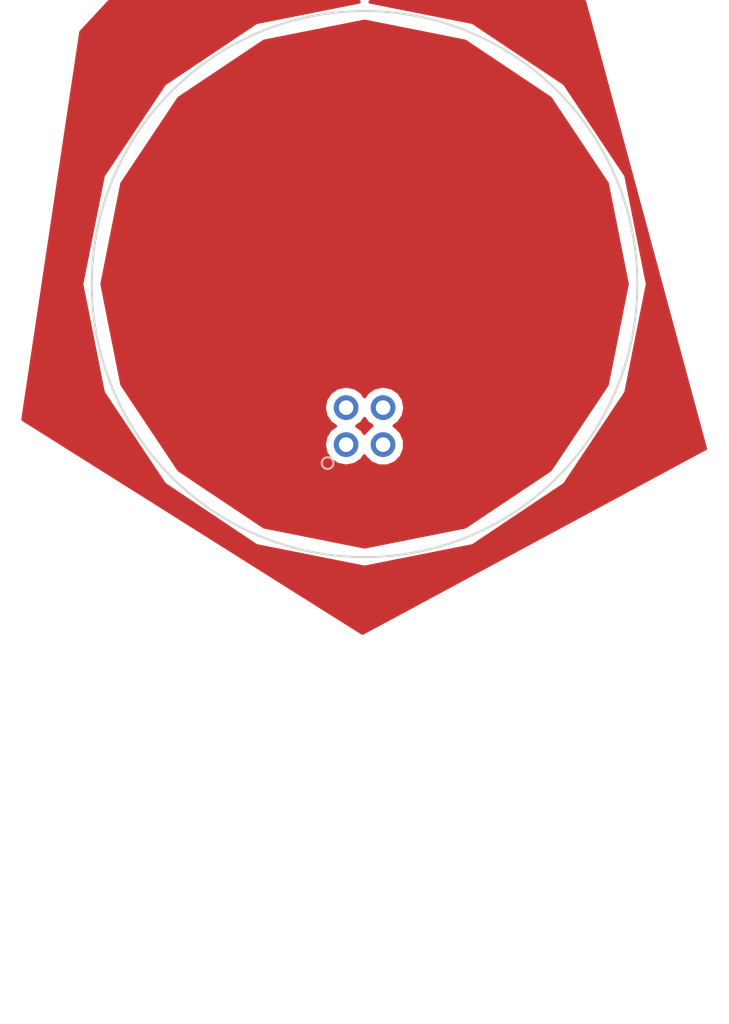
<source format=kicad_pcb>
(kicad_pcb (version 4) (host pcbnew 4.0.6+dfsg1-1)

  (general
    (links 0)
    (no_connects 0)
    (area 94.116316 137.5 154.200001 221.250001)
    (thickness 1.6)
    (drawings 23)
    (tracks 0)
    (zones 0)
    (modules 3)
    (nets 5)
  )

  (page A4)
  (layers
    (0 F.Cu signal)
    (31 B.Cu signal)
    (32 B.Adhes user)
    (33 F.Adhes user)
    (34 B.Paste user)
    (35 F.Paste user)
    (36 B.SilkS user)
    (37 F.SilkS user)
    (38 B.Mask user)
    (39 F.Mask user)
    (40 Dwgs.User user hide)
    (41 Cmts.User user hide)
    (42 Eco1.User user hide)
    (43 Eco2.User user hide)
    (44 Edge.Cuts user)
    (45 Margin user hide)
    (46 B.CrtYd user hide)
    (47 F.CrtYd user hide)
    (48 B.Fab user hide)
    (49 F.Fab user hide)
  )

  (setup
    (last_trace_width 0.15)
    (user_trace_width 0.6)
    (user_trace_width 2)
    (user_trace_width 2.54)
    (trace_clearance 0.2)
    (zone_clearance 0.508)
    (zone_45_only no)
    (trace_min 0.15)
    (segment_width 0.2)
    (edge_width 0.15)
    (via_size 0.6)
    (via_drill 0.33)
    (via_min_size 0.4)
    (via_min_drill 0.3)
    (uvia_size 0.3)
    (uvia_drill 0.1)
    (uvias_allowed no)
    (uvia_min_size 0.2)
    (uvia_min_drill 0.1)
    (pcb_text_width 0.3)
    (pcb_text_size 1.5 1.5)
    (mod_edge_width 0.15)
    (mod_text_size 1 1)
    (mod_text_width 0.15)
    (pad_size 1.7 1.7)
    (pad_drill 1)
    (pad_to_mask_clearance 0.2)
    (aux_axis_origin 0 0)
    (visible_elements FFFCCE7F)
    (pcbplotparams
      (layerselection 0x010fc_80000001)
      (usegerberextensions true)
      (excludeedgelayer true)
      (linewidth 0.100000)
      (plotframeref false)
      (viasonmask false)
      (mode 1)
      (useauxorigin false)
      (hpglpennumber 1)
      (hpglpenspeed 20)
      (hpglpendiameter 15)
      (hpglpenoverlay 2)
      (psnegative false)
      (psa4output false)
      (plotreference true)
      (plotvalue true)
      (plotinvisibletext false)
      (padsonsilk false)
      (subtractmaskfromsilk false)
      (outputformat 1)
      (mirror false)
      (drillshape 0)
      (scaleselection 1)
      (outputdirectory output/))
  )

  (net 0 "")
  (net 1 +3V3)
  (net 2 GND)
  (net 3 SDA)
  (net 4 SCL)

  (net_class Default "This is the default net class."
    (clearance 0.2)
    (trace_width 0.15)
    (via_dia 0.6)
    (via_drill 0.33)
    (uvia_dia 0.3)
    (uvia_drill 0.1)
    (add_net +3V3)
    (add_net GND)
    (add_net SCL)
    (add_net SDA)
  )

  (module mrmeeseeks:Badgelife-Shitty-2x2 (layer B.Cu) (tedit 5B64DA9E) (tstamp 5AC7B485)
    (at 128.95 180)
    (descr "Through hole angled pin header, 2x02, 2.54mm pitch, 6mm pin length, double rows")
    (tags "Through hole angled pin header THT 2x02 2.54mm double row")
    (path /5AC7B4BF)
    (fp_text reference X1 (at 0 0) (layer B.Fab)
      (effects (font (size 1 1) (thickness 0.15)) (justify mirror))
    )
    (fp_text value Badgelife_shitty_connector (at 0 -4.2) (layer B.Fab)
      (effects (font (size 1 1) (thickness 0.15)) (justify mirror))
    )
    (fp_line (start -25 -9) (end 25 -9) (layer B.Fab) (width 0.1))
    (fp_circle (center -2.54 2.54) (end -2.14 2.54) (layer B.SilkS) (width 0.15))
    (fp_line (start -25 41) (end -25 -9) (layer B.Fab) (width 0.1))
    (fp_line (start 25 41) (end 25 -9) (layer B.Fab) (width 0.1))
    (fp_line (start -25 41) (end 25 41) (layer B.Fab) (width 0.1))
    (pad 4 thru_hole circle (at 1.27 1.27) (size 1.7 1.7) (drill 1) (layers *.Cu *.Mask)
      (net 3 SDA))
    (pad 3 thru_hole oval (at 1.27 -1.27) (size 1.7 1.7) (drill 1) (layers *.Cu *.Mask)
      (net 4 SCL))
    (pad 1 thru_hole oval (at -1.27 1.27) (size 1.7 1.7) (drill 1) (layers *.Cu *.Mask)
      (net 1 +3V3))
    (pad 2 thru_hole oval (at -1.27 -1.27) (size 1.7 1.7) (drill 1) (layers *.Cu *.Mask)
      (net 2 GND))
  )

  (module badgelife_dev_board:biohacking (layer F.Cu) (tedit 0) (tstamp 5B64DAD0)
    (at 128.45 170.3)
    (fp_text reference G*** (at 0 0) (layer F.SilkS) hide
      (effects (font (thickness 0.3)))
    )
    (fp_text value LOGO (at 0.75 0) (layer F.SilkS) hide
      (effects (font (thickness 0.3)))
    )
    (fp_poly (pts (xy 1.683274 -16.911741) (xy 2.302333 -16.876607) (xy 2.626888 -16.844192) (xy 4.319263 -16.550716)
      (xy 5.957646 -16.099023) (xy 7.534 -15.492325) (xy 9.040291 -14.733833) (xy 10.468482 -13.826759)
      (xy 10.82512 -13.567655) (xy 11.274744 -13.207158) (xy 11.791303 -12.752528) (xy 12.337657 -12.240005)
      (xy 12.876664 -11.70583) (xy 13.371185 -11.186245) (xy 13.784077 -10.717489) (xy 13.926944 -10.541)
      (xy 14.923429 -9.133638) (xy 15.76807 -7.653944) (xy 16.46287 -6.097591) (xy 17.00983 -4.460251)
      (xy 17.318114 -3.205632) (xy 17.425044 -2.571662) (xy 17.509472 -1.816922) (xy 17.569499 -0.988716)
      (xy 17.603226 -0.13435) (xy 17.608755 0.698872) (xy 17.584187 1.463644) (xy 17.530617 2.088762)
      (xy 17.243715 3.732395) (xy 16.795104 5.35058) (xy 16.192252 6.92509) (xy 15.442629 8.4377)
      (xy 14.553706 9.870181) (xy 14.066739 10.541) (xy 13.764245 10.909923) (xy 13.3687 11.353071)
      (xy 12.915398 11.834215) (xy 12.439635 12.317123) (xy 11.976707 12.765566) (xy 11.56191 13.143313)
      (xy 11.387667 13.291014) (xy 10.157234 14.198492) (xy 8.806091 15.008332) (xy 7.359823 15.708171)
      (xy 5.844014 16.285644) (xy 4.28425 16.728388) (xy 4.265776 16.732737) (xy 3.968839 16.800973)
      (xy 3.70837 16.854853) (xy 3.458542 16.896253) (xy 3.19353 16.927053) (xy 2.887507 16.949132)
      (xy 2.514649 16.964368) (xy 2.04913 16.974641) (xy 1.465122 16.981828) (xy 0.762 16.987621)
      (xy -0.070566 16.991103) (xy -0.752638 16.987543) (xy -1.302932 16.976341) (xy -1.740163 16.956902)
      (xy -2.083049 16.928626) (xy -2.350304 16.890916) (xy -2.368017 16.887654) (xy -4.06371 16.487105)
      (xy -5.684264 15.93715) (xy -7.223795 15.241508) (xy -8.676414 14.403901) (xy -10.036236 13.428047)
      (xy -11.297374 12.317668) (xy -12.45394 11.076484) (xy -13.317117 9.967964) (xy -14.12693 8.709603)
      (xy -14.838719 7.338076) (xy -15.438258 5.88736) (xy -15.911316 4.391437) (xy -16.214721 3.048)
      (xy -16.282217 2.567391) (xy -16.337016 1.960096) (xy -16.378019 1.268362) (xy -16.395649 0.772855)
      (xy -16.077076 0.772855) (xy -15.934911 2.38482) (xy -15.637064 3.979163) (xy -15.183051 5.542787)
      (xy -14.572384 7.062594) (xy -14.288586 7.646631) (xy -13.718622 8.684105) (xy -13.112123 9.623351)
      (xy -12.433396 10.513791) (xy -11.646748 11.404845) (xy -11.351004 11.714011) (xy -10.114822 12.871387)
      (xy -8.806312 13.876417) (xy -7.419563 14.732517) (xy -5.948663 15.443104) (xy -4.387702 16.011597)
      (xy -3.471689 16.269244) (xy -2.022919 16.561173) (xy -0.511238 16.72512) (xy 1.011966 16.758045)
      (xy 2.495308 16.656907) (xy 2.683831 16.633584) (xy 4.348157 16.33326) (xy 5.951566 15.877978)
      (xy 7.485797 15.273717) (xy 8.942593 14.526456) (xy 10.313694 13.642173) (xy 11.590843 12.626847)
      (xy 12.765779 11.486457) (xy 13.830245 10.226983) (xy 14.775981 8.854402) (xy 15.59473 7.374695)
      (xy 15.660691 7.239) (xy 16.297222 5.726437) (xy 16.772909 4.182735) (xy 17.090987 2.618614)
      (xy 17.254687 1.044797) (xy 17.267245 -0.527995) (xy 17.131895 -2.089041) (xy 16.851868 -3.627619)
      (xy 16.4304 -5.133008) (xy 15.870725 -6.594487) (xy 15.176075 -8.001333) (xy 14.349684 -9.342826)
      (xy 13.394787 -10.608243) (xy 12.314616 -11.786865) (xy 11.112406 -12.867968) (xy 9.79139 -13.840832)
      (xy 9.187424 -14.223341) (xy 7.735976 -15.005127) (xy 6.242003 -15.628711) (xy 4.716013 -16.096705)
      (xy 3.168513 -16.411722) (xy 1.610011 -16.576374) (xy 0.051014 -16.593275) (xy -1.49797 -16.465036)
      (xy -3.026435 -16.194271) (xy -4.523872 -15.783592) (xy -5.979775 -15.235611) (xy -7.383635 -14.552941)
      (xy -8.724947 -13.738195) (xy -9.993201 -12.793985) (xy -11.177892 -11.722924) (xy -12.26851 -10.527624)
      (xy -13.25455 -9.210698) (xy -13.687996 -8.535519) (xy -14.469706 -7.092875) (xy -15.098653 -5.589267)
      (xy -15.57435 -4.037792) (xy -15.89631 -2.451549) (xy -16.064047 -0.843633) (xy -16.077076 0.772855)
      (xy -16.395649 0.772855) (xy -16.404132 0.53444) (xy -16.414256 -0.199424) (xy -16.407296 -0.89098)
      (xy -16.382155 -1.497979) (xy -16.343944 -1.930072) (xy -16.060145 -3.553805) (xy -15.615498 -5.158578)
      (xy -15.018478 -6.723726) (xy -14.277562 -8.228586) (xy -13.401226 -9.652491) (xy -12.881405 -10.371667)
      (xy -12.563644 -10.758883) (xy -12.15224 -11.218021) (xy -11.683328 -11.712231) (xy -11.193042 -12.204663)
      (xy -10.717519 -12.658467) (xy -10.292892 -13.036791) (xy -10.16 -13.146965) (xy -8.793468 -14.142892)
      (xy -7.338605 -14.996401) (xy -5.804524 -15.703561) (xy -4.200337 -16.260443) (xy -2.535154 -16.663116)
      (xy -1.676704 -16.806226) (xy -1.138555 -16.863328) (xy -0.482742 -16.902879) (xy 0.239995 -16.924429)
      (xy 0.978914 -16.927533) (xy 1.683274 -16.911741)) (layer F.Mask) (width 0.01))
    (fp_poly (pts (xy 3.277051 13.669624) (xy 3.303827 13.692058) (xy 3.339342 13.797491) (xy 3.390932 14.028636)
      (xy 3.451401 14.343479) (xy 3.513559 14.700005) (xy 3.57021 15.056199) (xy 3.614162 15.370047)
      (xy 3.638222 15.599533) (xy 3.640667 15.659507) (xy 3.582511 15.803813) (xy 3.472691 15.832667)
      (xy 3.335193 15.770122) (xy 3.176156 15.571747) (xy 3.045721 15.345833) (xy 2.923711 15.134162)
      (xy 2.845042 15.032824) (xy 2.825346 15.061477) (xy 2.826917 15.070667) (xy 2.897222 15.445664)
      (xy 2.93553 15.686501) (xy 2.940873 15.825484) (xy 2.912282 15.89492) (xy 2.848789 15.927115)
      (xy 2.800863 15.940071) (xy 2.650331 15.933879) (xy 2.583405 15.803666) (xy 2.538016 15.575373)
      (xy 2.481463 15.257617) (xy 2.421112 14.896391) (xy 2.364331 14.537685) (xy 2.318488 14.227494)
      (xy 2.290951 14.011808) (xy 2.286271 13.948833) (xy 2.354521 13.823897) (xy 2.453976 13.800667)
      (xy 2.590859 13.862708) (xy 2.748529 14.059835) (xy 2.87923 14.2875) (xy 3.136508 14.774333)
      (xy 3.086069 14.393333) (xy 3.046726 14.129062) (xy 3.008228 13.920839) (xy 2.996959 13.874193)
      (xy 3.028119 13.746187) (xy 3.146788 13.662977) (xy 3.277051 13.669624)) (layer F.Mask) (width 0.01))
    (fp_poly (pts (xy 4.707637 13.341626) (xy 4.833649 13.450043) (xy 4.948259 13.673953) (xy 5.070821 14.034092)
      (xy 5.128794 14.229136) (xy 5.25393 14.692242) (xy 5.317893 15.019336) (xy 5.322856 15.231445)
      (xy 5.270992 15.349592) (xy 5.246576 15.368704) (xy 4.997895 15.474545) (xy 4.741214 15.512947)
      (xy 4.549078 15.474054) (xy 4.535829 15.465254) (xy 4.453181 15.340021) (xy 4.34939 15.094849)
      (xy 4.238354 14.775467) (xy 4.133978 14.427601) (xy 4.05016 14.096982) (xy 4.000804 13.829336)
      (xy 3.997296 13.730689) (xy 4.359756 13.730689) (xy 4.36649 13.821037) (xy 4.412196 14.031728)
      (xy 4.486122 14.321236) (xy 4.577517 14.648036) (xy 4.675631 14.9706) (xy 4.701194 15.0495)
      (xy 4.804323 15.142433) (xy 4.874735 15.155333) (xy 4.974306 15.105343) (xy 4.975087 15.0495)
      (xy 4.935083 14.918598) (xy 4.866613 14.675769) (xy 4.784281 14.372846) (xy 4.781869 14.36382)
      (xy 4.665387 14.008836) (xy 4.543941 13.782925) (xy 4.427367 13.700836) (xy 4.359756 13.730689)
      (xy 3.997296 13.730689) (xy 3.995807 13.688857) (xy 4.105174 13.517602) (xy 4.343986 13.388326)
      (xy 4.550868 13.327966) (xy 4.707637 13.341626)) (layer F.Mask) (width 0.01))
    (fp_poly (pts (xy 6.186742 12.885469) (xy 6.265715 12.978493) (xy 6.378404 13.192268) (xy 6.508875 13.485656)
      (xy 6.641194 13.817517) (xy 6.759428 14.14671) (xy 6.847643 14.432098) (xy 6.889906 14.63254)
      (xy 6.887077 14.693683) (xy 6.753528 14.838509) (xy 6.512924 14.945147) (xy 6.231079 14.986)
      (xy 6.035573 14.906835) (xy 5.935925 14.760841) (xy 5.8765 14.583846) (xy 5.914961 14.486762)
      (xy 5.943501 14.465804) (xy 6.112425 14.39943) (xy 6.214571 14.475541) (xy 6.234716 14.520333)
      (xy 6.322483 14.615573) (xy 6.44218 14.649132) (xy 6.516978 14.603896) (xy 6.519789 14.583833)
      (xy 6.487846 14.439308) (xy 6.403826 14.208596) (xy 6.28732 13.933969) (xy 6.157918 13.657699)
      (xy 6.035212 13.422057) (xy 5.938792 13.269315) (xy 5.894603 13.234856) (xy 5.822011 13.335262)
      (xy 5.814748 13.427543) (xy 5.764742 13.607209) (xy 5.61873 13.709886) (xy 5.580424 13.714703)
      (xy 5.490374 13.644178) (xy 5.421156 13.474479) (xy 5.391844 13.275758) (xy 5.419306 13.122138)
      (xy 5.557832 13.00313) (xy 5.789012 12.910936) (xy 6.036196 12.869194) (xy 6.186742 12.885469)) (layer F.Mask) (width 0.01))
    (fp_poly (pts (xy 7.912808 11.881757) (xy 8.002888 11.970901) (xy 8.167874 12.205776) (xy 8.40867 12.58778)
      (xy 8.726184 13.118312) (xy 8.838113 13.309349) (xy 9.070168 13.707031) (xy 8.729457 13.880849)
      (xy 8.488568 13.999588) (xy 8.354834 14.042547) (xy 8.28535 14.012404) (xy 8.23721 13.911837)
      (xy 8.237111 13.911577) (xy 8.227016 13.779028) (xy 8.260934 13.740868) (xy 8.460558 13.643459)
      (xy 8.507827 13.522476) (xy 8.424609 13.347303) (xy 8.297854 13.199137) (xy 8.176598 13.186189)
      (xy 8.128236 13.207874) (xy 7.97231 13.232636) (xy 7.853836 13.165854) (xy 7.813349 13.054647)
      (xy 7.891384 12.946133) (xy 7.899166 12.941599) (xy 8.007645 12.857476) (xy 8.028936 12.747649)
      (xy 7.958103 12.573385) (xy 7.82356 12.348491) (xy 7.696869 12.126511) (xy 7.666078 11.998459)
      (xy 7.717727 11.928217) (xy 7.865249 11.877877) (xy 7.912808 11.881757)) (layer F.Mask) (width 0.01))
    (fp_poly (pts (xy -6.936125 11.750769) (xy -6.724963 11.827049) (xy -6.504284 11.941143) (xy -6.331854 12.063341)
      (xy -6.265333 12.161029) (xy -6.306561 12.268928) (xy -6.416366 12.479213) (xy -6.573933 12.757484)
      (xy -6.758446 13.069344) (xy -6.949089 13.380393) (xy -7.125045 13.656234) (xy -7.265498 13.862466)
      (xy -7.349633 13.964693) (xy -7.360019 13.97) (xy -7.455094 13.926405) (xy -7.635311 13.816373)
      (xy -7.727346 13.755281) (xy -7.963669 13.540433) (xy -8.016849 13.377625) (xy -7.627645 13.377625)
      (xy -7.600949 13.442621) (xy -7.517822 13.490321) (xy -7.419735 13.41016) (xy -7.355406 13.318851)
      (xy -7.258784 13.112226) (xy -7.2884 12.998071) (xy -7.393604 12.983597) (xy -7.510285 13.077693)
      (xy -7.600835 13.226867) (xy -7.627645 13.377625) (xy -8.016849 13.377625) (xy -8.036617 13.317108)
      (xy -7.947399 13.068025) (xy -7.789333 12.869333) (xy -7.632628 12.673874) (xy -7.588243 12.591839)
      (xy -7.196666 12.591839) (xy -7.151142 12.693401) (xy -7.04037 12.675924) (xy -6.903056 12.55404)
      (xy -6.834381 12.454882) (xy -6.745789 12.282812) (xy -6.752277 12.197796) (xy -6.813809 12.162095)
      (xy -6.943754 12.190232) (xy -7.082467 12.320282) (xy -7.179431 12.495541) (xy -7.196666 12.591839)
      (xy -7.588243 12.591839) (xy -7.543278 12.508733) (xy -7.535333 12.468206) (xy -7.486661 12.295327)
      (xy -7.368559 12.073018) (xy -7.222894 11.868054) (xy -7.091538 11.747212) (xy -7.080004 11.742016)
      (xy -6.936125 11.750769)) (layer F.Mask) (width 0.01))
    (fp_poly (pts (xy 1.466284 -13.05318) (xy 2.869593 -12.88457) (xy 4.265252 -12.560695) (xy 5.641718 -12.07757)
      (xy 6.243969 -11.810845) (xy 7.523796 -11.113654) (xy 8.719363 -10.27564) (xy 9.81753 -9.309655)
      (xy 10.805158 -8.228551) (xy 11.669108 -7.045179) (xy 12.37557 -5.813685) (xy 12.610285 -5.296533)
      (xy 12.855516 -4.670072) (xy 13.091686 -3.991632) (xy 13.299216 -3.31854) (xy 13.458529 -2.708127)
      (xy 13.497648 -2.527934) (xy 13.705034 -1.086194) (xy 13.749121 0.372677) (xy 13.632211 1.830461)
      (xy 13.356608 3.26894) (xy 12.924615 4.669897) (xy 12.444838 5.799667) (xy 11.737691 7.077601)
      (xy 10.894768 8.267031) (xy 9.928958 9.354974) (xy 8.853153 10.328449) (xy 7.680242 11.174474)
      (xy 6.423116 11.880069) (xy 6.392334 11.895016) (xy 5.147556 12.428589) (xy 3.895237 12.821905)
      (xy 2.589614 13.087476) (xy 1.596842 13.206083) (xy 1.175958 13.242692) (xy 0.8606 13.265648)
      (xy 0.599655 13.274943) (xy 0.342012 13.270567) (xy 0.036558 13.25251) (xy -0.367818 13.220764)
      (xy -0.551005 13.20569) (xy -1.987242 13.004541) (xy -3.381902 12.646153) (xy -4.722514 12.138952)
      (xy -5.99661 11.491365) (xy -7.191721 10.711819) (xy -8.295378 9.808739) (xy -9.29511 8.790553)
      (xy -10.17845 7.665686) (xy -10.932928 6.442566) (xy -11.134294 6.053667) (xy -11.607935 5.021866)
      (xy -11.971341 4.043986) (xy -12.240703 3.063108) (xy -12.432211 2.022317) (xy -12.539831 1.112631)
      (xy -12.55518 0.664719) (xy -12.192521 0.664719) (xy -12.044736 2.122408) (xy -11.738464 3.537445)
      (xy -11.277478 4.899707) (xy -10.665547 6.199072) (xy -9.906445 7.425417) (xy -9.003941 8.568621)
      (xy -8.46439 9.141723) (xy -7.523764 10.002449) (xy -6.538799 10.740905) (xy -5.489322 11.367046)
      (xy -4.355163 11.890829) (xy -3.11615 12.322209) (xy -1.752111 12.671143) (xy -1.016 12.817969)
      (xy -0.867343 12.828624) (xy -0.579629 12.835209) (xy -0.18309 12.837556) (xy 0.292044 12.835497)
      (xy 0.81554 12.828863) (xy 0.846667 12.828336) (xy 1.468144 12.814713) (xy 1.958752 12.795461)
      (xy 2.356943 12.766944) (xy 2.701167 12.725527) (xy 3.029878 12.667576) (xy 3.381527 12.589456)
      (xy 3.386667 12.588232) (xy 4.76021 12.192945) (xy 6.023428 11.682785) (xy 7.19913 11.044996)
      (xy 8.310126 10.266822) (xy 9.379224 9.335504) (xy 9.615128 9.104747) (xy 10.613024 8.00046)
      (xy 11.456393 6.830226) (xy 12.150151 5.585115) (xy 12.699216 4.256197) (xy 13.108505 2.834543)
      (xy 13.136964 2.709333) (xy 13.20712 2.374048) (xy 13.258765 2.065278) (xy 13.294618 1.746988)
      (xy 13.317398 1.383146) (xy 13.329822 0.937715) (xy 13.334611 0.374662) (xy 13.335 0.084667)
      (xy 13.332673 -0.540748) (xy 13.323892 -1.03273) (xy 13.305957 -1.427141) (xy 13.276171 -1.759841)
      (xy 13.231834 -2.066688) (xy 13.170248 -2.383545) (xy 13.138219 -2.529883) (xy 12.734813 -3.962839)
      (xy 12.187271 -5.319976) (xy 11.503657 -6.592242) (xy 10.692039 -7.770583) (xy 9.76048 -8.845945)
      (xy 8.717046 -9.809277) (xy 7.569802 -10.651524) (xy 6.326814 -11.363634) (xy 4.996147 -11.936554)
      (xy 4.650598 -12.057017) (xy 4.036304 -12.253636) (xy 3.50187 -12.403036) (xy 3.005619 -12.511386)
      (xy 2.505876 -12.584854) (xy 1.960963 -12.629611) (xy 1.329204 -12.651824) (xy 0.592667 -12.657667)
      (xy -0.247797 -12.646995) (xy -0.963178 -12.610541) (xy -1.596646 -12.54165) (xy -2.191366 -12.433668)
      (xy -2.790509 -12.279938) (xy -3.43724 -12.073805) (xy -3.630549 -12.006562) (xy -4.962852 -11.449878)
      (xy -6.210195 -10.7556) (xy -7.364031 -9.934908) (xy -8.415812 -8.998985) (xy -9.35699 -7.959009)
      (xy -10.179018 -6.826164) (xy -10.87335 -5.611628) (xy -11.431437 -4.326584) (xy -11.844731 -2.982212)
      (xy -12.104687 -1.589694) (xy -12.178048 -0.8255) (xy -12.192521 0.664719) (xy -12.55518 0.664719)
      (xy -12.587373 -0.274706) (xy -12.47058 -1.67587) (xy -12.192181 -3.077055) (xy -11.754904 -4.464454)
      (xy -11.173745 -5.799667) (xy -10.448119 -7.076059) (xy -9.603171 -8.241006) (xy -8.650444 -9.290524)
      (xy -7.601479 -10.220629) (xy -6.467822 -11.027338) (xy -5.261013 -11.706666) (xy -3.992597 -12.254631)
      (xy -2.674117 -12.667249) (xy -1.317114 -12.940535) (xy 0.066867 -13.070507) (xy 1.466284 -13.05318)) (layer F.Mask) (width 0.01))
    (fp_poly (pts (xy 9.055528 11.155248) (xy 9.197889 11.325177) (xy 9.38855 11.568401) (xy 9.603117 11.852197)
      (xy 9.817197 12.143846) (xy 10.006396 12.410625) (xy 10.146319 12.619815) (xy 10.211236 12.735002)
      (xy 10.177133 12.859106) (xy 10.026933 13.023917) (xy 9.967237 13.072322) (xy 9.757241 13.225677)
      (xy 9.639066 13.279645) (xy 9.572722 13.241144) (xy 9.529929 13.147979) (xy 9.547505 12.976991)
      (xy 9.643015 12.872813) (xy 9.754937 12.772557) (xy 9.754086 12.684697) (xy 9.650761 12.546919)
      (xy 9.509159 12.415834) (xy 9.376384 12.415622) (xy 9.32584 12.439307) (xy 9.163513 12.478276)
      (xy 9.055661 12.399241) (xy 8.998973 12.280907) (xy 9.082467 12.174656) (xy 9.105567 12.157285)
      (xy 9.206533 12.06644) (xy 9.204991 11.971075) (xy 9.116178 11.821264) (xy 8.996054 11.654929)
      (xy 8.897637 11.610675) (xy 8.752841 11.667017) (xy 8.706011 11.691843) (xy 8.53493 11.740178)
      (xy 8.43641 11.68488) (xy 8.407955 11.591616) (xy 8.497839 11.461249) (xy 8.632802 11.33837)
      (xy 8.821367 11.189696) (xy 8.956503 11.101656) (xy 8.985862 11.091333) (xy 9.055528 11.155248)) (layer F.Mask) (width 0.01))
    (fp_poly (pts (xy -7.685786 11.148557) (xy -7.638589 11.197167) (xy -7.629841 11.289496) (xy -7.704734 11.46133)
      (xy -7.872242 11.728948) (xy -8.140218 12.107096) (xy -8.413889 12.480956) (xy -8.60575 12.73744)
      (xy -8.735164 12.89496) (xy -8.821497 12.971924) (xy -8.884111 12.986742) (xy -8.94237 12.957824)
      (xy -8.994194 12.918998) (xy -9.04667 12.863194) (xy -9.052547 12.785388) (xy -8.999351 12.661235)
      (xy -8.874607 12.466392) (xy -8.66584 12.176514) (xy -8.498191 11.951031) (xy -8.250597 11.626247)
      (xy -8.036599 11.357658) (xy -7.877445 11.171077) (xy -7.794382 11.092314) (xy -7.790531 11.091333)
      (xy -7.685786 11.148557)) (layer F.Mask) (width 0.01))
    (fp_poly (pts (xy -8.86736 10.217929) (xy -8.685963 10.358325) (xy -8.512031 10.531099) (xy -8.398992 10.686162)
      (xy -8.382 10.741996) (xy -8.438222 10.856143) (xy -8.586973 11.053167) (xy -8.798379 11.301098)
      (xy -9.042569 11.567972) (xy -9.289668 11.82182) (xy -9.509804 12.030677) (xy -9.673104 12.162574)
      (xy -9.737022 12.192) (xy -9.902559 12.14197) (xy -10.10033 12.021138) (xy -10.106248 12.016521)
      (xy -10.260895 11.842221) (xy -10.303235 11.727835) (xy -9.894244 11.727835) (xy -9.884778 11.749546)
      (xy -9.800991 11.831162) (xy -9.780794 11.834213) (xy -9.720371 11.765323) (xy -9.57325 11.60146)
      (xy -9.366672 11.372913) (xy -9.276396 11.273363) (xy -9.028114 10.985797) (xy -8.894548 10.792723)
      (xy -8.864223 10.675718) (xy -8.882687 10.641446) (xy -8.98236 10.648859) (xy -9.147846 10.761783)
      (xy -9.348624 10.946468) (xy -9.554174 11.169166) (xy -9.733974 11.396126) (xy -9.857505 11.593599)
      (xy -9.894244 11.727835) (xy -10.303235 11.727835) (xy -10.327367 11.662642) (xy -10.327419 11.656688)
      (xy -10.271233 11.519182) (xy -10.124081 11.301643) (xy -9.915383 11.03731) (xy -9.674557 10.759425)
      (xy -9.431023 10.501227) (xy -9.214198 10.295957) (xy -9.053503 10.176855) (xy -9.002795 10.16)
      (xy -8.86736 10.217929)) (layer F.Mask) (width 0.01))
    (fp_poly (pts (xy 10.925366 10.837333) (xy 11.685696 11.641667) (xy 11.389758 11.916833) (xy 11.18228 12.081239)
      (xy 10.998945 12.179605) (xy 10.94008 12.192) (xy 10.822181 12.131461) (xy 10.624689 11.967224)
      (xy 10.376797 11.725362) (xy 10.176837 11.510353) (xy 9.928148 11.225085) (xy 9.728422 10.982387)
      (xy 9.601167 10.811696) (xy 9.567334 10.74711) (xy 9.580302 10.72218) (xy 10.044681 10.72218)
      (xy 10.109547 10.854222) (xy 10.277063 11.060212) (xy 10.457886 11.255068) (xy 10.726135 11.52929)
      (xy 10.906018 11.691259) (xy 11.020318 11.756471) (xy 11.091817 11.740424) (xy 11.119611 11.705167)
      (xy 11.084075 11.618198) (xy 10.956504 11.439889) (xy 10.760783 11.202336) (xy 10.663002 11.091506)
      (xy 10.408135 10.819662) (xy 10.235445 10.667009) (xy 10.124462 10.618058) (xy 10.068059 10.641407)
      (xy 10.044681 10.72218) (xy 9.580302 10.72218) (xy 9.621285 10.643394) (xy 9.759178 10.467933)
      (xy 9.866184 10.349256) (xy 10.165035 10.033) (xy 10.925366 10.837333)) (layer F.Mask) (width 0.01))
    (fp_poly (pts (xy -10.005774 9.001302) (xy -9.962223 9.039396) (xy -9.891144 9.129056) (xy -9.899569 9.215041)
      (xy -10.006177 9.336672) (xy -10.174222 9.485645) (xy -10.388682 9.69866) (xy -10.471504 9.850862)
      (xy -10.463438 9.894504) (xy -10.380282 9.922102) (xy -10.217627 9.838773) (xy -10.018642 9.687099)
      (xy -9.797675 9.515294) (xy -9.660932 9.443096) (xy -9.567997 9.455487) (xy -9.514088 9.499626)
      (xy -9.473149 9.566271) (xy -9.49187 9.651198) (xy -9.587537 9.77692) (xy -9.777432 9.965952)
      (xy -10.078839 10.240806) (xy -10.092444 10.252995) (xy -10.459159 10.581134) (xy -10.720302 10.810612)
      (xy -10.897067 10.955041) (xy -11.010644 11.028032) (xy -11.082226 11.043196) (xy -11.133004 11.014144)
      (xy -11.18417 10.954489) (xy -11.184324 10.954304) (xy -11.236844 10.858404) (xy -11.203314 10.757825)
      (xy -11.063358 10.612423) (xy -10.968268 10.528616) (xy -10.774344 10.343549) (xy -10.705117 10.222162)
      (xy -10.736879 10.141921) (xy -10.829639 10.107922) (xy -10.966003 10.179946) (xy -11.134281 10.329928)
      (xy -11.316735 10.497672) (xy -11.428408 10.558811) (xy -11.515892 10.528797) (xy -11.573906 10.475713)
      (xy -11.669353 10.357663) (xy -11.67896 10.307252) (xy -11.605132 10.243696) (xy -11.431204 10.08958)
      (xy -11.182831 9.867746) (xy -10.885665 9.601034) (xy -10.872773 9.589438) (xy -10.548719 9.300772)
      (xy -10.324446 9.112398) (xy -10.1755 9.009542) (xy -10.077427 8.977434) (xy -10.005774 9.001302)) (layer F.Mask) (width 0.01))
    (fp_poly (pts (xy 12.212712 7.833758) (xy 12.407878 7.95228) (xy 12.675207 8.122773) (xy 12.981115 8.323107)
      (xy 13.292015 8.531155) (xy 13.574322 8.72479) (xy 13.794449 8.881883) (xy 13.876557 8.94446)
      (xy 13.851519 9.019221) (xy 13.763474 9.179977) (xy 13.645489 9.373283) (xy 13.530627 9.545693)
      (xy 13.451954 9.64376) (xy 13.439632 9.650703) (xy 13.361708 9.61086) (xy 13.292667 9.56862)
      (xy 13.21166 9.486463) (xy 13.241794 9.36887) (xy 13.282188 9.299951) (xy 13.349858 9.152287)
      (xy 13.302603 9.041865) (xy 13.206606 8.956513) (xy 13.056002 8.855745) (xy 12.948914 8.868593)
      (xy 12.876484 8.925862) (xy 12.711983 9.00659) (xy 12.586453 8.966931) (xy 12.548238 8.839896)
      (xy 12.590361 8.730493) (xy 12.641768 8.599426) (xy 12.575533 8.495414) (xy 12.477687 8.425143)
      (xy 12.271692 8.337925) (xy 12.1035 8.345928) (xy 12.023868 8.444815) (xy 12.022667 8.464009)
      (xy 11.960994 8.539435) (xy 11.833235 8.539861) (xy 11.725379 8.465122) (xy 11.733529 8.344865)
      (xy 11.815617 8.156902) (xy 11.935664 7.962335) (xy 12.057692 7.822269) (xy 12.123297 7.789333)
      (xy 12.212712 7.833758)) (layer F.Mask) (width 0.01))
    (fp_poly (pts (xy -10.96867 7.712638) (xy -10.930702 7.744345) (xy -10.844736 7.872199) (xy -10.884613 8.013289)
      (xy -10.908355 8.052947) (xy -10.975146 8.222156) (xy -10.902107 8.313056) (xy -10.683483 8.339667)
      (xy -10.496333 8.386269) (xy -10.433655 8.472999) (xy -10.474192 8.560121) (xy -10.63366 8.681306)
      (xy -10.925574 8.845172) (xy -11.330031 9.044499) (xy -11.695137 9.214593) (xy -12.007299 9.353897)
      (xy -12.233392 9.448044) (xy -12.340289 9.482666) (xy -12.340324 9.482667) (xy -12.442289 9.414664)
      (xy -12.479828 9.347301) (xy -12.452943 9.226559) (xy -12.31136 9.010912) (xy -12.221916 8.902276)
      (xy -11.811 8.902276) (xy -11.492652 8.753052) (xy -11.288529 8.633394) (xy -11.245403 8.539248)
      (xy -11.260973 8.51716) (xy -11.374248 8.505349) (xy -11.552966 8.640088) (xy -11.579321 8.666383)
      (xy -11.811 8.902276) (xy -12.221916 8.902276) (xy -12.050473 8.694049) (xy -11.797433 8.411944)
      (xy -11.493042 8.083938) (xy -11.279327 7.866454) (xy -11.134932 7.743043) (xy -11.038499 7.697255)
      (xy -10.96867 7.712638)) (layer F.Mask) (width 0.01))
    (fp_poly (pts (xy -11.690773 6.600375) (xy -11.544361 6.743791) (xy -11.423432 6.965803) (xy -11.361582 7.191611)
      (xy -11.371337 7.311644) (xy -11.466583 7.407545) (xy -11.67565 7.551101) (xy -11.958042 7.720258)
      (xy -12.273261 7.89296) (xy -12.580812 8.047151) (xy -12.840198 8.160775) (xy -13.010921 8.211778)
      (xy -13.025731 8.212667) (xy -13.201664 8.147575) (xy -13.330199 8.024494) (xy -13.438873 7.765969)
      (xy -13.430889 7.512211) (xy -13.320953 7.309661) (xy -13.123772 7.204758) (xy -13.068892 7.199359)
      (xy -12.950776 7.259053) (xy -12.917011 7.398925) (xy -12.977513 7.547055) (xy -13.016029 7.582724)
      (xy -13.11138 7.705959) (xy -13.081 7.779126) (xy -12.970402 7.783258) (xy -12.763914 7.712571)
      (xy -12.503725 7.590266) (xy -12.232026 7.439542) (xy -11.991006 7.283599) (xy -11.822857 7.145636)
      (xy -11.768666 7.057495) (xy -11.817012 6.971638) (xy -11.94857 6.988355) (xy -12.136916 6.976995)
      (xy -12.259427 6.84651) (xy -12.27537 6.765757) (xy -12.204884 6.677557) (xy -12.036007 6.607585)
      (xy -11.839668 6.575908) (xy -11.690773 6.600375)) (layer F.Mask) (width 0.01))
    (fp_poly (pts (xy 13.289317 6.622846) (xy 13.616902 6.77856) (xy 13.769689 6.858) (xy 14.212111 7.106706)
      (xy 14.504777 7.317188) (xy 14.657911 7.506723) (xy 14.681739 7.692587) (xy 14.586484 7.892055)
      (xy 14.466778 8.035874) (xy 14.270369 8.187699) (xy 14.079668 8.184596) (xy 13.930093 8.09791)
      (xy 13.822447 7.948082) (xy 13.849118 7.804438) (xy 13.98867 7.726612) (xy 14.063654 7.726327)
      (xy 14.222091 7.709057) (xy 14.27837 7.661724) (xy 14.224963 7.583677) (xy 14.057744 7.46155)
      (xy 13.818678 7.317647) (xy 13.549729 7.174274) (xy 13.292864 7.053737) (xy 13.090047 6.978342)
      (xy 12.983244 6.970394) (xy 12.981135 6.972209) (xy 12.979671 7.067358) (xy 13.085564 7.182779)
      (xy 13.24675 7.281647) (xy 13.411171 7.327137) (xy 13.473043 7.320162) (xy 13.667348 7.299729)
      (xy 13.739936 7.394033) (xy 13.685788 7.59511) (xy 13.668403 7.630179) (xy 13.536761 7.884747)
      (xy 13.101632 7.638916) (xy 12.780087 7.439835) (xy 12.600221 7.274378) (xy 12.545496 7.115831)
      (xy 12.599372 6.937478) (xy 12.631833 6.880074) (xy 12.766076 6.682439) (xy 12.897805 6.574127)
      (xy 13.060918 6.554482) (xy 13.289317 6.622846)) (layer F.Mask) (width 0.01))
    (fp_poly (pts (xy -12.306871 5.126964) (xy -12.312122 5.304469) (xy -12.411612 5.503043) (xy -12.484812 5.584692)
      (xy -12.654824 5.767901) (xy -12.682905 5.86175) (xy -12.570482 5.863064) (xy -12.388693 5.798867)
      (xy -12.172972 5.723301) (xy -12.055669 5.729544) (xy -12.009069 5.776564) (xy -11.961392 5.920692)
      (xy -11.965469 5.962611) (xy -12.044114 6.014883) (xy -12.242123 6.117201) (xy -12.523187 6.252987)
      (xy -12.850993 6.405662) (xy -13.189232 6.558648) (xy -13.501593 6.695367) (xy -13.751763 6.79924)
      (xy -13.903434 6.853688) (xy -13.926581 6.858) (xy -13.973834 6.79171) (xy -14.003275 6.724075)
      (xy -14.042406 6.602475) (xy -14.019096 6.522942) (xy -13.901302 6.446878) (xy -13.694833 6.352509)
      (xy -13.335 6.192628) (xy -13.776521 6.186647) (xy -14.061116 6.167667) (xy -14.224741 6.110496)
      (xy -14.305688 6.016899) (xy -14.37589 5.869049) (xy -14.393333 5.811762) (xy -14.315911 5.796641)
      (xy -14.111581 5.794952) (xy -13.822246 5.806853) (xy -13.7795 5.809475) (xy -13.165666 5.848558)
      (xy -12.827 5.423239) (xy -12.640444 5.208043) (xy -12.486415 5.064454) (xy -12.403666 5.024425)
      (xy -12.306871 5.126964)) (layer F.Mask) (width 0.01))
    (fp_poly (pts (xy 13.743836 5.127939) (xy 13.945786 5.238644) (xy 14.246889 5.425803) (xy 14.502073 5.590005)
      (xy 14.877529 5.836047) (xy 15.129196 6.011815) (xy 15.277342 6.13604) (xy 15.342234 6.227451)
      (xy 15.344139 6.304778) (xy 15.324594 6.350136) (xy 15.280953 6.428223) (xy 15.229895 6.477249)
      (xy 15.143315 6.495704) (xy 14.993111 6.482082) (xy 14.75118 6.434876) (xy 14.389418 6.352577)
      (xy 14.097 6.28429) (xy 13.723564 6.195869) (xy 13.416153 6.12078) (xy 13.209022 6.067546)
      (xy 13.13677 6.045449) (xy 13.136008 5.959166) (xy 13.164765 5.844842) (xy 13.181252 5.820833)
      (xy 13.965003 5.820833) (xy 14.031648 5.889407) (xy 14.155503 5.939394) (xy 14.375473 5.992191)
      (xy 14.438574 5.982706) (xy 14.344472 5.911156) (xy 14.266334 5.867149) (xy 14.077403 5.770775)
      (xy 13.991729 5.753033) (xy 13.966259 5.807308) (xy 13.965003 5.820833) (xy 13.181252 5.820833)
      (xy 13.254737 5.713826) (xy 13.384579 5.717299) (xy 13.538517 5.707346) (xy 13.610366 5.600053)
      (xy 13.575876 5.457228) (xy 13.512037 5.392436) (xy 13.4191 5.286959) (xy 13.467683 5.161526)
      (xy 13.480251 5.144373) (xy 13.536332 5.091822) (xy 13.615772 5.082672) (xy 13.743836 5.127939)) (layer F.Mask) (width 0.01))
    (fp_poly (pts (xy -12.578312 4.31453) (xy -12.533835 4.396658) (xy -12.530666 4.442546) (xy -12.605628 4.506769)
      (xy -12.805787 4.60603) (xy -13.094056 4.727022) (xy -13.433348 4.856439) (xy -13.786574 4.980975)
      (xy -14.116647 5.087322) (xy -14.38648 5.162175) (xy -14.558983 5.192227) (xy -14.599106 5.184672)
      (xy -14.642066 5.066885) (xy -14.647333 4.999637) (xy -14.595135 4.919301) (xy -14.427654 4.821857)
      (xy -14.128563 4.699634) (xy -13.681533 4.544962) (xy -13.674419 4.542619) (xy -13.218678 4.398259)
      (xy -12.898741 4.313406) (xy -12.692617 4.286138) (xy -12.578312 4.31453)) (layer F.Mask) (width 0.01))
    (fp_poly (pts (xy 14.041474 3.936466) (xy 14.176036 3.982035) (xy 14.432235 4.063953) (xy 14.769663 4.169426)
      (xy 15.047706 4.25506) (xy 15.455521 4.386563) (xy 15.721153 4.490475) (xy 15.867338 4.57761)
      (xy 15.916815 4.65878) (xy 15.917334 4.66862) (xy 15.885707 4.812867) (xy 15.853834 4.84995)
      (xy 15.751777 4.839724) (xy 15.52497 4.785669) (xy 15.209441 4.697097) (xy 14.9225 4.609273)
      (xy 14.539227 4.490157) (xy 14.288731 4.420735) (xy 14.143135 4.397197) (xy 14.074557 4.415733)
      (xy 14.055118 4.472532) (xy 14.054667 4.490663) (xy 13.993891 4.671009) (xy 13.839403 4.729367)
      (xy 13.758023 4.710596) (xy 13.693515 4.659111) (xy 13.690989 4.54823) (xy 13.751843 4.333907)
      (xy 13.771846 4.274451) (xy 13.869593 4.034253) (xy 13.959713 3.933904) (xy 14.041474 3.936466)) (layer F.Mask) (width 0.01))
    (fp_poly (pts (xy -13.075059 2.617338) (xy -13.014308 2.658382) (xy -13.001428 2.684254) (xy -12.964704 2.815875)
      (xy -12.995149 2.915868) (xy -13.120444 3.019463) (xy -13.368269 3.161887) (xy -13.383049 3.169939)
      (xy -13.606672 3.300754) (xy -13.747083 3.400772) (xy -13.774348 3.441207) (xy -13.677605 3.444286)
      (xy -13.473452 3.409928) (xy -13.336682 3.378258) (xy -13.083578 3.324523) (xy -12.942359 3.328193)
      (xy -12.864981 3.391023) (xy -12.862013 3.395612) (xy -12.795121 3.530167) (xy -12.785963 3.569581)
      (xy -12.862002 3.611834) (xy -13.066694 3.677977) (xy -13.363051 3.756719) (xy -13.5255 3.795332)
      (xy -14.034266 3.909956) (xy -14.402286 3.987144) (xy -14.653083 4.030562) (xy -14.810181 4.043875)
      (xy -14.897102 4.030749) (xy -14.92385 4.01326) (xy -14.983666 3.886554) (xy -14.908568 3.744395)
      (xy -14.687936 3.572522) (xy -14.590453 3.513667) (xy -13.97 3.513667) (xy -13.927666 3.556)
      (xy -13.885333 3.513667) (xy -13.927666 3.471333) (xy -13.97 3.513667) (xy -14.590453 3.513667)
      (xy -14.520333 3.471333) (xy -14.27987 3.329693) (xy -14.111681 3.222867) (xy -14.054666 3.176824)
      (xy -14.128791 3.181209) (xy -14.321048 3.221227) (xy -14.532851 3.273613) (xy -14.814072 3.339203)
      (xy -14.976791 3.351527) (xy -15.062906 3.311588) (xy -15.081888 3.286742) (xy -15.131851 3.198544)
      (xy -15.14111 3.128481) (xy -15.08934 3.067726) (xy -14.956214 3.007452) (xy -14.721406 2.938833)
      (xy -14.36459 2.85304) (xy -13.86544 2.741246) (xy -13.784595 2.723361) (xy -13.427561 2.648197)
      (xy -13.20193 2.613399) (xy -13.075059 2.617338)) (layer F.Mask) (width 0.01))
    (fp_poly (pts (xy 14.258528 2.741128) (xy 14.480898 2.777173) (xy 14.804504 2.838022) (xy 15.197267 2.917923)
      (xy 15.25885 2.930917) (xy 15.697012 3.026409) (xy 15.993647 3.099829) (xy 16.173621 3.160516)
      (xy 16.261802 3.217809) (xy 16.283056 3.281046) (xy 16.277532 3.313471) (xy 16.240773 3.401262)
      (xy 16.167661 3.448921) (xy 16.029409 3.456129) (xy 15.797231 3.422568) (xy 15.442341 3.34792)
      (xy 15.24 3.302) (xy 14.862555 3.21542) (xy 14.619766 3.16483) (xy 14.480668 3.150961)
      (xy 14.414297 3.17454) (xy 14.389686 3.236298) (xy 14.378055 3.322302) (xy 14.292648 3.486199)
      (xy 14.190139 3.542621) (xy 14.095847 3.544472) (xy 14.058867 3.475653) (xy 14.068158 3.297066)
      (xy 14.08467 3.169177) (xy 14.12261 2.927499) (xy 14.156747 2.76775) (xy 14.169474 2.735637)
      (xy 14.258528 2.741128)) (layer F.Mask) (width 0.01))
    (fp_poly (pts (xy 14.683231 1.789569) (xy 14.951668 1.820266) (xy 15.284972 1.864074) (xy 15.641913 1.914977)
      (xy 15.981261 1.966958) (xy 16.261785 2.014001) (xy 16.442257 2.05009) (xy 16.486363 2.064808)
      (xy 16.484223 2.155507) (xy 16.460601 2.231548) (xy 16.331409 2.34103) (xy 16.067499 2.349734)
      (xy 15.917334 2.323378) (xy 15.77929 2.300182) (xy 15.520304 2.262092) (xy 15.187372 2.215927)
      (xy 15.0495 2.197454) (xy 14.689771 2.145019) (xy 14.467536 2.096893) (xy 14.351639 2.042189)
      (xy 14.310922 1.97002) (xy 14.308667 1.938588) (xy 14.363077 1.811412) (xy 14.520891 1.778)
      (xy 14.683231 1.789569)) (layer F.Mask) (width 0.01))
    (fp_poly (pts (xy -13.3849 1.0989) (xy -13.257264 1.219843) (xy -13.182543 1.44248) (xy -13.165372 1.52943)
      (xy -13.146668 1.728446) (xy -13.191828 1.869345) (xy -13.325322 1.967373) (xy -13.571621 2.037776)
      (xy -13.955193 2.095801) (xy -14.102422 2.113272) (xy -14.525822 2.160625) (xy -14.813125 2.187382)
      (xy -14.996359 2.193157) (xy -15.10755 2.177562) (xy -15.178724 2.14021) (xy -15.223066 2.099733)
      (xy -15.298823 1.940753) (xy -15.32658 1.70886) (xy -15.308804 1.46989) (xy -15.24796 1.289678)
      (xy -15.190742 1.236725) (xy -14.939587 1.182578) (xy -14.777943 1.235168) (xy -14.732 1.354667)
      (xy -14.784939 1.492571) (xy -14.859 1.524) (xy -14.962297 1.595136) (xy -14.986 1.699039)
      (xy -14.946674 1.828553) (xy -14.837833 1.832113) (xy -14.682901 1.803757) (xy -14.415395 1.768819)
      (xy -14.091506 1.734587) (xy -14.071778 1.73274) (xy -13.74154 1.685584) (xy -13.540829 1.623945)
      (xy -13.478863 1.558329) (xy -13.564862 1.499242) (xy -13.808045 1.457187) (xy -13.828378 1.455389)
      (xy -14.043415 1.455678) (xy -14.131493 1.51385) (xy -14.139333 1.561222) (xy -14.210117 1.670245)
      (xy -14.308666 1.693333) (xy -14.427236 1.658548) (xy -14.47358 1.524324) (xy -14.478 1.408759)
      (xy -14.478 1.124185) (xy -13.948833 1.075168) (xy -13.60293 1.057918) (xy -13.3849 1.0989)) (layer F.Mask) (width 0.01))
    (fp_poly (pts (xy 16.585118 0.304637) (xy 16.580803 0.433707) (xy 16.547922 0.546055) (xy 16.461991 0.614148)
      (xy 16.282433 0.656282) (xy 16.021815 0.685741) (xy 15.672795 0.726897) (xy 15.491935 0.768167)
      (xy 15.478065 0.810642) (xy 15.630015 0.855407) (xy 15.807589 0.884876) (xy 16.179843 0.943695)
      (xy 16.413989 0.997811) (xy 16.54043 1.059187) (xy 16.589569 1.139781) (xy 16.594667 1.194512)
      (xy 16.524937 1.314783) (xy 16.345126 1.353881) (xy 16.129 1.311696) (xy 16.01444 1.281764)
      (xy 15.774446 1.225102) (xy 15.449033 1.15103) (xy 15.218834 1.099764) (xy 14.841074 1.013013)
      (xy 14.59958 0.945036) (xy 14.464419 0.882176) (xy 14.405657 0.81078) (xy 14.393334 0.72317)
      (xy 14.404288 0.632765) (xy 14.457714 0.569609) (xy 14.584455 0.522722) (xy 14.815354 0.481123)
      (xy 15.181255 0.433832) (xy 15.218834 0.429287) (xy 15.609963 0.380601) (xy 15.968621 0.333341)
      (xy 16.240497 0.294773) (xy 16.326803 0.28104) (xy 16.51586 0.259722) (xy 16.585118 0.304637)) (layer F.Mask) (width 0.01))
    (fp_poly (pts (xy -15.154737 -1.322295) (xy -14.900353 -1.271872) (xy -14.519863 -1.183453) (xy -14.224 -1.112426)
      (xy -13.802915 -1.007497) (xy -13.520033 -0.92547) (xy -13.347753 -0.854853) (xy -13.258473 -0.784157)
      (xy -13.224591 -0.701893) (xy -13.22367 -0.696019) (xy -13.21831 -0.607656) (xy -13.24964 -0.54274)
      (xy -13.343548 -0.492773) (xy -13.525923 -0.44926) (xy -13.822654 -0.403705) (xy -14.259631 -0.34761)
      (xy -14.300962 -0.34247) (xy -14.752327 -0.289063) (xy -15.062215 -0.261852) (xy -15.256695 -0.262477)
      (xy -15.361835 -0.292579) (xy -15.403701 -0.353801) (xy -15.409333 -0.412256) (xy -15.34428 -0.529775)
      (xy -15.141986 -0.612984) (xy -14.79175 -0.664762) (xy -14.393333 -0.68561) (xy -14.221862 -0.693219)
      (xy -14.167991 -0.708565) (xy -14.245069 -0.738458) (xy -14.466445 -0.789711) (xy -14.689666 -0.836793)
      (xy -15.030948 -0.913664) (xy -15.238894 -0.980257) (xy -15.347473 -1.052459) (xy -15.390648 -1.146155)
      (xy -15.394055 -1.166252) (xy -15.402676 -1.256702) (xy -15.381758 -1.3136) (xy -15.307159 -1.335834)
      (xy -15.154737 -1.322295)) (layer F.Mask) (width 0.01))
    (fp_poly (pts (xy 16.256 -2.124291) (xy 16.413096 -2.040098) (xy 16.486168 -1.848357) (xy 16.489757 -1.569368)
      (xy 16.460343 -1.347847) (xy 16.382341 -1.237941) (xy 16.212563 -1.18202) (xy 16.197095 -1.178834)
      (xy 15.984147 -1.16313) (xy 15.884202 -1.235355) (xy 15.879595 -1.246225) (xy 15.837075 -1.433177)
      (xy 15.909594 -1.514145) (xy 16.002 -1.524) (xy 16.142656 -1.58049) (xy 16.171334 -1.659313)
      (xy 16.147883 -1.731619) (xy 16.053412 -1.763006) (xy 15.85174 -1.758961) (xy 15.642167 -1.739526)
      (xy 15.209158 -1.689919) (xy 14.919209 -1.643185) (xy 14.746347 -1.59214) (xy 14.664598 -1.529599)
      (xy 14.647334 -1.464356) (xy 14.684389 -1.379694) (xy 14.822293 -1.371284) (xy 14.9225 -1.388334)
      (xy 15.118702 -1.448497) (xy 15.223565 -1.520591) (xy 15.225889 -1.525917) (xy 15.320927 -1.613499)
      (xy 15.462897 -1.592441) (xy 15.589289 -1.483315) (xy 15.629555 -1.393057) (xy 15.653886 -1.215489)
      (xy 15.63591 -1.129688) (xy 15.532773 -1.098788) (xy 15.310461 -1.065085) (xy 15.04188 -1.03808)
      (xy 14.74057 -1.019781) (xy 14.562288 -1.031673) (xy 14.462034 -1.082959) (xy 14.402138 -1.168882)
      (xy 14.320296 -1.422503) (xy 14.318536 -1.680028) (xy 14.392336 -1.878116) (xy 14.456834 -1.935436)
      (xy 14.602323 -1.975788) (xy 14.867828 -2.019953) (xy 15.204265 -2.062779) (xy 15.562553 -2.099115)
      (xy 15.893612 -2.123808) (xy 16.148358 -2.131706) (xy 16.256 -2.124291)) (layer F.Mask) (width 0.01))
    (fp_poly (pts (xy -15.129885 -2.330822) (xy -14.920748 -2.302655) (xy -14.622565 -2.260614) (xy -14.274531 -2.210419)
      (xy -13.915836 -2.157793) (xy -13.585673 -2.108455) (xy -13.323236 -2.068127) (xy -13.167716 -2.042529)
      (xy -13.1445 -2.037773) (xy -13.127225 -1.961286) (xy -13.123333 -1.862667) (xy -13.130611 -1.783819)
      (xy -13.168917 -1.733286) (xy -13.262953 -1.710844) (xy -13.437427 -1.71627) (xy -13.717042 -1.749339)
      (xy -14.126505 -1.809828) (xy -14.393333 -1.851171) (xy -14.788809 -1.915598) (xy -15.044552 -1.967678)
      (xy -15.188673 -2.017476) (xy -15.249283 -2.075057) (xy -15.254492 -2.150486) (xy -15.253117 -2.159)
      (xy -15.223777 -2.30164) (xy -15.210784 -2.339393) (xy -15.129885 -2.330822)) (layer F.Mask) (width 0.01))
    (fp_poly (pts (xy 16.061681 -4.001364) (xy 16.093971 -3.956759) (xy 16.11314 -3.887254) (xy 16.113768 -3.884844)
      (xy 16.107664 -3.759313) (xy 15.999142 -3.634391) (xy 15.776293 -3.486565) (xy 15.454736 -3.291826)
      (xy 15.275583 -3.171245) (xy 15.232852 -3.117394) (xy 15.320565 -3.122847) (xy 15.528623 -3.178955)
      (xy 15.876411 -3.270036) (xy 16.097998 -3.293292) (xy 16.222906 -3.247416) (xy 16.277097 -3.145805)
      (xy 16.276302 -3.074872) (xy 16.215587 -3.013519) (xy 16.069548 -2.95147) (xy 15.812781 -2.878451)
      (xy 15.419882 -2.784189) (xy 15.334471 -2.764568) (xy 14.868903 -2.659046) (xy 14.54328 -2.590548)
      (xy 14.332596 -2.557817) (xy 14.211846 -2.559601) (xy 14.156024 -2.594642) (xy 14.140126 -2.661687)
      (xy 14.139334 -2.704587) (xy 14.221047 -2.862283) (xy 14.464739 -3.059472) (xy 14.601452 -3.145579)
      (xy 14.835692 -3.290606) (xy 14.994379 -3.398381) (xy 15.042015 -3.443541) (xy 14.955669 -3.435394)
      (xy 14.755014 -3.391907) (xy 14.55873 -3.34222) (xy 14.249731 -3.262441) (xy 14.071406 -3.230492)
      (xy 13.990995 -3.24988) (xy 13.975742 -3.324114) (xy 13.985278 -3.403624) (xy 14.018619 -3.49562)
      (xy 14.040426 -3.513667) (xy 15.155334 -3.513667) (xy 15.197667 -3.471333) (xy 15.24 -3.513667)
      (xy 15.197667 -3.556) (xy 15.155334 -3.513667) (xy 14.040426 -3.513667) (xy 14.108484 -3.569988)
      (xy 14.285567 -3.640531) (xy 14.580559 -3.721051) (xy 14.816667 -3.777504) (xy 15.294595 -3.888849)
      (xy 15.632726 -3.964811) (xy 15.856393 -4.007487) (xy 15.990933 -4.018972) (xy 16.061681 -4.001364)) (layer F.Mask) (width 0.01))
    (fp_poly (pts (xy -12.818218 -3.431303) (xy -12.814973 -3.323167) (xy -12.861161 -3.135706) (xy -12.912073 -2.899833)
      (xy -12.964561 -2.716122) (xy -13.018989 -2.633846) (xy -13.024227 -2.633557) (xy -13.12444 -2.655466)
      (xy -13.354788 -2.708449) (xy -13.680651 -2.784476) (xy -14.054666 -2.872509) (xy -14.475112 -2.975286)
      (xy -14.757454 -3.055593) (xy -14.929479 -3.124938) (xy -15.018974 -3.194828) (xy -15.053724 -3.276771)
      (xy -15.055388 -3.286951) (xy -15.067721 -3.376356) (xy -15.055871 -3.431882) (xy -14.993319 -3.453112)
      (xy -14.853545 -3.439628) (xy -14.610028 -3.391011) (xy -14.23625 -3.306844) (xy -14.081568 -3.271599)
      (xy -13.21947 -3.075441) (xy -13.169788 -3.273387) (xy -13.063258 -3.438726) (xy -12.946681 -3.471333)
      (xy -12.818218 -3.431303)) (layer F.Mask) (width 0.01))
    (fp_poly (pts (xy -14.532814 -4.782236) (xy -14.299267 -4.731951) (xy -13.983003 -4.643368) (xy -13.746415 -4.56803)
      (xy -13.364796 -4.44564) (xy -13.112314 -4.378832) (xy -12.960001 -4.362553) (xy -12.878888 -4.391751)
      (xy -12.860799 -4.413576) (xy -12.793503 -4.574999) (xy -12.785963 -4.627574) (xy -12.717889 -4.689285)
      (xy -12.615333 -4.681199) (xy -12.502425 -4.646405) (xy -12.457924 -4.58898) (xy -12.474555 -4.462049)
      (xy -12.544068 -4.22199) (xy -12.600849 -4.06082) (xy -12.674406 -3.958907) (xy -12.791162 -3.915904)
      (xy -12.977535 -3.931467) (xy -13.259948 -4.005251) (xy -13.664821 -4.13691) (xy -13.864166 -4.20474)
      (xy -14.303984 -4.367119) (xy -14.587192 -4.502456) (xy -14.723079 -4.617649) (xy -14.720933 -4.7196)
      (xy -14.645246 -4.784957) (xy -14.532814 -4.782236)) (layer F.Mask) (width 0.01))
    (fp_poly (pts (xy 15.735889 -5.094577) (xy 15.771484 -4.999343) (xy 15.772237 -4.922254) (xy 15.713692 -4.851186)
      (xy 15.570942 -4.772912) (xy 15.319079 -4.674204) (xy 14.933197 -4.541835) (xy 14.871192 -4.521234)
      (xy 14.49164 -4.395142) (xy 14.167879 -4.287086) (xy 13.935664 -4.209033) (xy 13.832961 -4.173769)
      (xy 13.740792 -4.214966) (xy 13.691366 -4.318391) (xy 13.692902 -4.475726) (xy 13.743739 -4.534533)
      (xy 13.943684 -4.60538) (xy 14.232116 -4.70348) (xy 14.570341 -4.816176) (xy 14.919663 -4.930809)
      (xy 15.241387 -5.034723) (xy 15.496819 -5.11526) (xy 15.647262 -5.159762) (xy 15.670094 -5.164667)
      (xy 15.735889 -5.094577)) (layer F.Mask) (width 0.01))
    (fp_poly (pts (xy -13.901162 -6.39974) (xy -13.664138 -6.365524) (xy -13.342837 -6.309053) (xy -12.977564 -6.238466)
      (xy -12.608625 -6.161902) (xy -12.276327 -6.0875) (xy -12.020976 -6.023399) (xy -11.882879 -5.977738)
      (xy -11.872507 -5.971218) (xy -11.863053 -5.875613) (xy -11.953365 -5.760442) (xy -12.091593 -5.681555)
      (xy -12.149666 -5.672667) (xy -12.323412 -5.621883) (xy -12.397461 -5.505937) (xy -12.346986 -5.37944)
      (xy -12.298774 -5.34469) (xy -12.205377 -5.244264) (xy -12.240521 -5.082605) (xy -12.241086 -5.081337)
      (xy -12.281041 -5.009638) (xy -12.337669 -4.980167) (xy -12.435737 -5.003266) (xy -12.600016 -5.089275)
      (xy -12.855274 -5.248533) (xy -13.226281 -5.491383) (xy -13.231461 -5.494797) (xy -13.661375 -5.790071)
      (xy -13.852955 -5.942042) (xy -13.250333 -5.942042) (xy -12.996333 -5.777904) (xy -12.823298 -5.689595)
      (xy -12.720033 -5.6809) (xy -12.712347 -5.690841) (xy -12.707606 -5.791431) (xy -12.712521 -5.798076)
      (xy -12.807982 -5.835969) (xy -12.99542 -5.884895) (xy -12.996507 -5.885139) (xy -13.250333 -5.942042)
      (xy -13.852955 -5.942042) (xy -13.948699 -6.01799) (xy -14.101687 -6.188141) (xy -14.12859 -6.310113)
      (xy -14.037661 -6.393496) (xy -14.013601 -6.403563) (xy -13.901162 -6.39974)) (layer F.Mask) (width 0.01))
    (fp_poly (pts (xy 15.153008 -6.641819) (xy 15.110832 -6.513473) (xy 14.929865 -6.368864) (xy 14.753167 -6.278889)
      (xy 14.351 -6.101523) (xy 14.871108 -6.098761) (xy 15.183966 -6.085176) (xy 15.362789 -6.04314)
      (xy 15.441653 -5.964503) (xy 15.442608 -5.962075) (xy 15.479577 -5.844019) (xy 15.456253 -5.778811)
      (xy 15.341861 -5.75539) (xy 15.105631 -5.762691) (xy 14.9225 -5.775093) (xy 14.351 -5.815606)
      (xy 13.973751 -5.363136) (xy 13.777848 -5.138023) (xy 13.621176 -4.97599) (xy 13.536459 -4.910784)
      (xy 13.534956 -4.910667) (xy 13.463985 -4.980489) (xy 13.416977 -5.088475) (xy 13.417278 -5.247304)
      (xy 13.531529 -5.434781) (xy 13.639547 -5.554141) (xy 13.794835 -5.739521) (xy 13.812089 -5.828637)
      (xy 13.694556 -5.818573) (xy 13.46104 -5.714504) (xy 13.286749 -5.636469) (xy 13.193879 -5.651694)
      (xy 13.126349 -5.751699) (xy 13.081504 -5.89649) (xy 13.101938 -5.955492) (xy 13.287254 -6.053205)
      (xy 13.564636 -6.180773) (xy 13.896236 -6.322987) (xy 14.244206 -6.464641) (xy 14.570698 -6.590528)
      (xy 14.837865 -6.685439) (xy 15.007858 -6.734169) (xy 15.045138 -6.736267) (xy 15.153008 -6.641819)) (layer F.Mask) (width 0.01))
    (fp_poly (pts (xy -12.669241 -8.019933) (xy -12.561543 -7.871391) (xy -12.589827 -7.733523) (xy -12.727051 -7.662793)
      (xy -12.835827 -7.672114) (xy -12.9984 -7.679502) (xy -13.0381 -7.608012) (xy -12.968207 -7.508969)
      (xy -12.788067 -7.372565) (xy -12.540913 -7.22184) (xy -12.269979 -7.079828) (xy -12.0185 -6.969569)
      (xy -11.829709 -6.914098) (xy -11.753793 -6.923674) (xy -11.741376 -7.02398) (xy -11.84385 -7.130736)
      (xy -12.011088 -7.212418) (xy -12.19296 -7.237503) (xy -12.240661 -7.229846) (xy -12.407925 -7.225703)
      (xy -12.480172 -7.268129) (xy -12.48464 -7.388866) (xy -12.433978 -7.566249) (xy -12.356668 -7.724617)
      (xy -12.284243 -7.788539) (xy -12.189789 -7.749117) (xy -11.995099 -7.647553) (xy -11.789833 -7.532826)
      (xy -11.491084 -7.323235) (xy -11.350928 -7.114623) (xy -11.360655 -6.881821) (xy -11.482071 -6.643355)
      (xy -11.607308 -6.505643) (xy -11.764804 -6.456033) (xy -11.98192 -6.498484) (xy -12.286021 -6.636958)
      (xy -12.581281 -6.802487) (xy -12.994514 -7.052249) (xy -13.270921 -7.246607) (xy -13.424414 -7.407307)
      (xy -13.468903 -7.556097) (xy -13.418299 -7.71472) (xy -13.286521 -7.904915) (xy -13.070556 -8.090877)
      (xy -12.842983 -8.108957) (xy -12.669241 -8.019933)) (layer F.Mask) (width 0.01))
    (fp_poly (pts (xy 14.207989 -8.175415) (xy 14.343486 -8.070767) (xy 14.481056 -7.874857) (xy 14.505377 -7.827275)
      (xy 14.591185 -7.627891) (xy 14.590335 -7.502192) (xy 14.490729 -7.37183) (xy 14.424725 -7.305028)
      (xy 14.274329 -7.164426) (xy 14.186827 -7.136156) (xy 14.107732 -7.210501) (xy 14.082827 -7.244065)
      (xy 14.009921 -7.380734) (xy 14.064787 -7.477711) (xy 14.1107 -7.513488) (xy 14.20451 -7.62623)
      (xy 14.164282 -7.713585) (xy 14.065756 -7.7356) (xy 13.879094 -7.673862) (xy 13.583665 -7.520697)
      (xy 13.470333 -7.455533) (xy 13.193269 -7.286147) (xy 12.983736 -7.143625) (xy 12.876422 -7.052085)
      (xy 12.869334 -7.03771) (xy 12.927653 -6.918626) (xy 13.078214 -6.922422) (xy 13.12878 -6.945582)
      (xy 13.25827 -6.975694) (xy 13.333228 -6.863066) (xy 13.338375 -6.847366) (xy 13.333611 -6.660759)
      (xy 13.180824 -6.550745) (xy 12.946166 -6.52063) (xy 12.759458 -6.56991) (xy 12.6076 -6.74383)
      (xy 12.573032 -6.804612) (xy 12.484604 -7.022485) (xy 12.462852 -7.195293) (xy 12.468499 -7.217844)
      (xy 12.568683 -7.327765) (xy 12.781511 -7.482715) (xy 13.067728 -7.661085) (xy 13.38808 -7.841265)
      (xy 13.703312 -8.001648) (xy 13.974169 -8.120622) (xy 14.161396 -8.176578) (xy 14.207989 -8.175415)) (layer F.Mask) (width 0.01))
    (fp_poly (pts (xy 13.548701 -9.353215) (xy 13.548741 -9.353167) (xy 13.618865 -9.215508) (xy 13.618171 -9.158757)
      (xy 13.543779 -9.053325) (xy 13.381238 -8.864863) (xy 13.158754 -8.622497) (xy 12.904534 -8.355355)
      (xy 12.646783 -8.092561) (xy 12.413708 -7.863243) (xy 12.233514 -7.696527) (xy 12.134409 -7.62154)
      (xy 12.128036 -7.62) (xy 12.026715 -7.688085) (xy 11.987931 -7.757732) (xy 11.991155 -7.935606)
      (xy 12.033271 -8.013778) (xy 12.086344 -8.149819) (xy 11.983812 -8.232236) (xy 11.78231 -8.255)
      (xy 11.60281 -8.295592) (xy 11.557 -8.398927) (xy 11.593779 -8.45508) (xy 12.326178 -8.45508)
      (xy 12.326652 -8.454286) (xy 12.37893 -8.392774) (xy 12.445484 -8.418964) (xy 12.574087 -8.552536)
      (xy 12.579412 -8.558419) (xy 12.683267 -8.678894) (xy 12.663786 -8.696796) (xy 12.510523 -8.630705)
      (xy 12.362899 -8.536562) (xy 12.326178 -8.45508) (xy 11.593779 -8.45508) (xy 11.623672 -8.500717)
      (xy 11.828811 -8.647454) (xy 12.035249 -8.763) (xy 12.784667 -8.763) (xy 12.827 -8.720667)
      (xy 12.869334 -8.763) (xy 12.827 -8.805333) (xy 12.784667 -8.763) (xy 12.035249 -8.763)
      (xy 12.180107 -8.844078) (xy 12.50357 -9.007414) (xy 12.908621 -9.202257) (xy 13.189995 -9.325769)
      (xy 13.373357 -9.38644) (xy 13.484372 -9.392758) (xy 13.548701 -9.353215)) (layer F.Mask) (width 0.01))
    (fp_poly (pts (xy -12.029361 -9.490431) (xy -11.95663 -9.412413) (xy -11.98808 -9.297473) (xy -12.043312 -9.207551)
      (xy -12.123462 -9.062642) (xy -12.097723 -8.970092) (xy -11.945323 -8.865479) (xy -11.930115 -8.856477)
      (xy -11.758561 -8.766237) (xy -11.674315 -8.768856) (xy -11.631939 -8.842485) (xy -11.553234 -8.959586)
      (xy -11.427824 -8.940112) (xy -11.357758 -8.899471) (xy -11.287241 -8.798065) (xy -11.332621 -8.659754)
      (xy -11.370223 -8.528998) (xy -11.29981 -8.411819) (xy -11.175135 -8.310082) (xy -11.009128 -8.194289)
      (xy -10.922537 -8.177452) (xy -10.858959 -8.257402) (xy -10.837461 -8.297095) (xy -10.728966 -8.442004)
      (xy -10.600688 -8.440589) (xy -10.504622 -8.387472) (xy -10.446325 -8.316049) (xy -10.48014 -8.201702)
      (xy -10.614764 -8.007769) (xy -10.767055 -7.825239) (xy -10.88241 -7.717248) (xy -10.910328 -7.704667)
      (xy -11.001145 -7.750558) (xy -11.20019 -7.875385) (xy -11.477741 -8.059879) (xy -11.791785 -8.276167)
      (xy -12.111963 -8.506987) (xy -12.373839 -8.708851) (xy -12.549756 -8.859528) (xy -12.612099 -8.935532)
      (xy -12.563192 -9.049811) (xy -12.436905 -9.229676) (xy -12.3825 -9.295904) (xy -12.203983 -9.470696)
      (xy -12.073678 -9.509348) (xy -12.029361 -9.490431)) (layer F.Mask) (width 0.01))
    (fp_poly (pts (xy 12.203463 -10.937542) (xy 12.254628 -10.895658) (xy 12.325263 -10.805103) (xy 12.313625 -10.717367)
      (xy 12.201218 -10.591532) (xy 12.060105 -10.465347) (xy 11.857202 -10.264006) (xy 11.793604 -10.131391)
      (xy 11.814168 -10.08354) (xy 11.921462 -10.063834) (xy 12.105321 -10.165697) (xy 12.222901 -10.257309)
      (xy 12.422667 -10.410726) (xy 12.545185 -10.462373) (xy 12.63637 -10.426687) (xy 12.668256 -10.397363)
      (xy 12.706836 -10.333666) (xy 12.689793 -10.250491) (xy 12.600728 -10.126939) (xy 12.42324 -9.942115)
      (xy 12.140926 -9.675122) (xy 11.998109 -9.543511) (xy 11.669051 -9.244227) (xy 11.439519 -9.04639)
      (xy 11.285933 -8.935175) (xy 11.184713 -8.895759) (xy 11.112279 -8.913318) (xy 11.062368 -8.955252)
      (xy 10.992256 -9.044076) (xy 11.000563 -9.130155) (xy 11.105963 -9.252183) (xy 11.281449 -9.409266)
      (xy 11.494108 -9.61513) (xy 11.572303 -9.751179) (xy 11.551986 -9.814854) (xy 11.451885 -9.834831)
      (xy 11.279979 -9.741059) (xy 11.101265 -9.598526) (xy 10.888985 -9.42634) (xy 10.75783 -9.355804)
      (xy 10.666634 -9.371439) (xy 10.614279 -9.415436) (xy 10.575048 -9.478643) (xy 10.589983 -9.56031)
      (xy 10.675395 -9.681137) (xy 10.847591 -9.861823) (xy 11.122881 -10.12307) (xy 11.301856 -10.288144)
      (xy 11.63565 -10.591741) (xy 11.869569 -10.793725) (xy 12.026752 -10.90885) (xy 12.130336 -10.951871)
      (xy 12.203463 -10.937542)) (layer F.Mask) (width 0.01))
    (fp_poly (pts (xy -9.550984 -12.047485) (xy -9.366604 -11.889158) (xy -9.134188 -11.664186) (xy -8.883784 -11.404398)
      (xy -8.645444 -11.141626) (xy -8.449217 -10.9077) (xy -8.325153 -10.734452) (xy -8.297333 -10.666789)
      (xy -8.352742 -10.548352) (xy -8.488597 -10.37267) (xy -8.659338 -10.188967) (xy -8.819406 -10.046469)
      (xy -8.919937 -9.994092) (xy -9.010882 -10.055867) (xy -9.185738 -10.221311) (xy -9.418968 -10.464882)
      (xy -9.673166 -10.747455) (xy -9.930472 -11.048441) (xy -10.140407 -11.307169) (xy -10.280737 -11.49532)
      (xy -10.329333 -11.58317) (xy -10.318784 -11.602422) (xy -9.827151 -11.602422) (xy -9.79257 -11.499894)
      (xy -9.66438 -11.322452) (xy -9.431134 -11.049418) (xy -9.171786 -10.76223) (xy -8.997023 -10.589896)
      (xy -8.884171 -10.51624) (xy -8.810555 -10.525086) (xy -8.767531 -10.576001) (xy -8.797368 -10.670956)
      (xy -8.919345 -10.853415) (xy -9.109085 -11.088007) (xy -9.161429 -11.147501) (xy -9.372223 -11.384333)
      (xy -9.53419 -11.568182) (xy -9.61852 -11.666293) (xy -9.623909 -11.673293) (xy -9.707973 -11.674955)
      (xy -9.781185 -11.652544) (xy -9.827151 -11.602422) (xy -10.318784 -11.602422) (xy -10.263421 -11.703453)
      (xy -10.102932 -11.857873) (xy -9.903738 -12.002853) (xy -9.72171 -12.094817) (xy -9.657277 -12.107333)
      (xy -9.550984 -12.047485)) (layer F.Mask) (width 0.01))
    (fp_poly (pts (xy 11.003633 -12.046861) (xy 11.2005 -11.900722) (xy 11.362023 -11.721834) (xy 11.42999 -11.563112)
      (xy 11.43 -11.56158) (xy 11.374268 -11.434034) (xy 11.226757 -11.224905) (xy 11.016992 -10.966857)
      (xy 10.774502 -10.692555) (xy 10.528811 -10.434663) (xy 10.309447 -10.225844) (xy 10.145936 -10.098763)
      (xy 10.08651 -10.075333) (xy 9.934031 -10.133165) (xy 9.747281 -10.27595) (xy 9.710174 -10.3128)
      (xy 9.562975 -10.490505) (xy 9.514352 -10.578854) (xy 9.953096 -10.578854) (xy 9.955699 -10.571415)
      (xy 10.011298 -10.518032) (xy 10.090924 -10.534922) (xy 10.21746 -10.639067) (xy 10.413786 -10.847444)
      (xy 10.577388 -11.03276) (xy 10.817512 -11.316478) (xy 10.953042 -11.504571) (xy 10.997436 -11.62281)
      (xy 10.964151 -11.696969) (xy 10.935279 -11.718127) (xy 10.849463 -11.680995) (xy 10.69467 -11.542508)
      (xy 10.501388 -11.338356) (xy 10.300103 -11.104226) (xy 10.121301 -10.875806) (xy 9.99547 -10.688786)
      (xy 9.953096 -10.578854) (xy 9.514352 -10.578854) (xy 9.485953 -10.630453) (xy 9.482667 -10.650929)
      (xy 9.538835 -10.770912) (xy 9.687412 -10.972936) (xy 9.898504 -11.224682) (xy 10.142221 -11.493828)
      (xy 10.388669 -11.748053) (xy 10.607957 -11.955037) (xy 10.770192 -12.082458) (xy 10.829635 -12.107333)
      (xy 11.003633 -12.046861)) (layer F.Mask) (width 0.01))
    (fp_poly (pts (xy -8.244063 -13.083029) (xy -8.255806 -12.922145) (xy -8.335181 -12.789624) (xy -8.429547 -12.644415)
      (xy -8.395607 -12.501811) (xy -8.367416 -12.454111) (xy -8.21723 -12.297815) (xy -8.060952 -12.308781)
      (xy -7.983443 -12.370423) (xy -7.887972 -12.401905) (xy -7.793526 -12.2845) (xy -7.741453 -12.137995)
      (xy -7.80693 -12.063454) (xy -7.828015 -12.054686) (xy -7.940419 -11.978414) (xy -7.928306 -11.859668)
      (xy -7.804827 -11.682109) (xy -7.673852 -11.554605) (xy -7.546673 -11.553835) (xy -7.455393 -11.596804)
      (xy -7.295786 -11.658287) (xy -7.204048 -11.61117) (xy -7.187196 -11.586908) (xy -7.122297 -11.46214)
      (xy -7.113875 -11.43) (xy -7.176632 -11.360259) (xy -7.327751 -11.24393) (xy -7.509809 -11.120567)
      (xy -7.665386 -11.029728) (xy -7.728402 -11.006667) (xy -7.803015 -11.069846) (xy -7.94364 -11.234969)
      (xy -8.108579 -11.451167) (xy -8.440568 -11.905778) (xy -8.681052 -12.244154) (xy -8.836175 -12.488398)
      (xy -8.912082 -12.660617) (xy -8.914916 -12.782915) (xy -8.850822 -12.877398) (xy -8.725946 -12.96617)
      (xy -8.557174 -13.065015) (xy -8.379772 -13.159031) (xy -8.291806 -13.162077) (xy -8.244063 -13.083029)) (layer F.Mask) (width 0.01))
    (fp_poly (pts (xy 10.095676 -12.760343) (xy 10.109121 -12.694871) (xy 10.059537 -12.586338) (xy 9.933424 -12.38218)
      (xy 9.754609 -12.115611) (xy 9.546917 -11.819845) (xy 9.334177 -11.528094) (xy 9.140216 -11.273572)
      (xy 8.988859 -11.089494) (xy 8.903934 -11.009071) (xy 8.89896 -11.007963) (xy 8.790403 -11.048991)
      (xy 8.731984 -11.082547) (xy 8.68047 -11.119927) (xy 8.660311 -11.167373) (xy 8.68389 -11.2477)
      (xy 8.763593 -11.383726) (xy 8.911804 -11.598265) (xy 9.140907 -11.914135) (xy 9.304784 -12.137825)
      (xy 9.595816 -12.514367) (xy 9.814772 -12.752545) (xy 9.957448 -12.847946) (xy 9.982118 -12.848701)
      (xy 10.095676 -12.760343)) (layer F.Mask) (width 0.01))
    (fp_poly (pts (xy 8.737947 -13.696493) (xy 8.953215 -13.557663) (xy 9.097683 -13.430996) (xy 9.124273 -13.390804)
      (xy 9.117423 -13.22939) (xy 9.036261 -13.007023) (xy 8.914472 -12.793177) (xy 8.785741 -12.65732)
      (xy 8.763126 -12.645999) (xy 8.660653 -12.531673) (xy 8.636 -12.414263) (xy 8.586857 -12.216232)
      (xy 8.464155 -11.985081) (xy 8.304985 -11.773099) (xy 8.146442 -11.632574) (xy 8.061448 -11.604315)
      (xy 7.904813 -11.651829) (xy 7.682622 -11.76541) (xy 7.592521 -11.821209) (xy 7.398358 -11.957842)
      (xy 7.325727 -12.054562) (xy 7.33456 -12.091345) (xy 7.840397 -12.091345) (xy 7.849155 -12.075735)
      (xy 7.968346 -12.027961) (xy 8.101992 -12.128972) (xy 8.17568 -12.23061) (xy 8.258067 -12.429621)
      (xy 8.229828 -12.571686) (xy 8.125178 -12.615333) (xy 8.035356 -12.548249) (xy 7.934534 -12.392776)
      (xy 7.857839 -12.217585) (xy 7.840397 -12.091345) (xy 7.33456 -12.091345) (xy 7.350538 -12.157871)
      (xy 7.386753 -12.218394) (xy 7.479952 -12.368867) (xy 7.634847 -12.623262) (xy 7.806667 -12.907683)
      (xy 8.297334 -12.907683) (xy 8.351801 -12.85807) (xy 8.472653 -12.891767) (xy 8.596066 -12.983828)
      (xy 8.636937 -13.040417) (xy 8.686171 -13.225242) (xy 8.634312 -13.352448) (xy 8.559927 -13.377333)
      (xy 8.488714 -13.310785) (xy 8.394821 -13.159265) (xy 8.318611 -12.994962) (xy 8.297334 -12.907683)
      (xy 7.806667 -12.907683) (xy 7.826275 -12.94014) (xy 7.950084 -13.14616) (xy 8.395371 -13.888653)
      (xy 8.737947 -13.696493)) (layer F.Mask) (width 0.01))
    (fp_poly (pts (xy -7.028877 -13.928621) (xy -6.946671 -13.803818) (xy -7.014498 -13.651014) (xy -7.087483 -13.586442)
      (xy -7.181543 -13.482976) (xy -7.167126 -13.34471) (xy -7.130785 -13.257752) (xy -7.024871 -13.10007)
      (xy -6.880013 -13.0747) (xy -6.825873 -13.086004) (xy -6.635623 -13.086913) (xy -6.54606 -13.001824)
      (xy -6.585139 -12.873149) (xy -6.64763 -12.815582) (xy -6.729785 -12.741904) (xy -6.746796 -12.654981)
      (xy -6.692254 -12.509001) (xy -6.573062 -12.28259) (xy -6.446887 -12.042769) (xy -6.398054 -11.907034)
      (xy -6.420871 -11.831893) (xy -6.506701 -11.775427) (xy -6.583341 -11.752801) (xy -6.663009 -11.785941)
      (xy -6.763645 -11.896152) (xy -6.90319 -12.104743) (xy -7.099583 -12.43302) (xy -7.186871 -12.583247)
      (xy -7.386376 -12.933398) (xy -7.550215 -13.231267) (xy -7.661819 -13.445992) (xy -7.704618 -13.546706)
      (xy -7.704666 -13.547745) (xy -7.635778 -13.642898) (xy -7.470486 -13.761859) (xy -7.27085 -13.869651)
      (xy -7.09893 -13.931297) (xy -7.028877 -13.928621)) (layer F.Mask) (width 0.01))
    (fp_poly (pts (xy -4.748876 -14.773574) (xy -4.709713 -14.721602) (xy -4.607826 -14.542595) (xy -4.572 -14.423036)
      (xy -4.63452 -14.31754) (xy -4.772916 -14.294443) (xy -4.913438 -14.356853) (xy -4.953996 -14.406928)
      (xy -5.069024 -14.504381) (xy -5.14444 -14.490501) (xy -5.181033 -14.414926) (xy -5.156665 -14.252446)
      (xy -5.065703 -13.978542) (xy -4.971368 -13.736988) (xy -4.810445 -13.370884) (xy -4.685883 -13.159008)
      (xy -4.600503 -13.106093) (xy -4.59651 -13.108185) (xy -4.522204 -13.233147) (xy -4.514585 -13.332992)
      (xy -4.472523 -13.480477) (xy -4.350901 -13.525386) (xy -4.210409 -13.460027) (xy -4.149689 -13.379243)
      (xy -4.091786 -13.131241) (xy -4.192038 -12.925795) (xy -4.41876 -12.791743) (xy -4.689439 -12.714147)
      (xy -4.857374 -12.71752) (xy -4.969183 -12.803051) (xy -4.97134 -12.805833) (xy -5.057477 -12.960214)
      (xy -5.173908 -13.222418) (xy -5.302571 -13.544424) (xy -5.425401 -13.878207) (xy -5.524335 -14.175745)
      (xy -5.58131 -14.389014) (xy -5.588455 -14.446467) (xy -5.520395 -14.663127) (xy -5.310216 -14.808482)
      (xy -5.10381 -14.866938) (xy -4.893057 -14.8758) (xy -4.748876 -14.773574)) (layer F.Mask) (width 0.01))
    (fp_poly (pts (xy -3.25448 -15.365067) (xy -3.15496 -15.271891) (xy -3.065147 -15.08494) (xy -2.968058 -14.779915)
      (xy -2.858477 -14.377019) (xy -2.758359 -13.977002) (xy -2.707059 -13.706451) (xy -2.700744 -13.533892)
      (xy -2.73558 -13.427853) (xy -2.741755 -13.418903) (xy -2.874147 -13.3289) (xy -3.088627 -13.25841)
      (xy -3.321208 -13.219448) (xy -3.507903 -13.224026) (xy -3.578484 -13.261824) (xy -3.61759 -13.369631)
      (xy -3.688526 -13.6038) (xy -3.78027 -13.926876) (xy -3.856808 -14.207629) (xy -3.96653 -14.639916)
      (xy -4.004077 -14.857498) (xy -3.580921 -14.857498) (xy -3.564632 -14.581086) (xy -3.468182 -14.157905)
      (xy -3.432786 -14.0335) (xy -3.324687 -13.719777) (xy -3.229041 -13.566886) (xy -3.13979 -13.567342)
      (xy -3.097707 -13.619402) (xy -3.093943 -13.733601) (xy -3.13408 -13.948733) (xy -3.204513 -14.220442)
      (xy -3.291634 -14.504373) (xy -3.381835 -14.756171) (xy -3.461509 -14.93148) (xy -3.516948 -14.986)
      (xy -3.580921 -14.857498) (xy -4.004077 -14.857498) (xy -4.018172 -14.939171) (xy -4.004185 -15.133979)
      (xy -3.917021 -15.252925) (xy -3.74913 -15.324596) (xy -3.55057 -15.367295) (xy -3.380689 -15.388768)
      (xy -3.25448 -15.365067)) (layer F.Mask) (width 0.01))
    (fp_poly (pts (xy -1.315608 -15.819231) (xy -1.289412 -15.724237) (xy -1.24757 -15.50254) (xy -1.196319 -15.195352)
      (xy -1.141897 -14.843882) (xy -1.090541 -14.489342) (xy -1.048487 -14.172942) (xy -1.021974 -13.935894)
      (xy -1.016 -13.839609) (xy -1.057309 -13.675096) (xy -1.183976 -13.631333) (xy -1.321005 -13.693494)
      (xy -1.478999 -13.890917) (xy -1.609638 -14.118167) (xy -1.732025 -14.336651) (xy -1.810819 -14.452023)
      (xy -1.829992 -14.441067) (xy -1.828847 -14.435667) (xy -1.79111 -14.243227) (xy -1.746181 -13.98022)
      (xy -1.736322 -13.917821) (xy -1.712582 -13.691856) (xy -1.744917 -13.578458) (xy -1.849289 -13.525679)
      (xy -1.85749 -13.523488) (xy -2.006552 -13.530455) (xy -2.071895 -13.660334) (xy -2.09956 -13.812381)
      (xy -2.14296 -14.075831) (xy -2.195555 -14.408007) (xy -2.238996 -14.689667) (xy -1.524 -14.689667)
      (xy -1.481666 -14.647333) (xy -1.439333 -14.689667) (xy -1.481666 -14.732) (xy -1.524 -14.689667)
      (xy -2.238996 -14.689667) (xy -2.250805 -14.76623) (xy -2.252023 -14.774333) (xy -1.947333 -14.774333)
      (xy -1.905 -14.732) (xy -1.862666 -14.774333) (xy -1.905 -14.816667) (xy -1.947333 -14.774333)
      (xy -2.252023 -14.774333) (xy -2.302168 -15.107823) (xy -2.343106 -15.390108) (xy -2.367077 -15.570406)
      (xy -2.370666 -15.609937) (xy -2.298498 -15.65115) (xy -2.173473 -15.663333) (xy -2.034977 -15.625673)
      (xy -1.911095 -15.490408) (xy -1.778115 -15.240246) (xy -1.66464 -15.015014) (xy -1.578629 -14.87538)
      (xy -1.54656 -14.850551) (xy -1.541485 -14.945547) (xy -1.564802 -15.15253) (xy -1.591343 -15.314045)
      (xy -1.630999 -15.569908) (xy -1.624261 -15.707615) (xy -1.562808 -15.774007) (xy -1.505711 -15.796138)
      (xy -1.360976 -15.826314) (xy -1.315608 -15.819231)) (layer F.Mask) (width 0.01))
    (fp_poly (pts (xy -2.997982 -9.272937) (xy -2.527104 -8.652041) (xy -2.125308 -7.94581) (xy -1.838783 -7.239)
      (xy -1.762359 -6.973534) (xy -1.709738 -6.716034) (xy -1.676909 -6.425884) (xy -1.659859 -6.062464)
      (xy -1.654576 -5.585155) (xy -1.654786 -5.376333) (xy -1.657577 -4.883671) (xy -1.667244 -4.514498)
      (xy -1.69082 -4.222968) (xy -1.735341 -3.963236) (xy -1.80784 -3.689458) (xy -1.915353 -3.355789)
      (xy -2.005547 -3.090333) (xy -2.235742 -2.353201) (xy -2.378063 -1.741601) (xy -2.435549 -1.238207)
      (xy -2.411242 -0.825696) (xy -2.407088 -0.802599) (xy -2.348463 -0.490097) (xy 0.002729 -2.836333)
      (xy -0.273802 -2.899232) (xy -0.53008 -2.926899) (xy -0.846942 -2.921982) (xy -0.964898 -2.910748)
      (xy -1.209511 -2.886378) (xy -1.32412 -2.900225) (xy -1.345806 -2.963009) (xy -1.333074 -3.017183)
      (xy -1.289944 -3.175953) (xy -1.220959 -3.442252) (xy -1.140847 -3.759209) (xy -1.138735 -3.767667)
      (xy -1.061082 -4.077505) (xy -0.997034 -4.330847) (xy -0.959886 -4.475108) (xy -0.958963 -4.478554)
      (xy -0.907845 -4.537791) (xy -0.774509 -4.564595) (xy -0.527231 -4.562027) (xy -0.27307 -4.544686)
      (xy 0.575649 -4.42689) (xy 1.343171 -4.206777) (xy 1.949596 -3.941645) (xy 2.524917 -3.652911)
      (xy 3.040459 -4.189794) (xy 3.274886 -4.449608) (xy 3.456348 -4.680425) (xy 3.556303 -4.844713)
      (xy 3.566998 -4.882172) (xy 3.572676 -5.029073) (xy 3.579245 -5.301682) (xy 3.585755 -5.656387)
      (xy 3.589724 -5.926667) (xy 3.600262 -6.350181) (xy 3.624881 -6.655741) (xy 3.672861 -6.894657)
      (xy 3.753484 -7.118241) (xy 3.838394 -7.301484) (xy 4.211597 -7.884631) (xy 4.709141 -8.386495)
      (xy 5.291169 -8.767175) (xy 5.313728 -8.778378) (xy 5.569906 -8.894349) (xy 5.798631 -8.965597)
      (xy 6.056716 -9.002626) (xy 6.400972 -9.015943) (xy 6.604 -9.017) (xy 7.00244 -9.01156)
      (xy 7.288862 -8.987862) (xy 7.520425 -8.934845) (xy 7.754293 -8.841444) (xy 7.916334 -8.763)
      (xy 8.176897 -8.614967) (xy 8.359303 -8.477072) (xy 8.424334 -8.382) (xy 8.351059 -8.292312)
      (xy 8.143746 -8.141903) (xy 7.821163 -7.943022) (xy 7.402076 -7.707916) (xy 7.341541 -7.67536)
      (xy 6.258748 -7.095719) (xy 6.283208 -6.418522) (xy 6.307667 -5.741325) (xy 6.808883 -5.537662)
      (xy 7.085084 -5.431378) (xy 7.30455 -5.357689) (xy 7.408999 -5.334) (xy 7.516273 -5.373038)
      (xy 7.74054 -5.479946) (xy 8.051295 -5.639419) (xy 8.418035 -5.83615) (xy 8.505781 -5.884333)
      (xy 8.879564 -6.087156) (xy 9.202723 -6.256287) (xy 9.445248 -6.376476) (xy 9.577128 -6.432471)
      (xy 9.58871 -6.434667) (xy 9.637861 -6.358661) (xy 9.655004 -6.157532) (xy 9.644153 -5.871615)
      (xy 9.609322 -5.541246) (xy 9.554527 -5.206759) (xy 9.483781 -4.908488) (xy 9.418347 -4.722942)
      (xy 9.145612 -4.265713) (xy 8.75982 -3.823386) (xy 8.31291 -3.448944) (xy 7.969368 -3.244779)
      (xy 7.705066 -3.131025) (xy 7.447794 -3.057749) (xy 7.142015 -3.014085) (xy 6.732191 -2.989168)
      (xy 6.646334 -2.98595) (xy 6.262142 -2.968844) (xy 5.923078 -2.947345) (xy 5.677343 -2.924819)
      (xy 5.596971 -2.912694) (xy 5.444614 -2.835725) (xy 5.215812 -2.668626) (xy 4.952111 -2.442724)
      (xy 4.863217 -2.35937) (xy 4.332159 -1.849422) (xy 4.664582 -1.156633) (xy 4.999497 -0.298114)
      (xy 5.186851 0.582816) (xy 5.226614 1.49939) (xy 5.118759 2.464842) (xy 4.863258 3.492405)
      (xy 4.653279 4.106333) (xy 4.537722 4.499177) (xy 4.463579 4.964893) (xy 4.424896 5.503333)
      (xy 4.385857 6.392333) (xy 5.579595 5.208134) (xy 5.944664 4.842873) (xy 6.264635 4.516787)
      (xy 6.521288 4.248938) (xy 6.696401 4.05839) (xy 6.771752 3.964204) (xy 6.773334 3.959301)
      (xy 6.695427 3.929029) (xy 6.48867 3.906349) (xy 6.193506 3.895194) (xy 6.108705 3.894667)
      (xy 5.444076 3.894667) (xy 5.643038 3.207741) (xy 5.73467 2.878099) (xy 5.804007 2.603378)
      (xy 5.839604 2.429848) (xy 5.842 2.403407) (xy 5.919416 2.337575) (xy 6.12681 2.297942)
      (xy 6.426901 2.284285) (xy 6.782407 2.29638) (xy 7.156047 2.334003) (xy 7.510541 2.396931)
      (xy 7.581045 2.413841) (xy 8.125981 2.592678) (xy 8.706953 2.85159) (xy 9.26414 3.159494)
      (xy 9.737725 3.48531) (xy 9.89056 3.613877) (xy 10.340786 4.021667) (xy 9.747074 4.607418)
      (xy 9.469293 4.875749) (xy 9.281358 5.037978) (xy 9.156872 5.111136) (xy 9.069437 5.112252)
      (xy 9.015922 5.079105) (xy 8.964043 5.056938) (xy 8.889641 5.073195) (xy 8.779121 5.139608)
      (xy 8.618892 5.267905) (xy 8.395359 5.469815) (xy 8.094928 5.757069) (xy 7.704007 6.141395)
      (xy 7.209002 6.634524) (xy 7.18168 6.661843) (xy 6.682255 7.162981) (xy 6.291989 7.559657)
      (xy 5.998919 7.865741) (xy 5.791079 8.095101) (xy 5.656503 8.26161) (xy 5.583228 8.379135)
      (xy 5.559289 8.461548) (xy 5.57272 8.522719) (xy 5.574113 8.525384) (xy 5.601037 8.618862)
      (xy 5.567811 8.727732) (xy 5.456071 8.879853) (xy 5.247457 9.103083) (xy 5.087704 9.263355)
      (xy 4.51206 9.834588) (xy 4.114425 9.383461) (xy 3.780157 8.936908) (xy 3.455301 8.383508)
      (xy 3.171077 7.784338) (xy 2.958705 7.200474) (xy 2.941403 7.137626) (xy 4.671627 7.137626)
      (xy 4.80758 7.422724) (xy 4.908717 7.601258) (xy 4.988128 7.684677) (xy 5.000061 7.685078)
      (xy 5.073491 7.62231) (xy 5.251763 7.456915) (xy 5.518491 7.204489) (xy 5.857286 6.88063)
      (xy 6.251759 6.500933) (xy 6.685352 6.081161) (xy 8.314117 4.499989) (xy 7.988225 4.329848)
      (xy 7.662334 4.159707) (xy 6.16698 5.648667) (xy 4.671627 7.137626) (xy 2.941403 7.137626)
      (xy 2.912129 7.031292) (xy 2.847853 6.708461) (xy 2.811757 6.34424) (xy 2.801176 5.894974)
      (xy 2.811314 5.380292) (xy 2.830877 4.898502) (xy 2.85977 4.530689) (xy 2.907664 4.221495)
      (xy 2.98423 3.915563) (xy 3.099139 3.557536) (xy 3.160946 3.378925) (xy 3.394092 2.614267)
      (xy 3.536019 1.92215) (xy 3.58267 1.326504) (xy 3.56187 1.015477) (xy 3.513667 0.673606)
      (xy 2.341539 1.848709) (xy 1.169411 3.023811) (xy 1.516039 3.07924) (xy 1.841508 3.101764)
      (xy 2.178992 3.083548) (xy 2.215408 3.078262) (xy 2.4338 3.051177) (xy 2.522997 3.071257)
      (xy 2.519116 3.148973) (xy 2.513354 3.164651) (xy 2.461615 3.330766) (xy 2.38417 3.616523)
      (xy 2.29277 3.976423) (xy 2.199162 4.364968) (xy 2.163182 4.520632) (xy 2.107351 4.765598)
      (xy 1.382342 4.70987) (xy 0.746344 4.620166) (xy 0.089101 4.456728) (xy -0.523344 4.238934)
      (xy -0.968774 4.020058) (xy -1.321149 3.813552) (xy -1.793946 4.298609) (xy -2.090713 4.612972)
      (xy -2.282773 4.857257) (xy -2.389004 5.077148) (xy -2.428286 5.318327) (xy -2.419497 5.626478)
      (xy -2.406545 5.78099) (xy -2.415603 6.530818) (xy -2.57712 7.224627) (xy -2.882558 7.846871)
      (xy -3.323383 8.382005) (xy -3.891057 8.814482) (xy -4.148666 8.953757) (xy -4.400902 9.065122)
      (xy -4.634997 9.133513) (xy -4.907447 9.16914) (xy -5.274746 9.182215) (xy -5.418666 9.183293)
      (xy -5.815776 9.179519) (xy -6.100625 9.157374) (xy -6.330118 9.105975) (xy -6.561162 9.014441)
      (xy -6.731 8.932333) (xy -6.992558 8.785285) (xy -7.18347 8.647257) (xy -7.26075 8.551333)
      (xy -7.197529 8.455437) (xy -6.983669 8.29968) (xy -6.617008 8.082656) (xy -6.177936 7.845999)
      (xy -5.073372 7.267665) (xy -5.097853 6.589161) (xy -5.122333 5.910658) (xy -5.623549 5.706995)
      (xy -5.899275 5.600755) (xy -6.117774 5.52707) (xy -6.221267 5.503333) (xy -6.327722 5.541914)
      (xy -6.551894 5.647627) (xy -6.863442 5.805424) (xy -7.232027 6.000261) (xy -7.328718 6.052552)
      (xy -7.703452 6.253802) (xy -8.025014 6.422105) (xy -8.264214 6.542509) (xy -8.39186 6.600062)
      (xy -8.403166 6.602886) (xy -8.453271 6.527905) (xy -8.473621 6.328377) (xy -8.467195 6.045893)
      (xy -8.436971 5.722045) (xy -8.385926 5.398426) (xy -8.317037 5.116626) (xy -8.291356 5.041125)
      (xy -8.037312 4.554536) (xy -7.663414 4.083735) (xy -7.215659 3.678655) (xy -6.792249 3.413834)
      (xy -6.533513 3.299242) (xy -6.28751 3.225575) (xy -5.999345 3.182032) (xy -5.614121 3.157813)
      (xy -5.463822 3.152457) (xy -5.079051 3.136599) (xy -4.739432 3.116096) (xy -4.493048 3.094168)
      (xy -4.411637 3.082027) (xy -4.259643 3.00514) (xy -4.03088 2.837989) (xy -3.81192 2.650532)
      (xy 0.02643 2.650532) (xy 0.057385 2.688167) (xy 0.215771 2.775399) (xy 0.292256 2.794)
      (xy 0.374867 2.736413) (xy 0.558932 2.574573) (xy 0.827078 2.324865) (xy 1.161928 2.00367)
      (xy 1.546107 1.627374) (xy 1.846475 1.328544) (xy 2.301612 0.87204) (xy 2.649906 0.51874)
      (xy 2.904453 0.252315) (xy 3.078349 0.056433) (xy 3.184687 -0.085237) (xy 3.236564 -0.189025)
      (xy 3.247075 -0.271262) (xy 3.229313 -0.348279) (xy 3.217318 -0.381041) (xy 3.1245 -0.625171)
      (xy 1.518786 0.978581) (xy 1.036327 1.462139) (xy 0.663248 1.84117) (xy 0.387774 2.129448)
      (xy 0.19813 2.340749) (xy 0.082541 2.488847) (xy 0.029233 2.587516) (xy 0.02643 2.650532)
      (xy -3.81192 2.650532) (xy -3.766603 2.611736) (xy -3.673553 2.524545) (xy -3.138164 2.010438)
      (xy -3.341548 1.661386) (xy -3.59618 1.12692) (xy -3.809757 0.49005) (xy -3.818272 0.452705)
      (xy -2.078331 0.452705) (xy -2.058107 0.525465) (xy -2.042561 0.560966) (xy -1.937096 0.792435)
      (xy -0.332417 -0.810282) (xy 0.149867 -1.293666) (xy 0.522774 -1.672529) (xy 0.79808 -1.960651)
      (xy 0.987565 -2.171811) (xy 1.103006 -2.319788) (xy 1.156181 -2.418363) (xy 1.158868 -2.481315)
      (xy 1.127949 -2.518833) (xy 0.969563 -2.606066) (xy 0.893077 -2.624667) (xy 0.810554 -2.567072)
      (xy 0.626491 -2.405165) (xy 0.358186 -2.155264) (xy 0.022937 -1.833686) (xy -0.36196 -1.456749)
      (xy -0.672753 -1.147586) (xy -1.129805 -0.689216) (xy -1.479893 -0.334305) (xy -1.735945 -0.066729)
      (xy -1.910888 0.129637) (xy -2.017648 0.270915) (xy -2.069153 0.373229) (xy -2.078331 0.452705)
      (xy -3.818272 0.452705) (xy -3.963404 -0.183754) (xy -4.032773 -0.73641) (xy -4.041339 -1.511787)
      (xy -3.950563 -2.281136) (xy -3.752807 -3.093645) (xy -3.588652 -3.596755) (xy -3.420866 -4.119556)
      (xy -3.315972 -4.578562) (xy -3.256308 -5.058921) (xy -3.241481 -5.2705) (xy -3.227122 -5.638429)
      (xy -3.230925 -5.916149) (xy -3.251837 -6.072717) (xy -3.269656 -6.096) (xy -3.350456 -6.03868)
      (xy -3.530619 -5.878876) (xy -3.790759 -5.634825) (xy -4.111493 -5.32476) (xy -4.473436 -4.966919)
      (xy -4.529666 -4.910667) (xy -5.712731 -3.725334) (xy -5.005491 -3.725333) (xy -4.661355 -3.723318)
      (xy -4.455297 -3.711217) (xy -4.356063 -3.679948) (xy -4.332401 -3.620428) (xy -4.349988 -3.534833)
      (xy -4.394712 -3.359455) (xy -4.463462 -3.078179) (xy -4.541823 -2.750021) (xy -4.546428 -2.7305)
      (xy -4.691131 -2.116667) (xy -5.291111 -2.116667) (xy -5.692318 -2.136759) (xy -6.115533 -2.188808)
      (xy -6.395711 -2.244508) (xy -6.932917 -2.421183) (xy -7.512439 -2.678931) (xy -8.072624 -2.985927)
      (xy -8.551816 -3.310348) (xy -8.706127 -3.437092) (xy -9.157255 -3.834727) (xy -8.70552 -4.28995)
      (xy -7.023389 -4.28995) (xy -6.928898 -4.230789) (xy -6.750258 -4.13268) (xy -6.731 -4.122546)
      (xy -6.477 -3.989416) (xy -4.981646 -5.478855) (xy -3.486293 -6.968293) (xy -3.621494 -7.251813)
      (xy -3.72112 -7.436085) (xy -3.795724 -7.531616) (xy -3.80535 -7.535333) (xy -3.879074 -7.478402)
      (xy -4.050259 -7.320192) (xy -4.30019 -7.07958) (xy -4.610148 -6.77544) (xy -4.961417 -6.42665)
      (xy -5.33528 -6.052086) (xy -5.71302 -5.670623) (xy -6.075921 -5.301137) (xy -6.405264 -4.962505)
      (xy -6.682333 -4.673602) (xy -6.888412 -4.453304) (xy -7.004783 -4.320488) (xy -7.023389 -4.28995)
      (xy -8.70552 -4.28995) (xy -8.588188 -4.408187) (xy -8.316745 -4.675317) (xy -8.132091 -4.835654)
      (xy -8.006614 -4.90725) (xy -7.912702 -4.908158) (xy -7.861562 -4.883251) (xy -7.804211 -4.865463)
      (xy -7.726181 -4.884455) (xy -7.613719 -4.952093) (xy -7.453074 -5.080242) (xy -7.230493 -5.280767)
      (xy -6.932224 -5.565534) (xy -6.544515 -5.946409) (xy -6.053614 -6.435257) (xy -5.995855 -6.493001)
      (xy -5.495206 -6.99533) (xy -5.103961 -7.392843) (xy -4.810424 -7.699082) (xy -4.6029 -7.927589)
      (xy -4.469691 -8.091905) (xy -4.399102 -8.205572) (xy -4.379436 -8.282131) (xy -4.398998 -8.335124)
      (xy -4.401771 -8.338588) (xy -4.441103 -8.41578) (xy -4.420349 -8.511456) (xy -4.322474 -8.652012)
      (xy -4.130443 -8.863846) (xy -3.930085 -9.069478) (xy -3.344333 -9.662928) (xy -2.997982 -9.272937)) (layer F.Mask) (width 0.01))
  )

  (module badgelife_dev_board:biohacking (layer F.Cu) (tedit 0) (tstamp 5B64DBDA)
    (at 128.4 170.3)
    (fp_text reference G*** (at 0 0) (layer F.SilkS) hide
      (effects (font (thickness 0.3)))
    )
    (fp_text value LOGO (at 0.75 0) (layer F.SilkS) hide
      (effects (font (thickness 0.3)))
    )
    (fp_poly (pts (xy 1.683274 -16.911741) (xy 2.302333 -16.876607) (xy 2.626888 -16.844192) (xy 4.319263 -16.550716)
      (xy 5.957646 -16.099023) (xy 7.534 -15.492325) (xy 9.040291 -14.733833) (xy 10.468482 -13.826759)
      (xy 10.82512 -13.567655) (xy 11.274744 -13.207158) (xy 11.791303 -12.752528) (xy 12.337657 -12.240005)
      (xy 12.876664 -11.70583) (xy 13.371185 -11.186245) (xy 13.784077 -10.717489) (xy 13.926944 -10.541)
      (xy 14.923429 -9.133638) (xy 15.76807 -7.653944) (xy 16.46287 -6.097591) (xy 17.00983 -4.460251)
      (xy 17.318114 -3.205632) (xy 17.425044 -2.571662) (xy 17.509472 -1.816922) (xy 17.569499 -0.988716)
      (xy 17.603226 -0.13435) (xy 17.608755 0.698872) (xy 17.584187 1.463644) (xy 17.530617 2.088762)
      (xy 17.243715 3.732395) (xy 16.795104 5.35058) (xy 16.192252 6.92509) (xy 15.442629 8.4377)
      (xy 14.553706 9.870181) (xy 14.066739 10.541) (xy 13.764245 10.909923) (xy 13.3687 11.353071)
      (xy 12.915398 11.834215) (xy 12.439635 12.317123) (xy 11.976707 12.765566) (xy 11.56191 13.143313)
      (xy 11.387667 13.291014) (xy 10.157234 14.198492) (xy 8.806091 15.008332) (xy 7.359823 15.708171)
      (xy 5.844014 16.285644) (xy 4.28425 16.728388) (xy 4.265776 16.732737) (xy 3.968839 16.800973)
      (xy 3.70837 16.854853) (xy 3.458542 16.896253) (xy 3.19353 16.927053) (xy 2.887507 16.949132)
      (xy 2.514649 16.964368) (xy 2.04913 16.974641) (xy 1.465122 16.981828) (xy 0.762 16.987621)
      (xy -0.070566 16.991103) (xy -0.752638 16.987543) (xy -1.302932 16.976341) (xy -1.740163 16.956902)
      (xy -2.083049 16.928626) (xy -2.350304 16.890916) (xy -2.368017 16.887654) (xy -4.06371 16.487105)
      (xy -5.684264 15.93715) (xy -7.223795 15.241508) (xy -8.676414 14.403901) (xy -10.036236 13.428047)
      (xy -11.297374 12.317668) (xy -12.45394 11.076484) (xy -13.317117 9.967964) (xy -14.12693 8.709603)
      (xy -14.838719 7.338076) (xy -15.438258 5.88736) (xy -15.911316 4.391437) (xy -16.214721 3.048)
      (xy -16.282217 2.567391) (xy -16.337016 1.960096) (xy -16.378019 1.268362) (xy -16.395649 0.772855)
      (xy -16.077076 0.772855) (xy -15.934911 2.38482) (xy -15.637064 3.979163) (xy -15.183051 5.542787)
      (xy -14.572384 7.062594) (xy -14.288586 7.646631) (xy -13.718622 8.684105) (xy -13.112123 9.623351)
      (xy -12.433396 10.513791) (xy -11.646748 11.404845) (xy -11.351004 11.714011) (xy -10.114822 12.871387)
      (xy -8.806312 13.876417) (xy -7.419563 14.732517) (xy -5.948663 15.443104) (xy -4.387702 16.011597)
      (xy -3.471689 16.269244) (xy -2.022919 16.561173) (xy -0.511238 16.72512) (xy 1.011966 16.758045)
      (xy 2.495308 16.656907) (xy 2.683831 16.633584) (xy 4.348157 16.33326) (xy 5.951566 15.877978)
      (xy 7.485797 15.273717) (xy 8.942593 14.526456) (xy 10.313694 13.642173) (xy 11.590843 12.626847)
      (xy 12.765779 11.486457) (xy 13.830245 10.226983) (xy 14.775981 8.854402) (xy 15.59473 7.374695)
      (xy 15.660691 7.239) (xy 16.297222 5.726437) (xy 16.772909 4.182735) (xy 17.090987 2.618614)
      (xy 17.254687 1.044797) (xy 17.267245 -0.527995) (xy 17.131895 -2.089041) (xy 16.851868 -3.627619)
      (xy 16.4304 -5.133008) (xy 15.870725 -6.594487) (xy 15.176075 -8.001333) (xy 14.349684 -9.342826)
      (xy 13.394787 -10.608243) (xy 12.314616 -11.786865) (xy 11.112406 -12.867968) (xy 9.79139 -13.840832)
      (xy 9.187424 -14.223341) (xy 7.735976 -15.005127) (xy 6.242003 -15.628711) (xy 4.716013 -16.096705)
      (xy 3.168513 -16.411722) (xy 1.610011 -16.576374) (xy 0.051014 -16.593275) (xy -1.49797 -16.465036)
      (xy -3.026435 -16.194271) (xy -4.523872 -15.783592) (xy -5.979775 -15.235611) (xy -7.383635 -14.552941)
      (xy -8.724947 -13.738195) (xy -9.993201 -12.793985) (xy -11.177892 -11.722924) (xy -12.26851 -10.527624)
      (xy -13.25455 -9.210698) (xy -13.687996 -8.535519) (xy -14.469706 -7.092875) (xy -15.098653 -5.589267)
      (xy -15.57435 -4.037792) (xy -15.89631 -2.451549) (xy -16.064047 -0.843633) (xy -16.077076 0.772855)
      (xy -16.395649 0.772855) (xy -16.404132 0.53444) (xy -16.414256 -0.199424) (xy -16.407296 -0.89098)
      (xy -16.382155 -1.497979) (xy -16.343944 -1.930072) (xy -16.060145 -3.553805) (xy -15.615498 -5.158578)
      (xy -15.018478 -6.723726) (xy -14.277562 -8.228586) (xy -13.401226 -9.652491) (xy -12.881405 -10.371667)
      (xy -12.563644 -10.758883) (xy -12.15224 -11.218021) (xy -11.683328 -11.712231) (xy -11.193042 -12.204663)
      (xy -10.717519 -12.658467) (xy -10.292892 -13.036791) (xy -10.16 -13.146965) (xy -8.793468 -14.142892)
      (xy -7.338605 -14.996401) (xy -5.804524 -15.703561) (xy -4.200337 -16.260443) (xy -2.535154 -16.663116)
      (xy -1.676704 -16.806226) (xy -1.138555 -16.863328) (xy -0.482742 -16.902879) (xy 0.239995 -16.924429)
      (xy 0.978914 -16.927533) (xy 1.683274 -16.911741)) (layer F.Mask) (width 0.01))
    (fp_poly (pts (xy 3.277051 13.669624) (xy 3.303827 13.692058) (xy 3.339342 13.797491) (xy 3.390932 14.028636)
      (xy 3.451401 14.343479) (xy 3.513559 14.700005) (xy 3.57021 15.056199) (xy 3.614162 15.370047)
      (xy 3.638222 15.599533) (xy 3.640667 15.659507) (xy 3.582511 15.803813) (xy 3.472691 15.832667)
      (xy 3.335193 15.770122) (xy 3.176156 15.571747) (xy 3.045721 15.345833) (xy 2.923711 15.134162)
      (xy 2.845042 15.032824) (xy 2.825346 15.061477) (xy 2.826917 15.070667) (xy 2.897222 15.445664)
      (xy 2.93553 15.686501) (xy 2.940873 15.825484) (xy 2.912282 15.89492) (xy 2.848789 15.927115)
      (xy 2.800863 15.940071) (xy 2.650331 15.933879) (xy 2.583405 15.803666) (xy 2.538016 15.575373)
      (xy 2.481463 15.257617) (xy 2.421112 14.896391) (xy 2.364331 14.537685) (xy 2.318488 14.227494)
      (xy 2.290951 14.011808) (xy 2.286271 13.948833) (xy 2.354521 13.823897) (xy 2.453976 13.800667)
      (xy 2.590859 13.862708) (xy 2.748529 14.059835) (xy 2.87923 14.2875) (xy 3.136508 14.774333)
      (xy 3.086069 14.393333) (xy 3.046726 14.129062) (xy 3.008228 13.920839) (xy 2.996959 13.874193)
      (xy 3.028119 13.746187) (xy 3.146788 13.662977) (xy 3.277051 13.669624)) (layer F.Mask) (width 0.01))
    (fp_poly (pts (xy 4.707637 13.341626) (xy 4.833649 13.450043) (xy 4.948259 13.673953) (xy 5.070821 14.034092)
      (xy 5.128794 14.229136) (xy 5.25393 14.692242) (xy 5.317893 15.019336) (xy 5.322856 15.231445)
      (xy 5.270992 15.349592) (xy 5.246576 15.368704) (xy 4.997895 15.474545) (xy 4.741214 15.512947)
      (xy 4.549078 15.474054) (xy 4.535829 15.465254) (xy 4.453181 15.340021) (xy 4.34939 15.094849)
      (xy 4.238354 14.775467) (xy 4.133978 14.427601) (xy 4.05016 14.096982) (xy 4.000804 13.829336)
      (xy 3.997296 13.730689) (xy 4.359756 13.730689) (xy 4.36649 13.821037) (xy 4.412196 14.031728)
      (xy 4.486122 14.321236) (xy 4.577517 14.648036) (xy 4.675631 14.9706) (xy 4.701194 15.0495)
      (xy 4.804323 15.142433) (xy 4.874735 15.155333) (xy 4.974306 15.105343) (xy 4.975087 15.0495)
      (xy 4.935083 14.918598) (xy 4.866613 14.675769) (xy 4.784281 14.372846) (xy 4.781869 14.36382)
      (xy 4.665387 14.008836) (xy 4.543941 13.782925) (xy 4.427367 13.700836) (xy 4.359756 13.730689)
      (xy 3.997296 13.730689) (xy 3.995807 13.688857) (xy 4.105174 13.517602) (xy 4.343986 13.388326)
      (xy 4.550868 13.327966) (xy 4.707637 13.341626)) (layer F.Mask) (width 0.01))
    (fp_poly (pts (xy 6.186742 12.885469) (xy 6.265715 12.978493) (xy 6.378404 13.192268) (xy 6.508875 13.485656)
      (xy 6.641194 13.817517) (xy 6.759428 14.14671) (xy 6.847643 14.432098) (xy 6.889906 14.63254)
      (xy 6.887077 14.693683) (xy 6.753528 14.838509) (xy 6.512924 14.945147) (xy 6.231079 14.986)
      (xy 6.035573 14.906835) (xy 5.935925 14.760841) (xy 5.8765 14.583846) (xy 5.914961 14.486762)
      (xy 5.943501 14.465804) (xy 6.112425 14.39943) (xy 6.214571 14.475541) (xy 6.234716 14.520333)
      (xy 6.322483 14.615573) (xy 6.44218 14.649132) (xy 6.516978 14.603896) (xy 6.519789 14.583833)
      (xy 6.487846 14.439308) (xy 6.403826 14.208596) (xy 6.28732 13.933969) (xy 6.157918 13.657699)
      (xy 6.035212 13.422057) (xy 5.938792 13.269315) (xy 5.894603 13.234856) (xy 5.822011 13.335262)
      (xy 5.814748 13.427543) (xy 5.764742 13.607209) (xy 5.61873 13.709886) (xy 5.580424 13.714703)
      (xy 5.490374 13.644178) (xy 5.421156 13.474479) (xy 5.391844 13.275758) (xy 5.419306 13.122138)
      (xy 5.557832 13.00313) (xy 5.789012 12.910936) (xy 6.036196 12.869194) (xy 6.186742 12.885469)) (layer F.Mask) (width 0.01))
    (fp_poly (pts (xy 7.912808 11.881757) (xy 8.002888 11.970901) (xy 8.167874 12.205776) (xy 8.40867 12.58778)
      (xy 8.726184 13.118312) (xy 8.838113 13.309349) (xy 9.070168 13.707031) (xy 8.729457 13.880849)
      (xy 8.488568 13.999588) (xy 8.354834 14.042547) (xy 8.28535 14.012404) (xy 8.23721 13.911837)
      (xy 8.237111 13.911577) (xy 8.227016 13.779028) (xy 8.260934 13.740868) (xy 8.460558 13.643459)
      (xy 8.507827 13.522476) (xy 8.424609 13.347303) (xy 8.297854 13.199137) (xy 8.176598 13.186189)
      (xy 8.128236 13.207874) (xy 7.97231 13.232636) (xy 7.853836 13.165854) (xy 7.813349 13.054647)
      (xy 7.891384 12.946133) (xy 7.899166 12.941599) (xy 8.007645 12.857476) (xy 8.028936 12.747649)
      (xy 7.958103 12.573385) (xy 7.82356 12.348491) (xy 7.696869 12.126511) (xy 7.666078 11.998459)
      (xy 7.717727 11.928217) (xy 7.865249 11.877877) (xy 7.912808 11.881757)) (layer F.Mask) (width 0.01))
    (fp_poly (pts (xy -6.936125 11.750769) (xy -6.724963 11.827049) (xy -6.504284 11.941143) (xy -6.331854 12.063341)
      (xy -6.265333 12.161029) (xy -6.306561 12.268928) (xy -6.416366 12.479213) (xy -6.573933 12.757484)
      (xy -6.758446 13.069344) (xy -6.949089 13.380393) (xy -7.125045 13.656234) (xy -7.265498 13.862466)
      (xy -7.349633 13.964693) (xy -7.360019 13.97) (xy -7.455094 13.926405) (xy -7.635311 13.816373)
      (xy -7.727346 13.755281) (xy -7.963669 13.540433) (xy -8.016849 13.377625) (xy -7.627645 13.377625)
      (xy -7.600949 13.442621) (xy -7.517822 13.490321) (xy -7.419735 13.41016) (xy -7.355406 13.318851)
      (xy -7.258784 13.112226) (xy -7.2884 12.998071) (xy -7.393604 12.983597) (xy -7.510285 13.077693)
      (xy -7.600835 13.226867) (xy -7.627645 13.377625) (xy -8.016849 13.377625) (xy -8.036617 13.317108)
      (xy -7.947399 13.068025) (xy -7.789333 12.869333) (xy -7.632628 12.673874) (xy -7.588243 12.591839)
      (xy -7.196666 12.591839) (xy -7.151142 12.693401) (xy -7.04037 12.675924) (xy -6.903056 12.55404)
      (xy -6.834381 12.454882) (xy -6.745789 12.282812) (xy -6.752277 12.197796) (xy -6.813809 12.162095)
      (xy -6.943754 12.190232) (xy -7.082467 12.320282) (xy -7.179431 12.495541) (xy -7.196666 12.591839)
      (xy -7.588243 12.591839) (xy -7.543278 12.508733) (xy -7.535333 12.468206) (xy -7.486661 12.295327)
      (xy -7.368559 12.073018) (xy -7.222894 11.868054) (xy -7.091538 11.747212) (xy -7.080004 11.742016)
      (xy -6.936125 11.750769)) (layer F.Mask) (width 0.01))
    (fp_poly (pts (xy 1.466284 -13.05318) (xy 2.869593 -12.88457) (xy 4.265252 -12.560695) (xy 5.641718 -12.07757)
      (xy 6.243969 -11.810845) (xy 7.523796 -11.113654) (xy 8.719363 -10.27564) (xy 9.81753 -9.309655)
      (xy 10.805158 -8.228551) (xy 11.669108 -7.045179) (xy 12.37557 -5.813685) (xy 12.610285 -5.296533)
      (xy 12.855516 -4.670072) (xy 13.091686 -3.991632) (xy 13.299216 -3.31854) (xy 13.458529 -2.708127)
      (xy 13.497648 -2.527934) (xy 13.705034 -1.086194) (xy 13.749121 0.372677) (xy 13.632211 1.830461)
      (xy 13.356608 3.26894) (xy 12.924615 4.669897) (xy 12.444838 5.799667) (xy 11.737691 7.077601)
      (xy 10.894768 8.267031) (xy 9.928958 9.354974) (xy 8.853153 10.328449) (xy 7.680242 11.174474)
      (xy 6.423116 11.880069) (xy 6.392334 11.895016) (xy 5.147556 12.428589) (xy 3.895237 12.821905)
      (xy 2.589614 13.087476) (xy 1.596842 13.206083) (xy 1.175958 13.242692) (xy 0.8606 13.265648)
      (xy 0.599655 13.274943) (xy 0.342012 13.270567) (xy 0.036558 13.25251) (xy -0.367818 13.220764)
      (xy -0.551005 13.20569) (xy -1.987242 13.004541) (xy -3.381902 12.646153) (xy -4.722514 12.138952)
      (xy -5.99661 11.491365) (xy -7.191721 10.711819) (xy -8.295378 9.808739) (xy -9.29511 8.790553)
      (xy -10.17845 7.665686) (xy -10.932928 6.442566) (xy -11.134294 6.053667) (xy -11.607935 5.021866)
      (xy -11.971341 4.043986) (xy -12.240703 3.063108) (xy -12.432211 2.022317) (xy -12.539831 1.112631)
      (xy -12.55518 0.664719) (xy -12.192521 0.664719) (xy -12.044736 2.122408) (xy -11.738464 3.537445)
      (xy -11.277478 4.899707) (xy -10.665547 6.199072) (xy -9.906445 7.425417) (xy -9.003941 8.568621)
      (xy -8.46439 9.141723) (xy -7.523764 10.002449) (xy -6.538799 10.740905) (xy -5.489322 11.367046)
      (xy -4.355163 11.890829) (xy -3.11615 12.322209) (xy -1.752111 12.671143) (xy -1.016 12.817969)
      (xy -0.867343 12.828624) (xy -0.579629 12.835209) (xy -0.18309 12.837556) (xy 0.292044 12.835497)
      (xy 0.81554 12.828863) (xy 0.846667 12.828336) (xy 1.468144 12.814713) (xy 1.958752 12.795461)
      (xy 2.356943 12.766944) (xy 2.701167 12.725527) (xy 3.029878 12.667576) (xy 3.381527 12.589456)
      (xy 3.386667 12.588232) (xy 4.76021 12.192945) (xy 6.023428 11.682785) (xy 7.19913 11.044996)
      (xy 8.310126 10.266822) (xy 9.379224 9.335504) (xy 9.615128 9.104747) (xy 10.613024 8.00046)
      (xy 11.456393 6.830226) (xy 12.150151 5.585115) (xy 12.699216 4.256197) (xy 13.108505 2.834543)
      (xy 13.136964 2.709333) (xy 13.20712 2.374048) (xy 13.258765 2.065278) (xy 13.294618 1.746988)
      (xy 13.317398 1.383146) (xy 13.329822 0.937715) (xy 13.334611 0.374662) (xy 13.335 0.084667)
      (xy 13.332673 -0.540748) (xy 13.323892 -1.03273) (xy 13.305957 -1.427141) (xy 13.276171 -1.759841)
      (xy 13.231834 -2.066688) (xy 13.170248 -2.383545) (xy 13.138219 -2.529883) (xy 12.734813 -3.962839)
      (xy 12.187271 -5.319976) (xy 11.503657 -6.592242) (xy 10.692039 -7.770583) (xy 9.76048 -8.845945)
      (xy 8.717046 -9.809277) (xy 7.569802 -10.651524) (xy 6.326814 -11.363634) (xy 4.996147 -11.936554)
      (xy 4.650598 -12.057017) (xy 4.036304 -12.253636) (xy 3.50187 -12.403036) (xy 3.005619 -12.511386)
      (xy 2.505876 -12.584854) (xy 1.960963 -12.629611) (xy 1.329204 -12.651824) (xy 0.592667 -12.657667)
      (xy -0.247797 -12.646995) (xy -0.963178 -12.610541) (xy -1.596646 -12.54165) (xy -2.191366 -12.433668)
      (xy -2.790509 -12.279938) (xy -3.43724 -12.073805) (xy -3.630549 -12.006562) (xy -4.962852 -11.449878)
      (xy -6.210195 -10.7556) (xy -7.364031 -9.934908) (xy -8.415812 -8.998985) (xy -9.35699 -7.959009)
      (xy -10.179018 -6.826164) (xy -10.87335 -5.611628) (xy -11.431437 -4.326584) (xy -11.844731 -2.982212)
      (xy -12.104687 -1.589694) (xy -12.178048 -0.8255) (xy -12.192521 0.664719) (xy -12.55518 0.664719)
      (xy -12.587373 -0.274706) (xy -12.47058 -1.67587) (xy -12.192181 -3.077055) (xy -11.754904 -4.464454)
      (xy -11.173745 -5.799667) (xy -10.448119 -7.076059) (xy -9.603171 -8.241006) (xy -8.650444 -9.290524)
      (xy -7.601479 -10.220629) (xy -6.467822 -11.027338) (xy -5.261013 -11.706666) (xy -3.992597 -12.254631)
      (xy -2.674117 -12.667249) (xy -1.317114 -12.940535) (xy 0.066867 -13.070507) (xy 1.466284 -13.05318)) (layer F.Mask) (width 0.01))
    (fp_poly (pts (xy 9.055528 11.155248) (xy 9.197889 11.325177) (xy 9.38855 11.568401) (xy 9.603117 11.852197)
      (xy 9.817197 12.143846) (xy 10.006396 12.410625) (xy 10.146319 12.619815) (xy 10.211236 12.735002)
      (xy 10.177133 12.859106) (xy 10.026933 13.023917) (xy 9.967237 13.072322) (xy 9.757241 13.225677)
      (xy 9.639066 13.279645) (xy 9.572722 13.241144) (xy 9.529929 13.147979) (xy 9.547505 12.976991)
      (xy 9.643015 12.872813) (xy 9.754937 12.772557) (xy 9.754086 12.684697) (xy 9.650761 12.546919)
      (xy 9.509159 12.415834) (xy 9.376384 12.415622) (xy 9.32584 12.439307) (xy 9.163513 12.478276)
      (xy 9.055661 12.399241) (xy 8.998973 12.280907) (xy 9.082467 12.174656) (xy 9.105567 12.157285)
      (xy 9.206533 12.06644) (xy 9.204991 11.971075) (xy 9.116178 11.821264) (xy 8.996054 11.654929)
      (xy 8.897637 11.610675) (xy 8.752841 11.667017) (xy 8.706011 11.691843) (xy 8.53493 11.740178)
      (xy 8.43641 11.68488) (xy 8.407955 11.591616) (xy 8.497839 11.461249) (xy 8.632802 11.33837)
      (xy 8.821367 11.189696) (xy 8.956503 11.101656) (xy 8.985862 11.091333) (xy 9.055528 11.155248)) (layer F.Mask) (width 0.01))
    (fp_poly (pts (xy -7.685786 11.148557) (xy -7.638589 11.197167) (xy -7.629841 11.289496) (xy -7.704734 11.46133)
      (xy -7.872242 11.728948) (xy -8.140218 12.107096) (xy -8.413889 12.480956) (xy -8.60575 12.73744)
      (xy -8.735164 12.89496) (xy -8.821497 12.971924) (xy -8.884111 12.986742) (xy -8.94237 12.957824)
      (xy -8.994194 12.918998) (xy -9.04667 12.863194) (xy -9.052547 12.785388) (xy -8.999351 12.661235)
      (xy -8.874607 12.466392) (xy -8.66584 12.176514) (xy -8.498191 11.951031) (xy -8.250597 11.626247)
      (xy -8.036599 11.357658) (xy -7.877445 11.171077) (xy -7.794382 11.092314) (xy -7.790531 11.091333)
      (xy -7.685786 11.148557)) (layer F.Mask) (width 0.01))
    (fp_poly (pts (xy -8.86736 10.217929) (xy -8.685963 10.358325) (xy -8.512031 10.531099) (xy -8.398992 10.686162)
      (xy -8.382 10.741996) (xy -8.438222 10.856143) (xy -8.586973 11.053167) (xy -8.798379 11.301098)
      (xy -9.042569 11.567972) (xy -9.289668 11.82182) (xy -9.509804 12.030677) (xy -9.673104 12.162574)
      (xy -9.737022 12.192) (xy -9.902559 12.14197) (xy -10.10033 12.021138) (xy -10.106248 12.016521)
      (xy -10.260895 11.842221) (xy -10.303235 11.727835) (xy -9.894244 11.727835) (xy -9.884778 11.749546)
      (xy -9.800991 11.831162) (xy -9.780794 11.834213) (xy -9.720371 11.765323) (xy -9.57325 11.60146)
      (xy -9.366672 11.372913) (xy -9.276396 11.273363) (xy -9.028114 10.985797) (xy -8.894548 10.792723)
      (xy -8.864223 10.675718) (xy -8.882687 10.641446) (xy -8.98236 10.648859) (xy -9.147846 10.761783)
      (xy -9.348624 10.946468) (xy -9.554174 11.169166) (xy -9.733974 11.396126) (xy -9.857505 11.593599)
      (xy -9.894244 11.727835) (xy -10.303235 11.727835) (xy -10.327367 11.662642) (xy -10.327419 11.656688)
      (xy -10.271233 11.519182) (xy -10.124081 11.301643) (xy -9.915383 11.03731) (xy -9.674557 10.759425)
      (xy -9.431023 10.501227) (xy -9.214198 10.295957) (xy -9.053503 10.176855) (xy -9.002795 10.16)
      (xy -8.86736 10.217929)) (layer F.Mask) (width 0.01))
    (fp_poly (pts (xy 10.925366 10.837333) (xy 11.685696 11.641667) (xy 11.389758 11.916833) (xy 11.18228 12.081239)
      (xy 10.998945 12.179605) (xy 10.94008 12.192) (xy 10.822181 12.131461) (xy 10.624689 11.967224)
      (xy 10.376797 11.725362) (xy 10.176837 11.510353) (xy 9.928148 11.225085) (xy 9.728422 10.982387)
      (xy 9.601167 10.811696) (xy 9.567334 10.74711) (xy 9.580302 10.72218) (xy 10.044681 10.72218)
      (xy 10.109547 10.854222) (xy 10.277063 11.060212) (xy 10.457886 11.255068) (xy 10.726135 11.52929)
      (xy 10.906018 11.691259) (xy 11.020318 11.756471) (xy 11.091817 11.740424) (xy 11.119611 11.705167)
      (xy 11.084075 11.618198) (xy 10.956504 11.439889) (xy 10.760783 11.202336) (xy 10.663002 11.091506)
      (xy 10.408135 10.819662) (xy 10.235445 10.667009) (xy 10.124462 10.618058) (xy 10.068059 10.641407)
      (xy 10.044681 10.72218) (xy 9.580302 10.72218) (xy 9.621285 10.643394) (xy 9.759178 10.467933)
      (xy 9.866184 10.349256) (xy 10.165035 10.033) (xy 10.925366 10.837333)) (layer F.Mask) (width 0.01))
    (fp_poly (pts (xy -10.005774 9.001302) (xy -9.962223 9.039396) (xy -9.891144 9.129056) (xy -9.899569 9.215041)
      (xy -10.006177 9.336672) (xy -10.174222 9.485645) (xy -10.388682 9.69866) (xy -10.471504 9.850862)
      (xy -10.463438 9.894504) (xy -10.380282 9.922102) (xy -10.217627 9.838773) (xy -10.018642 9.687099)
      (xy -9.797675 9.515294) (xy -9.660932 9.443096) (xy -9.567997 9.455487) (xy -9.514088 9.499626)
      (xy -9.473149 9.566271) (xy -9.49187 9.651198) (xy -9.587537 9.77692) (xy -9.777432 9.965952)
      (xy -10.078839 10.240806) (xy -10.092444 10.252995) (xy -10.459159 10.581134) (xy -10.720302 10.810612)
      (xy -10.897067 10.955041) (xy -11.010644 11.028032) (xy -11.082226 11.043196) (xy -11.133004 11.014144)
      (xy -11.18417 10.954489) (xy -11.184324 10.954304) (xy -11.236844 10.858404) (xy -11.203314 10.757825)
      (xy -11.063358 10.612423) (xy -10.968268 10.528616) (xy -10.774344 10.343549) (xy -10.705117 10.222162)
      (xy -10.736879 10.141921) (xy -10.829639 10.107922) (xy -10.966003 10.179946) (xy -11.134281 10.329928)
      (xy -11.316735 10.497672) (xy -11.428408 10.558811) (xy -11.515892 10.528797) (xy -11.573906 10.475713)
      (xy -11.669353 10.357663) (xy -11.67896 10.307252) (xy -11.605132 10.243696) (xy -11.431204 10.08958)
      (xy -11.182831 9.867746) (xy -10.885665 9.601034) (xy -10.872773 9.589438) (xy -10.548719 9.300772)
      (xy -10.324446 9.112398) (xy -10.1755 9.009542) (xy -10.077427 8.977434) (xy -10.005774 9.001302)) (layer F.Mask) (width 0.01))
    (fp_poly (pts (xy 12.212712 7.833758) (xy 12.407878 7.95228) (xy 12.675207 8.122773) (xy 12.981115 8.323107)
      (xy 13.292015 8.531155) (xy 13.574322 8.72479) (xy 13.794449 8.881883) (xy 13.876557 8.94446)
      (xy 13.851519 9.019221) (xy 13.763474 9.179977) (xy 13.645489 9.373283) (xy 13.530627 9.545693)
      (xy 13.451954 9.64376) (xy 13.439632 9.650703) (xy 13.361708 9.61086) (xy 13.292667 9.56862)
      (xy 13.21166 9.486463) (xy 13.241794 9.36887) (xy 13.282188 9.299951) (xy 13.349858 9.152287)
      (xy 13.302603 9.041865) (xy 13.206606 8.956513) (xy 13.056002 8.855745) (xy 12.948914 8.868593)
      (xy 12.876484 8.925862) (xy 12.711983 9.00659) (xy 12.586453 8.966931) (xy 12.548238 8.839896)
      (xy 12.590361 8.730493) (xy 12.641768 8.599426) (xy 12.575533 8.495414) (xy 12.477687 8.425143)
      (xy 12.271692 8.337925) (xy 12.1035 8.345928) (xy 12.023868 8.444815) (xy 12.022667 8.464009)
      (xy 11.960994 8.539435) (xy 11.833235 8.539861) (xy 11.725379 8.465122) (xy 11.733529 8.344865)
      (xy 11.815617 8.156902) (xy 11.935664 7.962335) (xy 12.057692 7.822269) (xy 12.123297 7.789333)
      (xy 12.212712 7.833758)) (layer F.Mask) (width 0.01))
    (fp_poly (pts (xy -10.96867 7.712638) (xy -10.930702 7.744345) (xy -10.844736 7.872199) (xy -10.884613 8.013289)
      (xy -10.908355 8.052947) (xy -10.975146 8.222156) (xy -10.902107 8.313056) (xy -10.683483 8.339667)
      (xy -10.496333 8.386269) (xy -10.433655 8.472999) (xy -10.474192 8.560121) (xy -10.63366 8.681306)
      (xy -10.925574 8.845172) (xy -11.330031 9.044499) (xy -11.695137 9.214593) (xy -12.007299 9.353897)
      (xy -12.233392 9.448044) (xy -12.340289 9.482666) (xy -12.340324 9.482667) (xy -12.442289 9.414664)
      (xy -12.479828 9.347301) (xy -12.452943 9.226559) (xy -12.31136 9.010912) (xy -12.221916 8.902276)
      (xy -11.811 8.902276) (xy -11.492652 8.753052) (xy -11.288529 8.633394) (xy -11.245403 8.539248)
      (xy -11.260973 8.51716) (xy -11.374248 8.505349) (xy -11.552966 8.640088) (xy -11.579321 8.666383)
      (xy -11.811 8.902276) (xy -12.221916 8.902276) (xy -12.050473 8.694049) (xy -11.797433 8.411944)
      (xy -11.493042 8.083938) (xy -11.279327 7.866454) (xy -11.134932 7.743043) (xy -11.038499 7.697255)
      (xy -10.96867 7.712638)) (layer F.Mask) (width 0.01))
    (fp_poly (pts (xy -11.690773 6.600375) (xy -11.544361 6.743791) (xy -11.423432 6.965803) (xy -11.361582 7.191611)
      (xy -11.371337 7.311644) (xy -11.466583 7.407545) (xy -11.67565 7.551101) (xy -11.958042 7.720258)
      (xy -12.273261 7.89296) (xy -12.580812 8.047151) (xy -12.840198 8.160775) (xy -13.010921 8.211778)
      (xy -13.025731 8.212667) (xy -13.201664 8.147575) (xy -13.330199 8.024494) (xy -13.438873 7.765969)
      (xy -13.430889 7.512211) (xy -13.320953 7.309661) (xy -13.123772 7.204758) (xy -13.068892 7.199359)
      (xy -12.950776 7.259053) (xy -12.917011 7.398925) (xy -12.977513 7.547055) (xy -13.016029 7.582724)
      (xy -13.11138 7.705959) (xy -13.081 7.779126) (xy -12.970402 7.783258) (xy -12.763914 7.712571)
      (xy -12.503725 7.590266) (xy -12.232026 7.439542) (xy -11.991006 7.283599) (xy -11.822857 7.145636)
      (xy -11.768666 7.057495) (xy -11.817012 6.971638) (xy -11.94857 6.988355) (xy -12.136916 6.976995)
      (xy -12.259427 6.84651) (xy -12.27537 6.765757) (xy -12.204884 6.677557) (xy -12.036007 6.607585)
      (xy -11.839668 6.575908) (xy -11.690773 6.600375)) (layer F.Mask) (width 0.01))
    (fp_poly (pts (xy 13.289317 6.622846) (xy 13.616902 6.77856) (xy 13.769689 6.858) (xy 14.212111 7.106706)
      (xy 14.504777 7.317188) (xy 14.657911 7.506723) (xy 14.681739 7.692587) (xy 14.586484 7.892055)
      (xy 14.466778 8.035874) (xy 14.270369 8.187699) (xy 14.079668 8.184596) (xy 13.930093 8.09791)
      (xy 13.822447 7.948082) (xy 13.849118 7.804438) (xy 13.98867 7.726612) (xy 14.063654 7.726327)
      (xy 14.222091 7.709057) (xy 14.27837 7.661724) (xy 14.224963 7.583677) (xy 14.057744 7.46155)
      (xy 13.818678 7.317647) (xy 13.549729 7.174274) (xy 13.292864 7.053737) (xy 13.090047 6.978342)
      (xy 12.983244 6.970394) (xy 12.981135 6.972209) (xy 12.979671 7.067358) (xy 13.085564 7.182779)
      (xy 13.24675 7.281647) (xy 13.411171 7.327137) (xy 13.473043 7.320162) (xy 13.667348 7.299729)
      (xy 13.739936 7.394033) (xy 13.685788 7.59511) (xy 13.668403 7.630179) (xy 13.536761 7.884747)
      (xy 13.101632 7.638916) (xy 12.780087 7.439835) (xy 12.600221 7.274378) (xy 12.545496 7.115831)
      (xy 12.599372 6.937478) (xy 12.631833 6.880074) (xy 12.766076 6.682439) (xy 12.897805 6.574127)
      (xy 13.060918 6.554482) (xy 13.289317 6.622846)) (layer F.Mask) (width 0.01))
    (fp_poly (pts (xy -12.306871 5.126964) (xy -12.312122 5.304469) (xy -12.411612 5.503043) (xy -12.484812 5.584692)
      (xy -12.654824 5.767901) (xy -12.682905 5.86175) (xy -12.570482 5.863064) (xy -12.388693 5.798867)
      (xy -12.172972 5.723301) (xy -12.055669 5.729544) (xy -12.009069 5.776564) (xy -11.961392 5.920692)
      (xy -11.965469 5.962611) (xy -12.044114 6.014883) (xy -12.242123 6.117201) (xy -12.523187 6.252987)
      (xy -12.850993 6.405662) (xy -13.189232 6.558648) (xy -13.501593 6.695367) (xy -13.751763 6.79924)
      (xy -13.903434 6.853688) (xy -13.926581 6.858) (xy -13.973834 6.79171) (xy -14.003275 6.724075)
      (xy -14.042406 6.602475) (xy -14.019096 6.522942) (xy -13.901302 6.446878) (xy -13.694833 6.352509)
      (xy -13.335 6.192628) (xy -13.776521 6.186647) (xy -14.061116 6.167667) (xy -14.224741 6.110496)
      (xy -14.305688 6.016899) (xy -14.37589 5.869049) (xy -14.393333 5.811762) (xy -14.315911 5.796641)
      (xy -14.111581 5.794952) (xy -13.822246 5.806853) (xy -13.7795 5.809475) (xy -13.165666 5.848558)
      (xy -12.827 5.423239) (xy -12.640444 5.208043) (xy -12.486415 5.064454) (xy -12.403666 5.024425)
      (xy -12.306871 5.126964)) (layer F.Mask) (width 0.01))
    (fp_poly (pts (xy 13.743836 5.127939) (xy 13.945786 5.238644) (xy 14.246889 5.425803) (xy 14.502073 5.590005)
      (xy 14.877529 5.836047) (xy 15.129196 6.011815) (xy 15.277342 6.13604) (xy 15.342234 6.227451)
      (xy 15.344139 6.304778) (xy 15.324594 6.350136) (xy 15.280953 6.428223) (xy 15.229895 6.477249)
      (xy 15.143315 6.495704) (xy 14.993111 6.482082) (xy 14.75118 6.434876) (xy 14.389418 6.352577)
      (xy 14.097 6.28429) (xy 13.723564 6.195869) (xy 13.416153 6.12078) (xy 13.209022 6.067546)
      (xy 13.13677 6.045449) (xy 13.136008 5.959166) (xy 13.164765 5.844842) (xy 13.181252 5.820833)
      (xy 13.965003 5.820833) (xy 14.031648 5.889407) (xy 14.155503 5.939394) (xy 14.375473 5.992191)
      (xy 14.438574 5.982706) (xy 14.344472 5.911156) (xy 14.266334 5.867149) (xy 14.077403 5.770775)
      (xy 13.991729 5.753033) (xy 13.966259 5.807308) (xy 13.965003 5.820833) (xy 13.181252 5.820833)
      (xy 13.254737 5.713826) (xy 13.384579 5.717299) (xy 13.538517 5.707346) (xy 13.610366 5.600053)
      (xy 13.575876 5.457228) (xy 13.512037 5.392436) (xy 13.4191 5.286959) (xy 13.467683 5.161526)
      (xy 13.480251 5.144373) (xy 13.536332 5.091822) (xy 13.615772 5.082672) (xy 13.743836 5.127939)) (layer F.Mask) (width 0.01))
    (fp_poly (pts (xy -12.578312 4.31453) (xy -12.533835 4.396658) (xy -12.530666 4.442546) (xy -12.605628 4.506769)
      (xy -12.805787 4.60603) (xy -13.094056 4.727022) (xy -13.433348 4.856439) (xy -13.786574 4.980975)
      (xy -14.116647 5.087322) (xy -14.38648 5.162175) (xy -14.558983 5.192227) (xy -14.599106 5.184672)
      (xy -14.642066 5.066885) (xy -14.647333 4.999637) (xy -14.595135 4.919301) (xy -14.427654 4.821857)
      (xy -14.128563 4.699634) (xy -13.681533 4.544962) (xy -13.674419 4.542619) (xy -13.218678 4.398259)
      (xy -12.898741 4.313406) (xy -12.692617 4.286138) (xy -12.578312 4.31453)) (layer F.Mask) (width 0.01))
    (fp_poly (pts (xy 14.041474 3.936466) (xy 14.176036 3.982035) (xy 14.432235 4.063953) (xy 14.769663 4.169426)
      (xy 15.047706 4.25506) (xy 15.455521 4.386563) (xy 15.721153 4.490475) (xy 15.867338 4.57761)
      (xy 15.916815 4.65878) (xy 15.917334 4.66862) (xy 15.885707 4.812867) (xy 15.853834 4.84995)
      (xy 15.751777 4.839724) (xy 15.52497 4.785669) (xy 15.209441 4.697097) (xy 14.9225 4.609273)
      (xy 14.539227 4.490157) (xy 14.288731 4.420735) (xy 14.143135 4.397197) (xy 14.074557 4.415733)
      (xy 14.055118 4.472532) (xy 14.054667 4.490663) (xy 13.993891 4.671009) (xy 13.839403 4.729367)
      (xy 13.758023 4.710596) (xy 13.693515 4.659111) (xy 13.690989 4.54823) (xy 13.751843 4.333907)
      (xy 13.771846 4.274451) (xy 13.869593 4.034253) (xy 13.959713 3.933904) (xy 14.041474 3.936466)) (layer F.Mask) (width 0.01))
    (fp_poly (pts (xy -13.075059 2.617338) (xy -13.014308 2.658382) (xy -13.001428 2.684254) (xy -12.964704 2.815875)
      (xy -12.995149 2.915868) (xy -13.120444 3.019463) (xy -13.368269 3.161887) (xy -13.383049 3.169939)
      (xy -13.606672 3.300754) (xy -13.747083 3.400772) (xy -13.774348 3.441207) (xy -13.677605 3.444286)
      (xy -13.473452 3.409928) (xy -13.336682 3.378258) (xy -13.083578 3.324523) (xy -12.942359 3.328193)
      (xy -12.864981 3.391023) (xy -12.862013 3.395612) (xy -12.795121 3.530167) (xy -12.785963 3.569581)
      (xy -12.862002 3.611834) (xy -13.066694 3.677977) (xy -13.363051 3.756719) (xy -13.5255 3.795332)
      (xy -14.034266 3.909956) (xy -14.402286 3.987144) (xy -14.653083 4.030562) (xy -14.810181 4.043875)
      (xy -14.897102 4.030749) (xy -14.92385 4.01326) (xy -14.983666 3.886554) (xy -14.908568 3.744395)
      (xy -14.687936 3.572522) (xy -14.590453 3.513667) (xy -13.97 3.513667) (xy -13.927666 3.556)
      (xy -13.885333 3.513667) (xy -13.927666 3.471333) (xy -13.97 3.513667) (xy -14.590453 3.513667)
      (xy -14.520333 3.471333) (xy -14.27987 3.329693) (xy -14.111681 3.222867) (xy -14.054666 3.176824)
      (xy -14.128791 3.181209) (xy -14.321048 3.221227) (xy -14.532851 3.273613) (xy -14.814072 3.339203)
      (xy -14.976791 3.351527) (xy -15.062906 3.311588) (xy -15.081888 3.286742) (xy -15.131851 3.198544)
      (xy -15.14111 3.128481) (xy -15.08934 3.067726) (xy -14.956214 3.007452) (xy -14.721406 2.938833)
      (xy -14.36459 2.85304) (xy -13.86544 2.741246) (xy -13.784595 2.723361) (xy -13.427561 2.648197)
      (xy -13.20193 2.613399) (xy -13.075059 2.617338)) (layer F.Mask) (width 0.01))
    (fp_poly (pts (xy 14.258528 2.741128) (xy 14.480898 2.777173) (xy 14.804504 2.838022) (xy 15.197267 2.917923)
      (xy 15.25885 2.930917) (xy 15.697012 3.026409) (xy 15.993647 3.099829) (xy 16.173621 3.160516)
      (xy 16.261802 3.217809) (xy 16.283056 3.281046) (xy 16.277532 3.313471) (xy 16.240773 3.401262)
      (xy 16.167661 3.448921) (xy 16.029409 3.456129) (xy 15.797231 3.422568) (xy 15.442341 3.34792)
      (xy 15.24 3.302) (xy 14.862555 3.21542) (xy 14.619766 3.16483) (xy 14.480668 3.150961)
      (xy 14.414297 3.17454) (xy 14.389686 3.236298) (xy 14.378055 3.322302) (xy 14.292648 3.486199)
      (xy 14.190139 3.542621) (xy 14.095847 3.544472) (xy 14.058867 3.475653) (xy 14.068158 3.297066)
      (xy 14.08467 3.169177) (xy 14.12261 2.927499) (xy 14.156747 2.76775) (xy 14.169474 2.735637)
      (xy 14.258528 2.741128)) (layer F.Mask) (width 0.01))
    (fp_poly (pts (xy 14.683231 1.789569) (xy 14.951668 1.820266) (xy 15.284972 1.864074) (xy 15.641913 1.914977)
      (xy 15.981261 1.966958) (xy 16.261785 2.014001) (xy 16.442257 2.05009) (xy 16.486363 2.064808)
      (xy 16.484223 2.155507) (xy 16.460601 2.231548) (xy 16.331409 2.34103) (xy 16.067499 2.349734)
      (xy 15.917334 2.323378) (xy 15.77929 2.300182) (xy 15.520304 2.262092) (xy 15.187372 2.215927)
      (xy 15.0495 2.197454) (xy 14.689771 2.145019) (xy 14.467536 2.096893) (xy 14.351639 2.042189)
      (xy 14.310922 1.97002) (xy 14.308667 1.938588) (xy 14.363077 1.811412) (xy 14.520891 1.778)
      (xy 14.683231 1.789569)) (layer F.Mask) (width 0.01))
    (fp_poly (pts (xy -13.3849 1.0989) (xy -13.257264 1.219843) (xy -13.182543 1.44248) (xy -13.165372 1.52943)
      (xy -13.146668 1.728446) (xy -13.191828 1.869345) (xy -13.325322 1.967373) (xy -13.571621 2.037776)
      (xy -13.955193 2.095801) (xy -14.102422 2.113272) (xy -14.525822 2.160625) (xy -14.813125 2.187382)
      (xy -14.996359 2.193157) (xy -15.10755 2.177562) (xy -15.178724 2.14021) (xy -15.223066 2.099733)
      (xy -15.298823 1.940753) (xy -15.32658 1.70886) (xy -15.308804 1.46989) (xy -15.24796 1.289678)
      (xy -15.190742 1.236725) (xy -14.939587 1.182578) (xy -14.777943 1.235168) (xy -14.732 1.354667)
      (xy -14.784939 1.492571) (xy -14.859 1.524) (xy -14.962297 1.595136) (xy -14.986 1.699039)
      (xy -14.946674 1.828553) (xy -14.837833 1.832113) (xy -14.682901 1.803757) (xy -14.415395 1.768819)
      (xy -14.091506 1.734587) (xy -14.071778 1.73274) (xy -13.74154 1.685584) (xy -13.540829 1.623945)
      (xy -13.478863 1.558329) (xy -13.564862 1.499242) (xy -13.808045 1.457187) (xy -13.828378 1.455389)
      (xy -14.043415 1.455678) (xy -14.131493 1.51385) (xy -14.139333 1.561222) (xy -14.210117 1.670245)
      (xy -14.308666 1.693333) (xy -14.427236 1.658548) (xy -14.47358 1.524324) (xy -14.478 1.408759)
      (xy -14.478 1.124185) (xy -13.948833 1.075168) (xy -13.60293 1.057918) (xy -13.3849 1.0989)) (layer F.Mask) (width 0.01))
    (fp_poly (pts (xy 16.585118 0.304637) (xy 16.580803 0.433707) (xy 16.547922 0.546055) (xy 16.461991 0.614148)
      (xy 16.282433 0.656282) (xy 16.021815 0.685741) (xy 15.672795 0.726897) (xy 15.491935 0.768167)
      (xy 15.478065 0.810642) (xy 15.630015 0.855407) (xy 15.807589 0.884876) (xy 16.179843 0.943695)
      (xy 16.413989 0.997811) (xy 16.54043 1.059187) (xy 16.589569 1.139781) (xy 16.594667 1.194512)
      (xy 16.524937 1.314783) (xy 16.345126 1.353881) (xy 16.129 1.311696) (xy 16.01444 1.281764)
      (xy 15.774446 1.225102) (xy 15.449033 1.15103) (xy 15.218834 1.099764) (xy 14.841074 1.013013)
      (xy 14.59958 0.945036) (xy 14.464419 0.882176) (xy 14.405657 0.81078) (xy 14.393334 0.72317)
      (xy 14.404288 0.632765) (xy 14.457714 0.569609) (xy 14.584455 0.522722) (xy 14.815354 0.481123)
      (xy 15.181255 0.433832) (xy 15.218834 0.429287) (xy 15.609963 0.380601) (xy 15.968621 0.333341)
      (xy 16.240497 0.294773) (xy 16.326803 0.28104) (xy 16.51586 0.259722) (xy 16.585118 0.304637)) (layer F.Mask) (width 0.01))
    (fp_poly (pts (xy -15.154737 -1.322295) (xy -14.900353 -1.271872) (xy -14.519863 -1.183453) (xy -14.224 -1.112426)
      (xy -13.802915 -1.007497) (xy -13.520033 -0.92547) (xy -13.347753 -0.854853) (xy -13.258473 -0.784157)
      (xy -13.224591 -0.701893) (xy -13.22367 -0.696019) (xy -13.21831 -0.607656) (xy -13.24964 -0.54274)
      (xy -13.343548 -0.492773) (xy -13.525923 -0.44926) (xy -13.822654 -0.403705) (xy -14.259631 -0.34761)
      (xy -14.300962 -0.34247) (xy -14.752327 -0.289063) (xy -15.062215 -0.261852) (xy -15.256695 -0.262477)
      (xy -15.361835 -0.292579) (xy -15.403701 -0.353801) (xy -15.409333 -0.412256) (xy -15.34428 -0.529775)
      (xy -15.141986 -0.612984) (xy -14.79175 -0.664762) (xy -14.393333 -0.68561) (xy -14.221862 -0.693219)
      (xy -14.167991 -0.708565) (xy -14.245069 -0.738458) (xy -14.466445 -0.789711) (xy -14.689666 -0.836793)
      (xy -15.030948 -0.913664) (xy -15.238894 -0.980257) (xy -15.347473 -1.052459) (xy -15.390648 -1.146155)
      (xy -15.394055 -1.166252) (xy -15.402676 -1.256702) (xy -15.381758 -1.3136) (xy -15.307159 -1.335834)
      (xy -15.154737 -1.322295)) (layer F.Mask) (width 0.01))
    (fp_poly (pts (xy 16.256 -2.124291) (xy 16.413096 -2.040098) (xy 16.486168 -1.848357) (xy 16.489757 -1.569368)
      (xy 16.460343 -1.347847) (xy 16.382341 -1.237941) (xy 16.212563 -1.18202) (xy 16.197095 -1.178834)
      (xy 15.984147 -1.16313) (xy 15.884202 -1.235355) (xy 15.879595 -1.246225) (xy 15.837075 -1.433177)
      (xy 15.909594 -1.514145) (xy 16.002 -1.524) (xy 16.142656 -1.58049) (xy 16.171334 -1.659313)
      (xy 16.147883 -1.731619) (xy 16.053412 -1.763006) (xy 15.85174 -1.758961) (xy 15.642167 -1.739526)
      (xy 15.209158 -1.689919) (xy 14.919209 -1.643185) (xy 14.746347 -1.59214) (xy 14.664598 -1.529599)
      (xy 14.647334 -1.464356) (xy 14.684389 -1.379694) (xy 14.822293 -1.371284) (xy 14.9225 -1.388334)
      (xy 15.118702 -1.448497) (xy 15.223565 -1.520591) (xy 15.225889 -1.525917) (xy 15.320927 -1.613499)
      (xy 15.462897 -1.592441) (xy 15.589289 -1.483315) (xy 15.629555 -1.393057) (xy 15.653886 -1.215489)
      (xy 15.63591 -1.129688) (xy 15.532773 -1.098788) (xy 15.310461 -1.065085) (xy 15.04188 -1.03808)
      (xy 14.74057 -1.019781) (xy 14.562288 -1.031673) (xy 14.462034 -1.082959) (xy 14.402138 -1.168882)
      (xy 14.320296 -1.422503) (xy 14.318536 -1.680028) (xy 14.392336 -1.878116) (xy 14.456834 -1.935436)
      (xy 14.602323 -1.975788) (xy 14.867828 -2.019953) (xy 15.204265 -2.062779) (xy 15.562553 -2.099115)
      (xy 15.893612 -2.123808) (xy 16.148358 -2.131706) (xy 16.256 -2.124291)) (layer F.Mask) (width 0.01))
    (fp_poly (pts (xy -15.129885 -2.330822) (xy -14.920748 -2.302655) (xy -14.622565 -2.260614) (xy -14.274531 -2.210419)
      (xy -13.915836 -2.157793) (xy -13.585673 -2.108455) (xy -13.323236 -2.068127) (xy -13.167716 -2.042529)
      (xy -13.1445 -2.037773) (xy -13.127225 -1.961286) (xy -13.123333 -1.862667) (xy -13.130611 -1.783819)
      (xy -13.168917 -1.733286) (xy -13.262953 -1.710844) (xy -13.437427 -1.71627) (xy -13.717042 -1.749339)
      (xy -14.126505 -1.809828) (xy -14.393333 -1.851171) (xy -14.788809 -1.915598) (xy -15.044552 -1.967678)
      (xy -15.188673 -2.017476) (xy -15.249283 -2.075057) (xy -15.254492 -2.150486) (xy -15.253117 -2.159)
      (xy -15.223777 -2.30164) (xy -15.210784 -2.339393) (xy -15.129885 -2.330822)) (layer F.Mask) (width 0.01))
    (fp_poly (pts (xy 16.061681 -4.001364) (xy 16.093971 -3.956759) (xy 16.11314 -3.887254) (xy 16.113768 -3.884844)
      (xy 16.107664 -3.759313) (xy 15.999142 -3.634391) (xy 15.776293 -3.486565) (xy 15.454736 -3.291826)
      (xy 15.275583 -3.171245) (xy 15.232852 -3.117394) (xy 15.320565 -3.122847) (xy 15.528623 -3.178955)
      (xy 15.876411 -3.270036) (xy 16.097998 -3.293292) (xy 16.222906 -3.247416) (xy 16.277097 -3.145805)
      (xy 16.276302 -3.074872) (xy 16.215587 -3.013519) (xy 16.069548 -2.95147) (xy 15.812781 -2.878451)
      (xy 15.419882 -2.784189) (xy 15.334471 -2.764568) (xy 14.868903 -2.659046) (xy 14.54328 -2.590548)
      (xy 14.332596 -2.557817) (xy 14.211846 -2.559601) (xy 14.156024 -2.594642) (xy 14.140126 -2.661687)
      (xy 14.139334 -2.704587) (xy 14.221047 -2.862283) (xy 14.464739 -3.059472) (xy 14.601452 -3.145579)
      (xy 14.835692 -3.290606) (xy 14.994379 -3.398381) (xy 15.042015 -3.443541) (xy 14.955669 -3.435394)
      (xy 14.755014 -3.391907) (xy 14.55873 -3.34222) (xy 14.249731 -3.262441) (xy 14.071406 -3.230492)
      (xy 13.990995 -3.24988) (xy 13.975742 -3.324114) (xy 13.985278 -3.403624) (xy 14.018619 -3.49562)
      (xy 14.040426 -3.513667) (xy 15.155334 -3.513667) (xy 15.197667 -3.471333) (xy 15.24 -3.513667)
      (xy 15.197667 -3.556) (xy 15.155334 -3.513667) (xy 14.040426 -3.513667) (xy 14.108484 -3.569988)
      (xy 14.285567 -3.640531) (xy 14.580559 -3.721051) (xy 14.816667 -3.777504) (xy 15.294595 -3.888849)
      (xy 15.632726 -3.964811) (xy 15.856393 -4.007487) (xy 15.990933 -4.018972) (xy 16.061681 -4.001364)) (layer F.Mask) (width 0.01))
    (fp_poly (pts (xy -12.818218 -3.431303) (xy -12.814973 -3.323167) (xy -12.861161 -3.135706) (xy -12.912073 -2.899833)
      (xy -12.964561 -2.716122) (xy -13.018989 -2.633846) (xy -13.024227 -2.633557) (xy -13.12444 -2.655466)
      (xy -13.354788 -2.708449) (xy -13.680651 -2.784476) (xy -14.054666 -2.872509) (xy -14.475112 -2.975286)
      (xy -14.757454 -3.055593) (xy -14.929479 -3.124938) (xy -15.018974 -3.194828) (xy -15.053724 -3.276771)
      (xy -15.055388 -3.286951) (xy -15.067721 -3.376356) (xy -15.055871 -3.431882) (xy -14.993319 -3.453112)
      (xy -14.853545 -3.439628) (xy -14.610028 -3.391011) (xy -14.23625 -3.306844) (xy -14.081568 -3.271599)
      (xy -13.21947 -3.075441) (xy -13.169788 -3.273387) (xy -13.063258 -3.438726) (xy -12.946681 -3.471333)
      (xy -12.818218 -3.431303)) (layer F.Mask) (width 0.01))
    (fp_poly (pts (xy -14.532814 -4.782236) (xy -14.299267 -4.731951) (xy -13.983003 -4.643368) (xy -13.746415 -4.56803)
      (xy -13.364796 -4.44564) (xy -13.112314 -4.378832) (xy -12.960001 -4.362553) (xy -12.878888 -4.391751)
      (xy -12.860799 -4.413576) (xy -12.793503 -4.574999) (xy -12.785963 -4.627574) (xy -12.717889 -4.689285)
      (xy -12.615333 -4.681199) (xy -12.502425 -4.646405) (xy -12.457924 -4.58898) (xy -12.474555 -4.462049)
      (xy -12.544068 -4.22199) (xy -12.600849 -4.06082) (xy -12.674406 -3.958907) (xy -12.791162 -3.915904)
      (xy -12.977535 -3.931467) (xy -13.259948 -4.005251) (xy -13.664821 -4.13691) (xy -13.864166 -4.20474)
      (xy -14.303984 -4.367119) (xy -14.587192 -4.502456) (xy -14.723079 -4.617649) (xy -14.720933 -4.7196)
      (xy -14.645246 -4.784957) (xy -14.532814 -4.782236)) (layer F.Mask) (width 0.01))
    (fp_poly (pts (xy 15.735889 -5.094577) (xy 15.771484 -4.999343) (xy 15.772237 -4.922254) (xy 15.713692 -4.851186)
      (xy 15.570942 -4.772912) (xy 15.319079 -4.674204) (xy 14.933197 -4.541835) (xy 14.871192 -4.521234)
      (xy 14.49164 -4.395142) (xy 14.167879 -4.287086) (xy 13.935664 -4.209033) (xy 13.832961 -4.173769)
      (xy 13.740792 -4.214966) (xy 13.691366 -4.318391) (xy 13.692902 -4.475726) (xy 13.743739 -4.534533)
      (xy 13.943684 -4.60538) (xy 14.232116 -4.70348) (xy 14.570341 -4.816176) (xy 14.919663 -4.930809)
      (xy 15.241387 -5.034723) (xy 15.496819 -5.11526) (xy 15.647262 -5.159762) (xy 15.670094 -5.164667)
      (xy 15.735889 -5.094577)) (layer F.Mask) (width 0.01))
    (fp_poly (pts (xy -13.901162 -6.39974) (xy -13.664138 -6.365524) (xy -13.342837 -6.309053) (xy -12.977564 -6.238466)
      (xy -12.608625 -6.161902) (xy -12.276327 -6.0875) (xy -12.020976 -6.023399) (xy -11.882879 -5.977738)
      (xy -11.872507 -5.971218) (xy -11.863053 -5.875613) (xy -11.953365 -5.760442) (xy -12.091593 -5.681555)
      (xy -12.149666 -5.672667) (xy -12.323412 -5.621883) (xy -12.397461 -5.505937) (xy -12.346986 -5.37944)
      (xy -12.298774 -5.34469) (xy -12.205377 -5.244264) (xy -12.240521 -5.082605) (xy -12.241086 -5.081337)
      (xy -12.281041 -5.009638) (xy -12.337669 -4.980167) (xy -12.435737 -5.003266) (xy -12.600016 -5.089275)
      (xy -12.855274 -5.248533) (xy -13.226281 -5.491383) (xy -13.231461 -5.494797) (xy -13.661375 -5.790071)
      (xy -13.852955 -5.942042) (xy -13.250333 -5.942042) (xy -12.996333 -5.777904) (xy -12.823298 -5.689595)
      (xy -12.720033 -5.6809) (xy -12.712347 -5.690841) (xy -12.707606 -5.791431) (xy -12.712521 -5.798076)
      (xy -12.807982 -5.835969) (xy -12.99542 -5.884895) (xy -12.996507 -5.885139) (xy -13.250333 -5.942042)
      (xy -13.852955 -5.942042) (xy -13.948699 -6.01799) (xy -14.101687 -6.188141) (xy -14.12859 -6.310113)
      (xy -14.037661 -6.393496) (xy -14.013601 -6.403563) (xy -13.901162 -6.39974)) (layer F.Mask) (width 0.01))
    (fp_poly (pts (xy 15.153008 -6.641819) (xy 15.110832 -6.513473) (xy 14.929865 -6.368864) (xy 14.753167 -6.278889)
      (xy 14.351 -6.101523) (xy 14.871108 -6.098761) (xy 15.183966 -6.085176) (xy 15.362789 -6.04314)
      (xy 15.441653 -5.964503) (xy 15.442608 -5.962075) (xy 15.479577 -5.844019) (xy 15.456253 -5.778811)
      (xy 15.341861 -5.75539) (xy 15.105631 -5.762691) (xy 14.9225 -5.775093) (xy 14.351 -5.815606)
      (xy 13.973751 -5.363136) (xy 13.777848 -5.138023) (xy 13.621176 -4.97599) (xy 13.536459 -4.910784)
      (xy 13.534956 -4.910667) (xy 13.463985 -4.980489) (xy 13.416977 -5.088475) (xy 13.417278 -5.247304)
      (xy 13.531529 -5.434781) (xy 13.639547 -5.554141) (xy 13.794835 -5.739521) (xy 13.812089 -5.828637)
      (xy 13.694556 -5.818573) (xy 13.46104 -5.714504) (xy 13.286749 -5.636469) (xy 13.193879 -5.651694)
      (xy 13.126349 -5.751699) (xy 13.081504 -5.89649) (xy 13.101938 -5.955492) (xy 13.287254 -6.053205)
      (xy 13.564636 -6.180773) (xy 13.896236 -6.322987) (xy 14.244206 -6.464641) (xy 14.570698 -6.590528)
      (xy 14.837865 -6.685439) (xy 15.007858 -6.734169) (xy 15.045138 -6.736267) (xy 15.153008 -6.641819)) (layer F.Mask) (width 0.01))
    (fp_poly (pts (xy -12.669241 -8.019933) (xy -12.561543 -7.871391) (xy -12.589827 -7.733523) (xy -12.727051 -7.662793)
      (xy -12.835827 -7.672114) (xy -12.9984 -7.679502) (xy -13.0381 -7.608012) (xy -12.968207 -7.508969)
      (xy -12.788067 -7.372565) (xy -12.540913 -7.22184) (xy -12.269979 -7.079828) (xy -12.0185 -6.969569)
      (xy -11.829709 -6.914098) (xy -11.753793 -6.923674) (xy -11.741376 -7.02398) (xy -11.84385 -7.130736)
      (xy -12.011088 -7.212418) (xy -12.19296 -7.237503) (xy -12.240661 -7.229846) (xy -12.407925 -7.225703)
      (xy -12.480172 -7.268129) (xy -12.48464 -7.388866) (xy -12.433978 -7.566249) (xy -12.356668 -7.724617)
      (xy -12.284243 -7.788539) (xy -12.189789 -7.749117) (xy -11.995099 -7.647553) (xy -11.789833 -7.532826)
      (xy -11.491084 -7.323235) (xy -11.350928 -7.114623) (xy -11.360655 -6.881821) (xy -11.482071 -6.643355)
      (xy -11.607308 -6.505643) (xy -11.764804 -6.456033) (xy -11.98192 -6.498484) (xy -12.286021 -6.636958)
      (xy -12.581281 -6.802487) (xy -12.994514 -7.052249) (xy -13.270921 -7.246607) (xy -13.424414 -7.407307)
      (xy -13.468903 -7.556097) (xy -13.418299 -7.71472) (xy -13.286521 -7.904915) (xy -13.070556 -8.090877)
      (xy -12.842983 -8.108957) (xy -12.669241 -8.019933)) (layer F.Mask) (width 0.01))
    (fp_poly (pts (xy 14.207989 -8.175415) (xy 14.343486 -8.070767) (xy 14.481056 -7.874857) (xy 14.505377 -7.827275)
      (xy 14.591185 -7.627891) (xy 14.590335 -7.502192) (xy 14.490729 -7.37183) (xy 14.424725 -7.305028)
      (xy 14.274329 -7.164426) (xy 14.186827 -7.136156) (xy 14.107732 -7.210501) (xy 14.082827 -7.244065)
      (xy 14.009921 -7.380734) (xy 14.064787 -7.477711) (xy 14.1107 -7.513488) (xy 14.20451 -7.62623)
      (xy 14.164282 -7.713585) (xy 14.065756 -7.7356) (xy 13.879094 -7.673862) (xy 13.583665 -7.520697)
      (xy 13.470333 -7.455533) (xy 13.193269 -7.286147) (xy 12.983736 -7.143625) (xy 12.876422 -7.052085)
      (xy 12.869334 -7.03771) (xy 12.927653 -6.918626) (xy 13.078214 -6.922422) (xy 13.12878 -6.945582)
      (xy 13.25827 -6.975694) (xy 13.333228 -6.863066) (xy 13.338375 -6.847366) (xy 13.333611 -6.660759)
      (xy 13.180824 -6.550745) (xy 12.946166 -6.52063) (xy 12.759458 -6.56991) (xy 12.6076 -6.74383)
      (xy 12.573032 -6.804612) (xy 12.484604 -7.022485) (xy 12.462852 -7.195293) (xy 12.468499 -7.217844)
      (xy 12.568683 -7.327765) (xy 12.781511 -7.482715) (xy 13.067728 -7.661085) (xy 13.38808 -7.841265)
      (xy 13.703312 -8.001648) (xy 13.974169 -8.120622) (xy 14.161396 -8.176578) (xy 14.207989 -8.175415)) (layer F.Mask) (width 0.01))
    (fp_poly (pts (xy 13.548701 -9.353215) (xy 13.548741 -9.353167) (xy 13.618865 -9.215508) (xy 13.618171 -9.158757)
      (xy 13.543779 -9.053325) (xy 13.381238 -8.864863) (xy 13.158754 -8.622497) (xy 12.904534 -8.355355)
      (xy 12.646783 -8.092561) (xy 12.413708 -7.863243) (xy 12.233514 -7.696527) (xy 12.134409 -7.62154)
      (xy 12.128036 -7.62) (xy 12.026715 -7.688085) (xy 11.987931 -7.757732) (xy 11.991155 -7.935606)
      (xy 12.033271 -8.013778) (xy 12.086344 -8.149819) (xy 11.983812 -8.232236) (xy 11.78231 -8.255)
      (xy 11.60281 -8.295592) (xy 11.557 -8.398927) (xy 11.593779 -8.45508) (xy 12.326178 -8.45508)
      (xy 12.326652 -8.454286) (xy 12.37893 -8.392774) (xy 12.445484 -8.418964) (xy 12.574087 -8.552536)
      (xy 12.579412 -8.558419) (xy 12.683267 -8.678894) (xy 12.663786 -8.696796) (xy 12.510523 -8.630705)
      (xy 12.362899 -8.536562) (xy 12.326178 -8.45508) (xy 11.593779 -8.45508) (xy 11.623672 -8.500717)
      (xy 11.828811 -8.647454) (xy 12.035249 -8.763) (xy 12.784667 -8.763) (xy 12.827 -8.720667)
      (xy 12.869334 -8.763) (xy 12.827 -8.805333) (xy 12.784667 -8.763) (xy 12.035249 -8.763)
      (xy 12.180107 -8.844078) (xy 12.50357 -9.007414) (xy 12.908621 -9.202257) (xy 13.189995 -9.325769)
      (xy 13.373357 -9.38644) (xy 13.484372 -9.392758) (xy 13.548701 -9.353215)) (layer F.Mask) (width 0.01))
    (fp_poly (pts (xy -12.029361 -9.490431) (xy -11.95663 -9.412413) (xy -11.98808 -9.297473) (xy -12.043312 -9.207551)
      (xy -12.123462 -9.062642) (xy -12.097723 -8.970092) (xy -11.945323 -8.865479) (xy -11.930115 -8.856477)
      (xy -11.758561 -8.766237) (xy -11.674315 -8.768856) (xy -11.631939 -8.842485) (xy -11.553234 -8.959586)
      (xy -11.427824 -8.940112) (xy -11.357758 -8.899471) (xy -11.287241 -8.798065) (xy -11.332621 -8.659754)
      (xy -11.370223 -8.528998) (xy -11.29981 -8.411819) (xy -11.175135 -8.310082) (xy -11.009128 -8.194289)
      (xy -10.922537 -8.177452) (xy -10.858959 -8.257402) (xy -10.837461 -8.297095) (xy -10.728966 -8.442004)
      (xy -10.600688 -8.440589) (xy -10.504622 -8.387472) (xy -10.446325 -8.316049) (xy -10.48014 -8.201702)
      (xy -10.614764 -8.007769) (xy -10.767055 -7.825239) (xy -10.88241 -7.717248) (xy -10.910328 -7.704667)
      (xy -11.001145 -7.750558) (xy -11.20019 -7.875385) (xy -11.477741 -8.059879) (xy -11.791785 -8.276167)
      (xy -12.111963 -8.506987) (xy -12.373839 -8.708851) (xy -12.549756 -8.859528) (xy -12.612099 -8.935532)
      (xy -12.563192 -9.049811) (xy -12.436905 -9.229676) (xy -12.3825 -9.295904) (xy -12.203983 -9.470696)
      (xy -12.073678 -9.509348) (xy -12.029361 -9.490431)) (layer F.Mask) (width 0.01))
    (fp_poly (pts (xy 12.203463 -10.937542) (xy 12.254628 -10.895658) (xy 12.325263 -10.805103) (xy 12.313625 -10.717367)
      (xy 12.201218 -10.591532) (xy 12.060105 -10.465347) (xy 11.857202 -10.264006) (xy 11.793604 -10.131391)
      (xy 11.814168 -10.08354) (xy 11.921462 -10.063834) (xy 12.105321 -10.165697) (xy 12.222901 -10.257309)
      (xy 12.422667 -10.410726) (xy 12.545185 -10.462373) (xy 12.63637 -10.426687) (xy 12.668256 -10.397363)
      (xy 12.706836 -10.333666) (xy 12.689793 -10.250491) (xy 12.600728 -10.126939) (xy 12.42324 -9.942115)
      (xy 12.140926 -9.675122) (xy 11.998109 -9.543511) (xy 11.669051 -9.244227) (xy 11.439519 -9.04639)
      (xy 11.285933 -8.935175) (xy 11.184713 -8.895759) (xy 11.112279 -8.913318) (xy 11.062368 -8.955252)
      (xy 10.992256 -9.044076) (xy 11.000563 -9.130155) (xy 11.105963 -9.252183) (xy 11.281449 -9.409266)
      (xy 11.494108 -9.61513) (xy 11.572303 -9.751179) (xy 11.551986 -9.814854) (xy 11.451885 -9.834831)
      (xy 11.279979 -9.741059) (xy 11.101265 -9.598526) (xy 10.888985 -9.42634) (xy 10.75783 -9.355804)
      (xy 10.666634 -9.371439) (xy 10.614279 -9.415436) (xy 10.575048 -9.478643) (xy 10.589983 -9.56031)
      (xy 10.675395 -9.681137) (xy 10.847591 -9.861823) (xy 11.122881 -10.12307) (xy 11.301856 -10.288144)
      (xy 11.63565 -10.591741) (xy 11.869569 -10.793725) (xy 12.026752 -10.90885) (xy 12.130336 -10.951871)
      (xy 12.203463 -10.937542)) (layer F.Mask) (width 0.01))
    (fp_poly (pts (xy -9.550984 -12.047485) (xy -9.366604 -11.889158) (xy -9.134188 -11.664186) (xy -8.883784 -11.404398)
      (xy -8.645444 -11.141626) (xy -8.449217 -10.9077) (xy -8.325153 -10.734452) (xy -8.297333 -10.666789)
      (xy -8.352742 -10.548352) (xy -8.488597 -10.37267) (xy -8.659338 -10.188967) (xy -8.819406 -10.046469)
      (xy -8.919937 -9.994092) (xy -9.010882 -10.055867) (xy -9.185738 -10.221311) (xy -9.418968 -10.464882)
      (xy -9.673166 -10.747455) (xy -9.930472 -11.048441) (xy -10.140407 -11.307169) (xy -10.280737 -11.49532)
      (xy -10.329333 -11.58317) (xy -10.318784 -11.602422) (xy -9.827151 -11.602422) (xy -9.79257 -11.499894)
      (xy -9.66438 -11.322452) (xy -9.431134 -11.049418) (xy -9.171786 -10.76223) (xy -8.997023 -10.589896)
      (xy -8.884171 -10.51624) (xy -8.810555 -10.525086) (xy -8.767531 -10.576001) (xy -8.797368 -10.670956)
      (xy -8.919345 -10.853415) (xy -9.109085 -11.088007) (xy -9.161429 -11.147501) (xy -9.372223 -11.384333)
      (xy -9.53419 -11.568182) (xy -9.61852 -11.666293) (xy -9.623909 -11.673293) (xy -9.707973 -11.674955)
      (xy -9.781185 -11.652544) (xy -9.827151 -11.602422) (xy -10.318784 -11.602422) (xy -10.263421 -11.703453)
      (xy -10.102932 -11.857873) (xy -9.903738 -12.002853) (xy -9.72171 -12.094817) (xy -9.657277 -12.107333)
      (xy -9.550984 -12.047485)) (layer F.Mask) (width 0.01))
    (fp_poly (pts (xy 11.003633 -12.046861) (xy 11.2005 -11.900722) (xy 11.362023 -11.721834) (xy 11.42999 -11.563112)
      (xy 11.43 -11.56158) (xy 11.374268 -11.434034) (xy 11.226757 -11.224905) (xy 11.016992 -10.966857)
      (xy 10.774502 -10.692555) (xy 10.528811 -10.434663) (xy 10.309447 -10.225844) (xy 10.145936 -10.098763)
      (xy 10.08651 -10.075333) (xy 9.934031 -10.133165) (xy 9.747281 -10.27595) (xy 9.710174 -10.3128)
      (xy 9.562975 -10.490505) (xy 9.514352 -10.578854) (xy 9.953096 -10.578854) (xy 9.955699 -10.571415)
      (xy 10.011298 -10.518032) (xy 10.090924 -10.534922) (xy 10.21746 -10.639067) (xy 10.413786 -10.847444)
      (xy 10.577388 -11.03276) (xy 10.817512 -11.316478) (xy 10.953042 -11.504571) (xy 10.997436 -11.62281)
      (xy 10.964151 -11.696969) (xy 10.935279 -11.718127) (xy 10.849463 -11.680995) (xy 10.69467 -11.542508)
      (xy 10.501388 -11.338356) (xy 10.300103 -11.104226) (xy 10.121301 -10.875806) (xy 9.99547 -10.688786)
      (xy 9.953096 -10.578854) (xy 9.514352 -10.578854) (xy 9.485953 -10.630453) (xy 9.482667 -10.650929)
      (xy 9.538835 -10.770912) (xy 9.687412 -10.972936) (xy 9.898504 -11.224682) (xy 10.142221 -11.493828)
      (xy 10.388669 -11.748053) (xy 10.607957 -11.955037) (xy 10.770192 -12.082458) (xy 10.829635 -12.107333)
      (xy 11.003633 -12.046861)) (layer F.Mask) (width 0.01))
    (fp_poly (pts (xy -8.244063 -13.083029) (xy -8.255806 -12.922145) (xy -8.335181 -12.789624) (xy -8.429547 -12.644415)
      (xy -8.395607 -12.501811) (xy -8.367416 -12.454111) (xy -8.21723 -12.297815) (xy -8.060952 -12.308781)
      (xy -7.983443 -12.370423) (xy -7.887972 -12.401905) (xy -7.793526 -12.2845) (xy -7.741453 -12.137995)
      (xy -7.80693 -12.063454) (xy -7.828015 -12.054686) (xy -7.940419 -11.978414) (xy -7.928306 -11.859668)
      (xy -7.804827 -11.682109) (xy -7.673852 -11.554605) (xy -7.546673 -11.553835) (xy -7.455393 -11.596804)
      (xy -7.295786 -11.658287) (xy -7.204048 -11.61117) (xy -7.187196 -11.586908) (xy -7.122297 -11.46214)
      (xy -7.113875 -11.43) (xy -7.176632 -11.360259) (xy -7.327751 -11.24393) (xy -7.509809 -11.120567)
      (xy -7.665386 -11.029728) (xy -7.728402 -11.006667) (xy -7.803015 -11.069846) (xy -7.94364 -11.234969)
      (xy -8.108579 -11.451167) (xy -8.440568 -11.905778) (xy -8.681052 -12.244154) (xy -8.836175 -12.488398)
      (xy -8.912082 -12.660617) (xy -8.914916 -12.782915) (xy -8.850822 -12.877398) (xy -8.725946 -12.96617)
      (xy -8.557174 -13.065015) (xy -8.379772 -13.159031) (xy -8.291806 -13.162077) (xy -8.244063 -13.083029)) (layer F.Mask) (width 0.01))
    (fp_poly (pts (xy 10.095676 -12.760343) (xy 10.109121 -12.694871) (xy 10.059537 -12.586338) (xy 9.933424 -12.38218)
      (xy 9.754609 -12.115611) (xy 9.546917 -11.819845) (xy 9.334177 -11.528094) (xy 9.140216 -11.273572)
      (xy 8.988859 -11.089494) (xy 8.903934 -11.009071) (xy 8.89896 -11.007963) (xy 8.790403 -11.048991)
      (xy 8.731984 -11.082547) (xy 8.68047 -11.119927) (xy 8.660311 -11.167373) (xy 8.68389 -11.2477)
      (xy 8.763593 -11.383726) (xy 8.911804 -11.598265) (xy 9.140907 -11.914135) (xy 9.304784 -12.137825)
      (xy 9.595816 -12.514367) (xy 9.814772 -12.752545) (xy 9.957448 -12.847946) (xy 9.982118 -12.848701)
      (xy 10.095676 -12.760343)) (layer F.Mask) (width 0.01))
    (fp_poly (pts (xy 8.737947 -13.696493) (xy 8.953215 -13.557663) (xy 9.097683 -13.430996) (xy 9.124273 -13.390804)
      (xy 9.117423 -13.22939) (xy 9.036261 -13.007023) (xy 8.914472 -12.793177) (xy 8.785741 -12.65732)
      (xy 8.763126 -12.645999) (xy 8.660653 -12.531673) (xy 8.636 -12.414263) (xy 8.586857 -12.216232)
      (xy 8.464155 -11.985081) (xy 8.304985 -11.773099) (xy 8.146442 -11.632574) (xy 8.061448 -11.604315)
      (xy 7.904813 -11.651829) (xy 7.682622 -11.76541) (xy 7.592521 -11.821209) (xy 7.398358 -11.957842)
      (xy 7.325727 -12.054562) (xy 7.33456 -12.091345) (xy 7.840397 -12.091345) (xy 7.849155 -12.075735)
      (xy 7.968346 -12.027961) (xy 8.101992 -12.128972) (xy 8.17568 -12.23061) (xy 8.258067 -12.429621)
      (xy 8.229828 -12.571686) (xy 8.125178 -12.615333) (xy 8.035356 -12.548249) (xy 7.934534 -12.392776)
      (xy 7.857839 -12.217585) (xy 7.840397 -12.091345) (xy 7.33456 -12.091345) (xy 7.350538 -12.157871)
      (xy 7.386753 -12.218394) (xy 7.479952 -12.368867) (xy 7.634847 -12.623262) (xy 7.806667 -12.907683)
      (xy 8.297334 -12.907683) (xy 8.351801 -12.85807) (xy 8.472653 -12.891767) (xy 8.596066 -12.983828)
      (xy 8.636937 -13.040417) (xy 8.686171 -13.225242) (xy 8.634312 -13.352448) (xy 8.559927 -13.377333)
      (xy 8.488714 -13.310785) (xy 8.394821 -13.159265) (xy 8.318611 -12.994962) (xy 8.297334 -12.907683)
      (xy 7.806667 -12.907683) (xy 7.826275 -12.94014) (xy 7.950084 -13.14616) (xy 8.395371 -13.888653)
      (xy 8.737947 -13.696493)) (layer F.Mask) (width 0.01))
    (fp_poly (pts (xy -7.028877 -13.928621) (xy -6.946671 -13.803818) (xy -7.014498 -13.651014) (xy -7.087483 -13.586442)
      (xy -7.181543 -13.482976) (xy -7.167126 -13.34471) (xy -7.130785 -13.257752) (xy -7.024871 -13.10007)
      (xy -6.880013 -13.0747) (xy -6.825873 -13.086004) (xy -6.635623 -13.086913) (xy -6.54606 -13.001824)
      (xy -6.585139 -12.873149) (xy -6.64763 -12.815582) (xy -6.729785 -12.741904) (xy -6.746796 -12.654981)
      (xy -6.692254 -12.509001) (xy -6.573062 -12.28259) (xy -6.446887 -12.042769) (xy -6.398054 -11.907034)
      (xy -6.420871 -11.831893) (xy -6.506701 -11.775427) (xy -6.583341 -11.752801) (xy -6.663009 -11.785941)
      (xy -6.763645 -11.896152) (xy -6.90319 -12.104743) (xy -7.099583 -12.43302) (xy -7.186871 -12.583247)
      (xy -7.386376 -12.933398) (xy -7.550215 -13.231267) (xy -7.661819 -13.445992) (xy -7.704618 -13.546706)
      (xy -7.704666 -13.547745) (xy -7.635778 -13.642898) (xy -7.470486 -13.761859) (xy -7.27085 -13.869651)
      (xy -7.09893 -13.931297) (xy -7.028877 -13.928621)) (layer F.Mask) (width 0.01))
    (fp_poly (pts (xy -4.748876 -14.773574) (xy -4.709713 -14.721602) (xy -4.607826 -14.542595) (xy -4.572 -14.423036)
      (xy -4.63452 -14.31754) (xy -4.772916 -14.294443) (xy -4.913438 -14.356853) (xy -4.953996 -14.406928)
      (xy -5.069024 -14.504381) (xy -5.14444 -14.490501) (xy -5.181033 -14.414926) (xy -5.156665 -14.252446)
      (xy -5.065703 -13.978542) (xy -4.971368 -13.736988) (xy -4.810445 -13.370884) (xy -4.685883 -13.159008)
      (xy -4.600503 -13.106093) (xy -4.59651 -13.108185) (xy -4.522204 -13.233147) (xy -4.514585 -13.332992)
      (xy -4.472523 -13.480477) (xy -4.350901 -13.525386) (xy -4.210409 -13.460027) (xy -4.149689 -13.379243)
      (xy -4.091786 -13.131241) (xy -4.192038 -12.925795) (xy -4.41876 -12.791743) (xy -4.689439 -12.714147)
      (xy -4.857374 -12.71752) (xy -4.969183 -12.803051) (xy -4.97134 -12.805833) (xy -5.057477 -12.960214)
      (xy -5.173908 -13.222418) (xy -5.302571 -13.544424) (xy -5.425401 -13.878207) (xy -5.524335 -14.175745)
      (xy -5.58131 -14.389014) (xy -5.588455 -14.446467) (xy -5.520395 -14.663127) (xy -5.310216 -14.808482)
      (xy -5.10381 -14.866938) (xy -4.893057 -14.8758) (xy -4.748876 -14.773574)) (layer F.Mask) (width 0.01))
    (fp_poly (pts (xy -3.25448 -15.365067) (xy -3.15496 -15.271891) (xy -3.065147 -15.08494) (xy -2.968058 -14.779915)
      (xy -2.858477 -14.377019) (xy -2.758359 -13.977002) (xy -2.707059 -13.706451) (xy -2.700744 -13.533892)
      (xy -2.73558 -13.427853) (xy -2.741755 -13.418903) (xy -2.874147 -13.3289) (xy -3.088627 -13.25841)
      (xy -3.321208 -13.219448) (xy -3.507903 -13.224026) (xy -3.578484 -13.261824) (xy -3.61759 -13.369631)
      (xy -3.688526 -13.6038) (xy -3.78027 -13.926876) (xy -3.856808 -14.207629) (xy -3.96653 -14.639916)
      (xy -4.004077 -14.857498) (xy -3.580921 -14.857498) (xy -3.564632 -14.581086) (xy -3.468182 -14.157905)
      (xy -3.432786 -14.0335) (xy -3.324687 -13.719777) (xy -3.229041 -13.566886) (xy -3.13979 -13.567342)
      (xy -3.097707 -13.619402) (xy -3.093943 -13.733601) (xy -3.13408 -13.948733) (xy -3.204513 -14.220442)
      (xy -3.291634 -14.504373) (xy -3.381835 -14.756171) (xy -3.461509 -14.93148) (xy -3.516948 -14.986)
      (xy -3.580921 -14.857498) (xy -4.004077 -14.857498) (xy -4.018172 -14.939171) (xy -4.004185 -15.133979)
      (xy -3.917021 -15.252925) (xy -3.74913 -15.324596) (xy -3.55057 -15.367295) (xy -3.380689 -15.388768)
      (xy -3.25448 -15.365067)) (layer F.Mask) (width 0.01))
    (fp_poly (pts (xy -1.315608 -15.819231) (xy -1.289412 -15.724237) (xy -1.24757 -15.50254) (xy -1.196319 -15.195352)
      (xy -1.141897 -14.843882) (xy -1.090541 -14.489342) (xy -1.048487 -14.172942) (xy -1.021974 -13.935894)
      (xy -1.016 -13.839609) (xy -1.057309 -13.675096) (xy -1.183976 -13.631333) (xy -1.321005 -13.693494)
      (xy -1.478999 -13.890917) (xy -1.609638 -14.118167) (xy -1.732025 -14.336651) (xy -1.810819 -14.452023)
      (xy -1.829992 -14.441067) (xy -1.828847 -14.435667) (xy -1.79111 -14.243227) (xy -1.746181 -13.98022)
      (xy -1.736322 -13.917821) (xy -1.712582 -13.691856) (xy -1.744917 -13.578458) (xy -1.849289 -13.525679)
      (xy -1.85749 -13.523488) (xy -2.006552 -13.530455) (xy -2.071895 -13.660334) (xy -2.09956 -13.812381)
      (xy -2.14296 -14.075831) (xy -2.195555 -14.408007) (xy -2.238996 -14.689667) (xy -1.524 -14.689667)
      (xy -1.481666 -14.647333) (xy -1.439333 -14.689667) (xy -1.481666 -14.732) (xy -1.524 -14.689667)
      (xy -2.238996 -14.689667) (xy -2.250805 -14.76623) (xy -2.252023 -14.774333) (xy -1.947333 -14.774333)
      (xy -1.905 -14.732) (xy -1.862666 -14.774333) (xy -1.905 -14.816667) (xy -1.947333 -14.774333)
      (xy -2.252023 -14.774333) (xy -2.302168 -15.107823) (xy -2.343106 -15.390108) (xy -2.367077 -15.570406)
      (xy -2.370666 -15.609937) (xy -2.298498 -15.65115) (xy -2.173473 -15.663333) (xy -2.034977 -15.625673)
      (xy -1.911095 -15.490408) (xy -1.778115 -15.240246) (xy -1.66464 -15.015014) (xy -1.578629 -14.87538)
      (xy -1.54656 -14.850551) (xy -1.541485 -14.945547) (xy -1.564802 -15.15253) (xy -1.591343 -15.314045)
      (xy -1.630999 -15.569908) (xy -1.624261 -15.707615) (xy -1.562808 -15.774007) (xy -1.505711 -15.796138)
      (xy -1.360976 -15.826314) (xy -1.315608 -15.819231)) (layer F.Mask) (width 0.01))
    (fp_poly (pts (xy -2.997982 -9.272937) (xy -2.527104 -8.652041) (xy -2.125308 -7.94581) (xy -1.838783 -7.239)
      (xy -1.762359 -6.973534) (xy -1.709738 -6.716034) (xy -1.676909 -6.425884) (xy -1.659859 -6.062464)
      (xy -1.654576 -5.585155) (xy -1.654786 -5.376333) (xy -1.657577 -4.883671) (xy -1.667244 -4.514498)
      (xy -1.69082 -4.222968) (xy -1.735341 -3.963236) (xy -1.80784 -3.689458) (xy -1.915353 -3.355789)
      (xy -2.005547 -3.090333) (xy -2.235742 -2.353201) (xy -2.378063 -1.741601) (xy -2.435549 -1.238207)
      (xy -2.411242 -0.825696) (xy -2.407088 -0.802599) (xy -2.348463 -0.490097) (xy 0.002729 -2.836333)
      (xy -0.273802 -2.899232) (xy -0.53008 -2.926899) (xy -0.846942 -2.921982) (xy -0.964898 -2.910748)
      (xy -1.209511 -2.886378) (xy -1.32412 -2.900225) (xy -1.345806 -2.963009) (xy -1.333074 -3.017183)
      (xy -1.289944 -3.175953) (xy -1.220959 -3.442252) (xy -1.140847 -3.759209) (xy -1.138735 -3.767667)
      (xy -1.061082 -4.077505) (xy -0.997034 -4.330847) (xy -0.959886 -4.475108) (xy -0.958963 -4.478554)
      (xy -0.907845 -4.537791) (xy -0.774509 -4.564595) (xy -0.527231 -4.562027) (xy -0.27307 -4.544686)
      (xy 0.575649 -4.42689) (xy 1.343171 -4.206777) (xy 1.949596 -3.941645) (xy 2.524917 -3.652911)
      (xy 3.040459 -4.189794) (xy 3.274886 -4.449608) (xy 3.456348 -4.680425) (xy 3.556303 -4.844713)
      (xy 3.566998 -4.882172) (xy 3.572676 -5.029073) (xy 3.579245 -5.301682) (xy 3.585755 -5.656387)
      (xy 3.589724 -5.926667) (xy 3.600262 -6.350181) (xy 3.624881 -6.655741) (xy 3.672861 -6.894657)
      (xy 3.753484 -7.118241) (xy 3.838394 -7.301484) (xy 4.211597 -7.884631) (xy 4.709141 -8.386495)
      (xy 5.291169 -8.767175) (xy 5.313728 -8.778378) (xy 5.569906 -8.894349) (xy 5.798631 -8.965597)
      (xy 6.056716 -9.002626) (xy 6.400972 -9.015943) (xy 6.604 -9.017) (xy 7.00244 -9.01156)
      (xy 7.288862 -8.987862) (xy 7.520425 -8.934845) (xy 7.754293 -8.841444) (xy 7.916334 -8.763)
      (xy 8.176897 -8.614967) (xy 8.359303 -8.477072) (xy 8.424334 -8.382) (xy 8.351059 -8.292312)
      (xy 8.143746 -8.141903) (xy 7.821163 -7.943022) (xy 7.402076 -7.707916) (xy 7.341541 -7.67536)
      (xy 6.258748 -7.095719) (xy 6.283208 -6.418522) (xy 6.307667 -5.741325) (xy 6.808883 -5.537662)
      (xy 7.085084 -5.431378) (xy 7.30455 -5.357689) (xy 7.408999 -5.334) (xy 7.516273 -5.373038)
      (xy 7.74054 -5.479946) (xy 8.051295 -5.639419) (xy 8.418035 -5.83615) (xy 8.505781 -5.884333)
      (xy 8.879564 -6.087156) (xy 9.202723 -6.256287) (xy 9.445248 -6.376476) (xy 9.577128 -6.432471)
      (xy 9.58871 -6.434667) (xy 9.637861 -6.358661) (xy 9.655004 -6.157532) (xy 9.644153 -5.871615)
      (xy 9.609322 -5.541246) (xy 9.554527 -5.206759) (xy 9.483781 -4.908488) (xy 9.418347 -4.722942)
      (xy 9.145612 -4.265713) (xy 8.75982 -3.823386) (xy 8.31291 -3.448944) (xy 7.969368 -3.244779)
      (xy 7.705066 -3.131025) (xy 7.447794 -3.057749) (xy 7.142015 -3.014085) (xy 6.732191 -2.989168)
      (xy 6.646334 -2.98595) (xy 6.262142 -2.968844) (xy 5.923078 -2.947345) (xy 5.677343 -2.924819)
      (xy 5.596971 -2.912694) (xy 5.444614 -2.835725) (xy 5.215812 -2.668626) (xy 4.952111 -2.442724)
      (xy 4.863217 -2.35937) (xy 4.332159 -1.849422) (xy 4.664582 -1.156633) (xy 4.999497 -0.298114)
      (xy 5.186851 0.582816) (xy 5.226614 1.49939) (xy 5.118759 2.464842) (xy 4.863258 3.492405)
      (xy 4.653279 4.106333) (xy 4.537722 4.499177) (xy 4.463579 4.964893) (xy 4.424896 5.503333)
      (xy 4.385857 6.392333) (xy 5.579595 5.208134) (xy 5.944664 4.842873) (xy 6.264635 4.516787)
      (xy 6.521288 4.248938) (xy 6.696401 4.05839) (xy 6.771752 3.964204) (xy 6.773334 3.959301)
      (xy 6.695427 3.929029) (xy 6.48867 3.906349) (xy 6.193506 3.895194) (xy 6.108705 3.894667)
      (xy 5.444076 3.894667) (xy 5.643038 3.207741) (xy 5.73467 2.878099) (xy 5.804007 2.603378)
      (xy 5.839604 2.429848) (xy 5.842 2.403407) (xy 5.919416 2.337575) (xy 6.12681 2.297942)
      (xy 6.426901 2.284285) (xy 6.782407 2.29638) (xy 7.156047 2.334003) (xy 7.510541 2.396931)
      (xy 7.581045 2.413841) (xy 8.125981 2.592678) (xy 8.706953 2.85159) (xy 9.26414 3.159494)
      (xy 9.737725 3.48531) (xy 9.89056 3.613877) (xy 10.340786 4.021667) (xy 9.747074 4.607418)
      (xy 9.469293 4.875749) (xy 9.281358 5.037978) (xy 9.156872 5.111136) (xy 9.069437 5.112252)
      (xy 9.015922 5.079105) (xy 8.964043 5.056938) (xy 8.889641 5.073195) (xy 8.779121 5.139608)
      (xy 8.618892 5.267905) (xy 8.395359 5.469815) (xy 8.094928 5.757069) (xy 7.704007 6.141395)
      (xy 7.209002 6.634524) (xy 7.18168 6.661843) (xy 6.682255 7.162981) (xy 6.291989 7.559657)
      (xy 5.998919 7.865741) (xy 5.791079 8.095101) (xy 5.656503 8.26161) (xy 5.583228 8.379135)
      (xy 5.559289 8.461548) (xy 5.57272 8.522719) (xy 5.574113 8.525384) (xy 5.601037 8.618862)
      (xy 5.567811 8.727732) (xy 5.456071 8.879853) (xy 5.247457 9.103083) (xy 5.087704 9.263355)
      (xy 4.51206 9.834588) (xy 4.114425 9.383461) (xy 3.780157 8.936908) (xy 3.455301 8.383508)
      (xy 3.171077 7.784338) (xy 2.958705 7.200474) (xy 2.941403 7.137626) (xy 4.671627 7.137626)
      (xy 4.80758 7.422724) (xy 4.908717 7.601258) (xy 4.988128 7.684677) (xy 5.000061 7.685078)
      (xy 5.073491 7.62231) (xy 5.251763 7.456915) (xy 5.518491 7.204489) (xy 5.857286 6.88063)
      (xy 6.251759 6.500933) (xy 6.685352 6.081161) (xy 8.314117 4.499989) (xy 7.988225 4.329848)
      (xy 7.662334 4.159707) (xy 6.16698 5.648667) (xy 4.671627 7.137626) (xy 2.941403 7.137626)
      (xy 2.912129 7.031292) (xy 2.847853 6.708461) (xy 2.811757 6.34424) (xy 2.801176 5.894974)
      (xy 2.811314 5.380292) (xy 2.830877 4.898502) (xy 2.85977 4.530689) (xy 2.907664 4.221495)
      (xy 2.98423 3.915563) (xy 3.099139 3.557536) (xy 3.160946 3.378925) (xy 3.394092 2.614267)
      (xy 3.536019 1.92215) (xy 3.58267 1.326504) (xy 3.56187 1.015477) (xy 3.513667 0.673606)
      (xy 2.341539 1.848709) (xy 1.169411 3.023811) (xy 1.516039 3.07924) (xy 1.841508 3.101764)
      (xy 2.178992 3.083548) (xy 2.215408 3.078262) (xy 2.4338 3.051177) (xy 2.522997 3.071257)
      (xy 2.519116 3.148973) (xy 2.513354 3.164651) (xy 2.461615 3.330766) (xy 2.38417 3.616523)
      (xy 2.29277 3.976423) (xy 2.199162 4.364968) (xy 2.163182 4.520632) (xy 2.107351 4.765598)
      (xy 1.382342 4.70987) (xy 0.746344 4.620166) (xy 0.089101 4.456728) (xy -0.523344 4.238934)
      (xy -0.968774 4.020058) (xy -1.321149 3.813552) (xy -1.793946 4.298609) (xy -2.090713 4.612972)
      (xy -2.282773 4.857257) (xy -2.389004 5.077148) (xy -2.428286 5.318327) (xy -2.419497 5.626478)
      (xy -2.406545 5.78099) (xy -2.415603 6.530818) (xy -2.57712 7.224627) (xy -2.882558 7.846871)
      (xy -3.323383 8.382005) (xy -3.891057 8.814482) (xy -4.148666 8.953757) (xy -4.400902 9.065122)
      (xy -4.634997 9.133513) (xy -4.907447 9.16914) (xy -5.274746 9.182215) (xy -5.418666 9.183293)
      (xy -5.815776 9.179519) (xy -6.100625 9.157374) (xy -6.330118 9.105975) (xy -6.561162 9.014441)
      (xy -6.731 8.932333) (xy -6.992558 8.785285) (xy -7.18347 8.647257) (xy -7.26075 8.551333)
      (xy -7.197529 8.455437) (xy -6.983669 8.29968) (xy -6.617008 8.082656) (xy -6.177936 7.845999)
      (xy -5.073372 7.267665) (xy -5.097853 6.589161) (xy -5.122333 5.910658) (xy -5.623549 5.706995)
      (xy -5.899275 5.600755) (xy -6.117774 5.52707) (xy -6.221267 5.503333) (xy -6.327722 5.541914)
      (xy -6.551894 5.647627) (xy -6.863442 5.805424) (xy -7.232027 6.000261) (xy -7.328718 6.052552)
      (xy -7.703452 6.253802) (xy -8.025014 6.422105) (xy -8.264214 6.542509) (xy -8.39186 6.600062)
      (xy -8.403166 6.602886) (xy -8.453271 6.527905) (xy -8.473621 6.328377) (xy -8.467195 6.045893)
      (xy -8.436971 5.722045) (xy -8.385926 5.398426) (xy -8.317037 5.116626) (xy -8.291356 5.041125)
      (xy -8.037312 4.554536) (xy -7.663414 4.083735) (xy -7.215659 3.678655) (xy -6.792249 3.413834)
      (xy -6.533513 3.299242) (xy -6.28751 3.225575) (xy -5.999345 3.182032) (xy -5.614121 3.157813)
      (xy -5.463822 3.152457) (xy -5.079051 3.136599) (xy -4.739432 3.116096) (xy -4.493048 3.094168)
      (xy -4.411637 3.082027) (xy -4.259643 3.00514) (xy -4.03088 2.837989) (xy -3.81192 2.650532)
      (xy 0.02643 2.650532) (xy 0.057385 2.688167) (xy 0.215771 2.775399) (xy 0.292256 2.794)
      (xy 0.374867 2.736413) (xy 0.558932 2.574573) (xy 0.827078 2.324865) (xy 1.161928 2.00367)
      (xy 1.546107 1.627374) (xy 1.846475 1.328544) (xy 2.301612 0.87204) (xy 2.649906 0.51874)
      (xy 2.904453 0.252315) (xy 3.078349 0.056433) (xy 3.184687 -0.085237) (xy 3.236564 -0.189025)
      (xy 3.247075 -0.271262) (xy 3.229313 -0.348279) (xy 3.217318 -0.381041) (xy 3.1245 -0.625171)
      (xy 1.518786 0.978581) (xy 1.036327 1.462139) (xy 0.663248 1.84117) (xy 0.387774 2.129448)
      (xy 0.19813 2.340749) (xy 0.082541 2.488847) (xy 0.029233 2.587516) (xy 0.02643 2.650532)
      (xy -3.81192 2.650532) (xy -3.766603 2.611736) (xy -3.673553 2.524545) (xy -3.138164 2.010438)
      (xy -3.341548 1.661386) (xy -3.59618 1.12692) (xy -3.809757 0.49005) (xy -3.818272 0.452705)
      (xy -2.078331 0.452705) (xy -2.058107 0.525465) (xy -2.042561 0.560966) (xy -1.937096 0.792435)
      (xy -0.332417 -0.810282) (xy 0.149867 -1.293666) (xy 0.522774 -1.672529) (xy 0.79808 -1.960651)
      (xy 0.987565 -2.171811) (xy 1.103006 -2.319788) (xy 1.156181 -2.418363) (xy 1.158868 -2.481315)
      (xy 1.127949 -2.518833) (xy 0.969563 -2.606066) (xy 0.893077 -2.624667) (xy 0.810554 -2.567072)
      (xy 0.626491 -2.405165) (xy 0.358186 -2.155264) (xy 0.022937 -1.833686) (xy -0.36196 -1.456749)
      (xy -0.672753 -1.147586) (xy -1.129805 -0.689216) (xy -1.479893 -0.334305) (xy -1.735945 -0.066729)
      (xy -1.910888 0.129637) (xy -2.017648 0.270915) (xy -2.069153 0.373229) (xy -2.078331 0.452705)
      (xy -3.818272 0.452705) (xy -3.963404 -0.183754) (xy -4.032773 -0.73641) (xy -4.041339 -1.511787)
      (xy -3.950563 -2.281136) (xy -3.752807 -3.093645) (xy -3.588652 -3.596755) (xy -3.420866 -4.119556)
      (xy -3.315972 -4.578562) (xy -3.256308 -5.058921) (xy -3.241481 -5.2705) (xy -3.227122 -5.638429)
      (xy -3.230925 -5.916149) (xy -3.251837 -6.072717) (xy -3.269656 -6.096) (xy -3.350456 -6.03868)
      (xy -3.530619 -5.878876) (xy -3.790759 -5.634825) (xy -4.111493 -5.32476) (xy -4.473436 -4.966919)
      (xy -4.529666 -4.910667) (xy -5.712731 -3.725334) (xy -5.005491 -3.725333) (xy -4.661355 -3.723318)
      (xy -4.455297 -3.711217) (xy -4.356063 -3.679948) (xy -4.332401 -3.620428) (xy -4.349988 -3.534833)
      (xy -4.394712 -3.359455) (xy -4.463462 -3.078179) (xy -4.541823 -2.750021) (xy -4.546428 -2.7305)
      (xy -4.691131 -2.116667) (xy -5.291111 -2.116667) (xy -5.692318 -2.136759) (xy -6.115533 -2.188808)
      (xy -6.395711 -2.244508) (xy -6.932917 -2.421183) (xy -7.512439 -2.678931) (xy -8.072624 -2.985927)
      (xy -8.551816 -3.310348) (xy -8.706127 -3.437092) (xy -9.157255 -3.834727) (xy -8.70552 -4.28995)
      (xy -7.023389 -4.28995) (xy -6.928898 -4.230789) (xy -6.750258 -4.13268) (xy -6.731 -4.122546)
      (xy -6.477 -3.989416) (xy -4.981646 -5.478855) (xy -3.486293 -6.968293) (xy -3.621494 -7.251813)
      (xy -3.72112 -7.436085) (xy -3.795724 -7.531616) (xy -3.80535 -7.535333) (xy -3.879074 -7.478402)
      (xy -4.050259 -7.320192) (xy -4.30019 -7.07958) (xy -4.610148 -6.77544) (xy -4.961417 -6.42665)
      (xy -5.33528 -6.052086) (xy -5.71302 -5.670623) (xy -6.075921 -5.301137) (xy -6.405264 -4.962505)
      (xy -6.682333 -4.673602) (xy -6.888412 -4.453304) (xy -7.004783 -4.320488) (xy -7.023389 -4.28995)
      (xy -8.70552 -4.28995) (xy -8.588188 -4.408187) (xy -8.316745 -4.675317) (xy -8.132091 -4.835654)
      (xy -8.006614 -4.90725) (xy -7.912702 -4.908158) (xy -7.861562 -4.883251) (xy -7.804211 -4.865463)
      (xy -7.726181 -4.884455) (xy -7.613719 -4.952093) (xy -7.453074 -5.080242) (xy -7.230493 -5.280767)
      (xy -6.932224 -5.565534) (xy -6.544515 -5.946409) (xy -6.053614 -6.435257) (xy -5.995855 -6.493001)
      (xy -5.495206 -6.99533) (xy -5.103961 -7.392843) (xy -4.810424 -7.699082) (xy -4.6029 -7.927589)
      (xy -4.469691 -8.091905) (xy -4.399102 -8.205572) (xy -4.379436 -8.282131) (xy -4.398998 -8.335124)
      (xy -4.401771 -8.338588) (xy -4.441103 -8.41578) (xy -4.420349 -8.511456) (xy -4.322474 -8.652012)
      (xy -4.130443 -8.863846) (xy -3.930085 -9.069478) (xy -3.344333 -9.662928) (xy -2.997982 -9.272937)) (layer F.Mask) (width 0.01))
  )

  (gr_circle (center 128.95 170.25) (end 143.55 182) (layer Edge.Cuts) (width 0.15))
  (dimension 6.500769 (width 0.3) (layer Dwgs.User)
    (gr_text "6.501 mm" (at 99.902029 145.192277 270.881404) (layer Dwgs.User)
      (effects (font (size 1.5 1.5) (thickness 0.3)))
    )
    (feature1 (pts (xy 115.7 148.2) (xy 98.602189 148.463044)))
    (feature2 (pts (xy 115.6 141.7) (xy 98.502189 141.963044)))
    (crossbar (pts (xy 101.20187 141.92151) (xy 101.30187 148.42151)))
    (arrow1a (pts (xy 101.30187 148.42151) (xy 100.69819 147.30416)))
    (arrow1b (pts (xy 101.30187 148.42151) (xy 101.870893 147.286119)))
    (arrow2a (pts (xy 101.20187 141.92151) (xy 100.632847 143.056901)))
    (arrow2b (pts (xy 101.20187 141.92151) (xy 101.80555 143.03886)))
  )
  (dimension 27.2 (width 0.3) (layer Dwgs.User)
    (gr_text "27.200 mm" (at 128.5 138.85) (layer Dwgs.User)
      (effects (font (size 1.5 1.5) (thickness 0.3)))
    )
    (feature1 (pts (xy 142.1 149) (xy 142.1 137.5)))
    (feature2 (pts (xy 114.9 149) (xy 114.9 137.5)))
    (crossbar (pts (xy 114.9 140.2) (xy 142.1 140.2)))
    (arrow1a (pts (xy 142.1 140.2) (xy 140.973496 140.786421)))
    (arrow1b (pts (xy 142.1 140.2) (xy 140.973496 139.613579)))
    (arrow2a (pts (xy 114.9 140.2) (xy 116.026504 140.786421)))
    (arrow2b (pts (xy 114.9 140.2) (xy 116.026504 139.613579)))
  )
  (dimension 2.54 (width 0.3) (layer Dwgs.User)
    (gr_text "2.540 mm" (at 145.876 152.146 90) (layer Dwgs.User)
      (effects (font (size 1.5 1.5) (thickness 0.3)))
    )
    (feature1 (pts (xy 138.684 150.876) (xy 147.226 150.876)))
    (feature2 (pts (xy 138.684 153.416) (xy 147.226 153.416)))
    (crossbar (pts (xy 144.526 153.416) (xy 144.526 150.876)))
    (arrow1a (pts (xy 144.526 150.876) (xy 145.112421 152.002504)))
    (arrow1b (pts (xy 144.526 150.876) (xy 143.939579 152.002504)))
    (arrow2a (pts (xy 144.526 153.416) (xy 145.112421 152.289496)))
    (arrow2b (pts (xy 144.526 153.416) (xy 143.939579 152.289496)))
  )
  (dimension 2.54 (width 0.3) (layer Dwgs.User)
    (gr_text "2.540 mm" (at 145.622 172.466 270) (layer Dwgs.User)
      (effects (font (size 1.5 1.5) (thickness 0.3)))
    )
    (feature1 (pts (xy 138.684 173.736) (xy 146.972 173.736)))
    (feature2 (pts (xy 138.684 171.196) (xy 146.972 171.196)))
    (crossbar (pts (xy 144.272 171.196) (xy 144.272 173.736)))
    (arrow1a (pts (xy 144.272 173.736) (xy 143.685579 172.609496)))
    (arrow1b (pts (xy 144.272 173.736) (xy 144.858421 172.609496)))
    (arrow2a (pts (xy 144.272 171.196) (xy 143.685579 172.322504)))
    (arrow2b (pts (xy 144.272 171.196) (xy 144.858421 172.322504)))
  )
  (gr_line (start 141.224 155.956) (end 115.824 155.956) (layer Dwgs.User) (width 0.2) (tstamp 5AA36A8B))
  (gr_line (start 138.684 166.624) (end 138.684 169.164) (layer Dwgs.User) (width 0.2))
  (gr_line (start 136.144 166.37) (end 136.144 169.164) (layer Dwgs.User) (width 0.2))
  (gr_line (start 133.604 166.624) (end 133.604 175.768) (layer Dwgs.User) (width 0.2))
  (gr_line (start 138.684 158.496) (end 138.684 166.624) (layer Dwgs.User) (width 0.2))
  (gr_line (start 136.144 158.496) (end 136.144 166.37) (layer Dwgs.User) (width 0.2))
  (gr_line (start 133.604 158.496) (end 133.604 166.624) (layer Dwgs.User) (width 0.2))
  (gr_line (start 131.064 158.496) (end 131.064 175.514) (layer Dwgs.User) (width 0.2))
  (gr_line (start 128.524 158.496) (end 128.524 175.006) (layer Dwgs.User) (width 0.2))
  (gr_line (start 125.984 158.496) (end 125.984 175.514) (layer Dwgs.User) (width 0.2))
  (gr_line (start 123.444 158.496) (end 123.444 175.26) (layer Dwgs.User) (width 0.2))
  (gr_line (start 120.904 158.496) (end 120.904 175.26) (layer Dwgs.User) (width 0.2))
  (gr_line (start 141.224 168.656) (end 115.824 168.656) (layer Dwgs.User) (width 0.2))
  (gr_line (start 115.824 166.116) (end 141.224 166.116) (layer Dwgs.User) (width 0.2))
  (gr_line (start 141.224 163.576) (end 115.824 163.576) (layer Dwgs.User) (width 0.2))
  (gr_line (start 141.224 158.496) (end 115.824 158.496) (layer Dwgs.User) (width 0.2))
  (gr_line (start 118.364 153.416) (end 118.364 175.006) (layer Dwgs.User) (width 0.2))
  (gr_line (start 141.224 153.416) (end 115.824 153.416) (layer Dwgs.User) (width 0.2))

  (zone (net 0) (net_name "") (layer F.Cu) (tstamp 5B703A67) (hatch edge 0.508)
    (connect_pads (clearance 0.508))
    (min_thickness 0.254)
    (fill yes (arc_segments 16) (thermal_gap 0.508) (thermal_bridge_width 0.508))
    (polygon
      (pts
        (xy 111.35 150.75) (xy 144.15 150.75) (xy 152.5 181.6) (xy 128.8 194.35) (xy 105.35 179.6)
        (xy 109.35 152.9)
      )
    )
    (filled_polygon
      (pts
        (xy 121.506451 152.279683) (xy 115.196115 156.496115) (xy 110.979683 162.806451) (xy 109.499069 170.25) (xy 110.979683 177.693549)
        (xy 115.196115 184.003885) (xy 121.506451 188.220317) (xy 128.95 189.700931) (xy 136.393549 188.220317) (xy 142.703885 184.003885)
        (xy 146.920317 177.693549) (xy 148.400931 170.25) (xy 146.920317 162.806451) (xy 142.703885 156.496115) (xy 136.393549 152.279683)
        (xy 129.341786 150.877) (xy 144.052805 150.877) (xy 152.351081 181.535903) (xy 128.804989 194.203104) (xy 105.487899 179.536704)
        (xy 109.469772 152.957708) (xy 111.405314 150.877) (xy 128.558214 150.877)
      )
    )
    (filled_polygon
      (pts
        (xy 135.850139 153.591592) (xy 141.699794 157.500206) (xy 145.608408 163.349861) (xy 146.980931 170.25) (xy 145.608408 177.150139)
        (xy 141.699794 182.999794) (xy 135.850139 186.908408) (xy 128.95 188.280931) (xy 122.049861 186.908408) (xy 116.200206 182.999794)
        (xy 113.347222 178.73) (xy 126.165907 178.73) (xy 126.278946 179.298285) (xy 126.600853 179.780054) (xy 126.930026 180)
        (xy 126.600853 180.219946) (xy 126.278946 180.701715) (xy 126.165907 181.27) (xy 126.278946 181.838285) (xy 126.600853 182.320054)
        (xy 127.082622 182.641961) (xy 127.650907 182.755) (xy 127.709093 182.755) (xy 128.277378 182.641961) (xy 128.759147 182.320054)
        (xy 128.937074 182.053767) (xy 128.960344 182.110086) (xy 129.377717 182.528188) (xy 129.923319 182.754742) (xy 130.514089 182.755257)
        (xy 131.060086 182.529656) (xy 131.478188 182.112283) (xy 131.704742 181.566681) (xy 131.705257 180.975911) (xy 131.479656 180.429914)
        (xy 131.062283 180.011812) (xy 130.99445 179.983645) (xy 131.299147 179.780054) (xy 131.621054 179.298285) (xy 131.734093 178.73)
        (xy 131.621054 178.161715) (xy 131.299147 177.679946) (xy 130.817378 177.358039) (xy 130.249093 177.245) (xy 130.190907 177.245)
        (xy 129.622622 177.358039) (xy 129.140853 177.679946) (xy 128.95 177.965578) (xy 128.759147 177.679946) (xy 128.277378 177.358039)
        (xy 127.709093 177.245) (xy 127.650907 177.245) (xy 127.082622 177.358039) (xy 126.600853 177.679946) (xy 126.278946 178.161715)
        (xy 126.165907 178.73) (xy 113.347222 178.73) (xy 112.291592 177.150139) (xy 110.919069 170.25) (xy 112.291592 163.349861)
        (xy 116.200206 157.500206) (xy 122.049861 153.591592) (xy 128.95 152.219069)
      )
    )
    (filled_polygon
      (pts
        (xy 129.140853 179.780054) (xy 129.44516 179.983385) (xy 129.379914 180.010344) (xy 128.961812 180.427717) (xy 128.937345 180.486639)
        (xy 128.759147 180.219946) (xy 128.429974 180) (xy 128.759147 179.780054) (xy 128.95 179.494422)
      )
    )
  )
)

</source>
